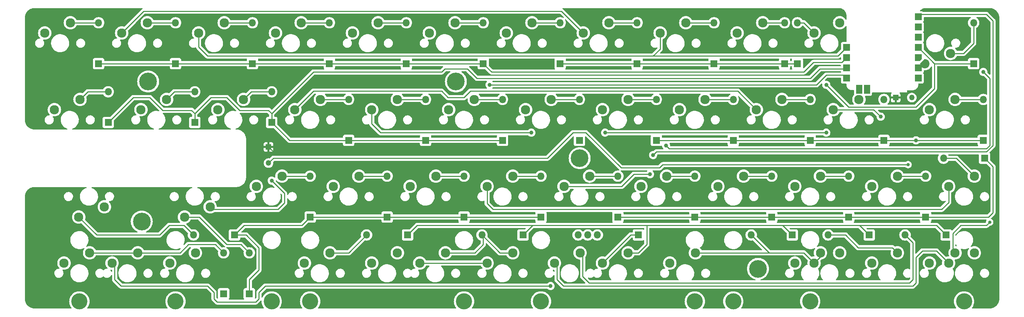
<source format=gbr>
%TF.GenerationSoftware,KiCad,Pcbnew,7.0.2*%
%TF.CreationDate,2023-05-23T19:20:25-05:00*%
%TF.ProjectId,Asymptote_PCB,4173796d-7074-46f7-9465-5f5043422e6b,rev?*%
%TF.SameCoordinates,Original*%
%TF.FileFunction,Copper,L2,Bot*%
%TF.FilePolarity,Positive*%
%FSLAX46Y46*%
G04 Gerber Fmt 4.6, Leading zero omitted, Abs format (unit mm)*
G04 Created by KiCad (PCBNEW 7.0.2) date 2023-05-23 19:20:25*
%MOMM*%
%LPD*%
G01*
G04 APERTURE LIST*
G04 Aperture macros list*
%AMOutline5P*
0 Free polygon, 5 corners , with rotation*
0 The origin of the aperture is its center*
0 number of corners: always 5*
0 $1 to $10 corner X, Y*
0 $11 Rotation angle, in degrees counterclockwise*
0 create outline with 5 corners*
4,1,5,$1,$2,$3,$4,$5,$6,$7,$8,$9,$10,$1,$2,$11*%
%AMOutline6P*
0 Free polygon, 6 corners , with rotation*
0 The origin of the aperture is its center*
0 number of corners: always 6*
0 $1 to $12 corner X, Y*
0 $13 Rotation angle, in degrees counterclockwise*
0 create outline with 6 corners*
4,1,6,$1,$2,$3,$4,$5,$6,$7,$8,$9,$10,$11,$12,$1,$2,$13*%
%AMOutline7P*
0 Free polygon, 7 corners , with rotation*
0 The origin of the aperture is its center*
0 number of corners: always 7*
0 $1 to $14 corner X, Y*
0 $15 Rotation angle, in degrees counterclockwise*
0 create outline with 7 corners*
4,1,7,$1,$2,$3,$4,$5,$6,$7,$8,$9,$10,$11,$12,$13,$14,$1,$2,$15*%
%AMOutline8P*
0 Free polygon, 8 corners , with rotation*
0 The origin of the aperture is its center*
0 number of corners: always 8*
0 $1 to $16 corner X, Y*
0 $17 Rotation angle, in degrees counterclockwise*
0 create outline with 8 corners*
4,1,8,$1,$2,$3,$4,$5,$6,$7,$8,$9,$10,$11,$12,$13,$14,$15,$16,$1,$2,$17*%
%AMFreePoly0*
4,1,32,-1.150000,0.000000,-1.141867,0.136527,-1.095394,0.350159,-1.009331,0.551136,-0.886788,0.732194,-0.732194,0.886788,-0.551136,1.009331,-0.350159,1.095394,-0.136527,1.141867,0.000000,1.150000,0.136527,1.141867,0.350159,1.095394,0.551136,1.009331,0.732194,0.886788,0.886788,0.732194,1.009331,0.551136,1.095394,0.350159,1.141867,0.136527,1.150000,0.000000,1.150000,-0.115000,
0.115000,-1.150000,0.000000,-1.150000,-0.136527,-1.141867,-0.350159,-1.095394,-0.551136,-1.009331,-0.732194,-0.886788,-0.886788,-0.732194,-1.009331,-0.551136,-1.095394,-0.350159,-1.141867,-0.136527,-1.150000,0.000000,-1.150000,0.000000,-1.150000,0.000000,$1*%
G04 Aperture macros list end*
%TA.AperFunction,ComponentPad*%
%ADD10R,1.700000X1.700000*%
%TD*%
%TA.AperFunction,ComponentPad*%
%ADD11Outline5P,-0.850000X0.340000X-0.340000X0.850000X0.850000X0.850000X0.850000X-0.850000X-0.850000X-0.850000X180.000000*%
%TD*%
%TA.AperFunction,ComponentPad*%
%ADD12R,1.500000X2.200000*%
%TD*%
%TA.AperFunction,ComponentPad*%
%ADD13R,1.350000X1.350000*%
%TD*%
%TA.AperFunction,ComponentPad*%
%ADD14O,1.350000X1.350000*%
%TD*%
%TA.AperFunction,ComponentPad*%
%ADD15R,1.800000X1.800000*%
%TD*%
%TA.AperFunction,ComponentPad*%
%ADD16O,1.800000X1.800000*%
%TD*%
%TA.AperFunction,ComponentPad*%
%ADD17C,4.000000*%
%TD*%
%TA.AperFunction,ComponentPad*%
%ADD18C,2.300000*%
%TD*%
%TA.AperFunction,ComponentPad*%
%ADD19FreePoly0,180.000000*%
%TD*%
%TA.AperFunction,ComponentPad*%
%ADD20C,4.400000*%
%TD*%
%TA.AperFunction,ViaPad*%
%ADD21C,0.800000*%
%TD*%
%TA.AperFunction,ViaPad*%
%ADD22C,1.000000*%
%TD*%
%TA.AperFunction,Conductor*%
%ADD23C,0.250000*%
%TD*%
G04 APERTURE END LIST*
D10*
%TO.P,J1,1,Pin_1*%
%TO.N,COL0*%
X247411875Y-45827750D03*
%TO.P,J1,2,Pin_2*%
%TO.N,COL1*%
X247411875Y-48367750D03*
%TO.P,J1,3,Pin_3*%
%TO.N,COL3*%
X247411875Y-50907750D03*
%TO.P,J1,4,Pin_4*%
%TO.N,ROW1*%
X247411875Y-53447750D03*
D11*
%TO.P,J1,5,Pin_5*%
%TO.N,ROW5*%
X247411875Y-55987750D03*
D10*
%TO.P,J1,6,Pin_6*%
%TO.N,COL5*%
X247411875Y-58527750D03*
%TO.P,J1,7,Pin_7*%
%TO.N,ROW3*%
X247411875Y-61067750D03*
D12*
%TO.P,J1,8,Pin_8*%
%TO.N,ROW6*%
X234711875Y-63861750D03*
%TO.P,J1,9,Pin_9*%
%TO.N,COL4*%
X232806875Y-63861750D03*
D10*
%TO.P,J1,18,Pin_18*%
%TO.N,ROW4*%
X229631875Y-61067750D03*
%TO.P,J1,19,Pin_19*%
%TO.N,ROW2*%
X229631875Y-58527750D03*
%TO.P,J1,20,Pin_20*%
%TO.N,ROW0*%
X229631875Y-55987750D03*
%TO.P,J1,21,Pin_21*%
%TO.N,COL2*%
X229631875Y-53447750D03*
%TD*%
D13*
%TO.P,J5,1,Pin_1*%
%TO.N,-BATT*%
X241821785Y-65894964D03*
D14*
%TO.P,J5,2,Pin_2*%
%TO.N,+BATT*%
X245821785Y-65894964D03*
%TD*%
D13*
%TO.P,J4,1,Pin_1*%
%TO.N,-BATT*%
X86518750Y-78168749D03*
D14*
%TO.P,J4,2,Pin_2*%
%TO.N,+BATT*%
X86518750Y-82168749D03*
%TD*%
D15*
%TO.P,D15,1,K*%
%TO.N,ROW2*%
X87312500Y-72072500D03*
D16*
%TO.P,D15,2,A*%
%TO.N,Net-(D15-A)*%
X87312500Y-64452500D03*
%TD*%
D15*
%TO.P,D14,1,K*%
%TO.N,ROW2*%
X68262500Y-72072500D03*
D16*
%TO.P,D14,2,A*%
%TO.N,Net-(D14-A)*%
X68262500Y-64452500D03*
%TD*%
D15*
%TO.P,D13,1,K*%
%TO.N,ROW2*%
X46831250Y-72072500D03*
D16*
%TO.P,D13,2,A*%
%TO.N,Net-(D13-A)*%
X46831250Y-64452500D03*
%TD*%
D17*
%TO.P,S5,*%
%TO.N,*%
X87312500Y-116522500D03*
X201612500Y-116522500D03*
%TD*%
D18*
%TO.P,SW17,1,1*%
%TO.N,COL4*%
X112077500Y-68897500D03*
%TO.P,SW17,2,2*%
%TO.N,Net-(D17-A)*%
X118427500Y-66357500D03*
%TD*%
%TO.P,SW49,1,1*%
%TO.N,COL2*%
X112077500Y-106997500D03*
%TO.P,SW49,2,2*%
%TO.N,Net-(D39-A)*%
X118427500Y-104457500D03*
%TD*%
D17*
%TO.P,S4,*%
%TO.N,*%
X258762500Y-116522500D03*
X220662500Y-116522500D03*
%TD*%
D18*
%TO.P,SW8,1,1*%
%TO.N,COL1*%
X164465000Y-49847500D03*
%TO.P,SW8,2,2*%
%TO.N,Net-(D8-A)*%
X170815000Y-47307500D03*
%TD*%
%TO.P,SW15,1,1*%
%TO.N,COL2*%
X73977500Y-68897500D03*
%TO.P,SW15,2,2*%
%TO.N,Net-(D15-A)*%
X80327500Y-66357500D03*
%TD*%
%TO.P,SW35,1,1*%
%TO.N,COL4*%
X235902500Y-87947500D03*
%TO.P,SW35,2,2*%
%TO.N,Net-(D35-A)*%
X242252500Y-85407500D03*
%TD*%
%TO.P,SW37,1,1*%
%TO.N,COL0*%
X47783750Y-106997500D03*
%TO.P,SW37,2,2*%
%TO.N,Net-(D37-A)*%
X54133750Y-104457500D03*
%TD*%
D17*
%TO.P,S1,*%
%TO.N,*%
X63500000Y-116522500D03*
X39687500Y-116522500D03*
%TD*%
D19*
%TO.P,SW12,2,2*%
%TO.N,COL5*%
X249078750Y-57467500D03*
D18*
%TO.P,SW12,1,1*%
%TO.N,Net-(D12-A)*%
X255428750Y-54927500D03*
%TD*%
%TO.P,SW9,1,1*%
%TO.N,COL2*%
X183515000Y-49847500D03*
%TO.P,SW9,2,2*%
%TO.N,Net-(D9-A)*%
X189865000Y-47307500D03*
%TD*%
%TO.P,SW46,1,1*%
%TO.N,Net-(D40-A)*%
X250190000Y-106997500D03*
%TO.P,SW46,2,2*%
%TO.N,COL3*%
X256540000Y-104457500D03*
%TD*%
%TO.P,SW40,1,1*%
%TO.N,COL3*%
X157321250Y-106997500D03*
%TO.P,SW40,2,2*%
%TO.N,Net-(D40-A)*%
X163671250Y-104457500D03*
%TD*%
%TO.P,SW13,1,1*%
%TO.N,COL0*%
X33496250Y-68897500D03*
%TO.P,SW13,2,2*%
%TO.N,Net-(D13-A)*%
X39846250Y-66357500D03*
%TD*%
%TO.P,SW6,1,1*%
%TO.N,COL5*%
X126365000Y-49847500D03*
%TO.P,SW6,2,2*%
%TO.N,Net-(D6-A)*%
X132715000Y-47307500D03*
%TD*%
%TO.P,SW19,1,1*%
%TO.N,COL0*%
X150177500Y-68897500D03*
%TO.P,SW19,2,2*%
%TO.N,Net-(D19-A)*%
X156527500Y-66357500D03*
%TD*%
%TO.P,SW20,1,1*%
%TO.N,COL1*%
X169227500Y-68897500D03*
%TO.P,SW20,2,2*%
%TO.N,Net-(D20-A)*%
X175577500Y-66357500D03*
%TD*%
%TO.P,SW22,1,1*%
%TO.N,COL3*%
X207327500Y-68897500D03*
%TO.P,SW22,2,2*%
%TO.N,Net-(D22-A)*%
X213677500Y-66357500D03*
%TD*%
%TO.P,SW25,1,1*%
%TO.N,COL0*%
X45878750Y-93027500D03*
%TO.P,SW25,2,2*%
%TO.N,Net-(D25-A)*%
X39528750Y-95567500D03*
%TD*%
%TO.P,SW28,1,1*%
%TO.N,COL3*%
X102552500Y-87947500D03*
%TO.P,SW28,2,2*%
%TO.N,Net-(D28-A)*%
X108902500Y-85407500D03*
%TD*%
%TO.P,SW47,1,1*%
%TO.N,COL4*%
X216853105Y-106997500D03*
%TO.P,SW47,2,2*%
%TO.N,Net-(D41-A)*%
X223203105Y-104457500D03*
%TD*%
%TO.P,SW27,1,1*%
%TO.N,COL2*%
X83502500Y-87947500D03*
%TO.P,SW27,2,2*%
%TO.N,Net-(D27-A)*%
X89852500Y-85407500D03*
%TD*%
%TO.P,SW3,1,1*%
%TO.N,COL2*%
X69215000Y-49847500D03*
%TO.P,SW3,2,2*%
%TO.N,Net-(D3-A)*%
X75565000Y-47307500D03*
%TD*%
%TO.P,SW16,1,1*%
%TO.N,COL3*%
X93027500Y-68897500D03*
%TO.P,SW16,2,2*%
%TO.N,Net-(D16-A)*%
X99377500Y-66357500D03*
%TD*%
%TO.P,SW39,1,1*%
%TO.N,COL2*%
X123983750Y-106997500D03*
%TO.P,SW39,2,2*%
%TO.N,Net-(D39-A)*%
X130333750Y-104457500D03*
%TD*%
%TO.P,SW38,1,1*%
%TO.N,COL1*%
X95408750Y-106997500D03*
%TO.P,SW38,2,2*%
%TO.N,Net-(D38-A)*%
X101758750Y-104457500D03*
%TD*%
%TO.P,SW30,1,1*%
%TO.N,COL5*%
X140652500Y-87947500D03*
%TO.P,SW30,2,2*%
%TO.N,Net-(D30-A)*%
X147002500Y-85407500D03*
%TD*%
%TO.P,SW50,1,1*%
%TO.N,Net-(D43-K)*%
X169227500Y-106997500D03*
%TO.P,SW50,2,2*%
%TO.N,ROW6*%
X175577500Y-104457500D03*
%TD*%
D17*
%TO.P,S2,*%
%TO.N,*%
X134937500Y-116522500D03*
X96837500Y-116522500D03*
%TD*%
D18*
%TO.P,SW1,1,1*%
%TO.N,COL0*%
X31115000Y-49847500D03*
%TO.P,SW1,2,2*%
%TO.N,Net-(D1-A)*%
X37465000Y-47307500D03*
%TD*%
%TO.P,SW4,1,1*%
%TO.N,COL3*%
X88265000Y-49847500D03*
%TO.P,SW4,2,2*%
%TO.N,Net-(D4-A)*%
X94615000Y-47307500D03*
%TD*%
%TO.P,SW24,1,1*%
%TO.N,COL5*%
X250190000Y-68897500D03*
%TO.P,SW24,2,2*%
%TO.N,Net-(D24-A)*%
X256540000Y-66357500D03*
%TD*%
%TO.P,SW2,1,1*%
%TO.N,COL1*%
X50165000Y-49847500D03*
%TO.P,SW2,2,2*%
%TO.N,Net-(D2-A)*%
X56515000Y-47307500D03*
%TD*%
%TO.P,SW7,1,1*%
%TO.N,COL0*%
X145415000Y-49847500D03*
%TO.P,SW7,2,2*%
%TO.N,Net-(D7-A)*%
X151765000Y-47307500D03*
%TD*%
%TO.P,SW51,1,1*%
%TO.N,COL2*%
X140652500Y-106997500D03*
%TO.P,SW51,2,2*%
%TO.N,Net-(D39-A)*%
X147002500Y-104457500D03*
%TD*%
%TO.P,SW29,1,1*%
%TO.N,COL4*%
X121602500Y-87947500D03*
%TO.P,SW29,2,2*%
%TO.N,Net-(D29-A)*%
X127952500Y-85407500D03*
%TD*%
%TO.P,SW44,1,1*%
%TO.N,COL1*%
X62071250Y-106997500D03*
%TO.P,SW44,2,2*%
%TO.N,Net-(D38-A)*%
X68421250Y-104457500D03*
%TD*%
%TO.P,SW48,1,1*%
%TO.N,COL3*%
X254952500Y-106997500D03*
%TO.P,SW48,2,2*%
%TO.N,Net-(D40-A)*%
X261302500Y-104457500D03*
%TD*%
%TO.P,SW42,1,1*%
%TO.N,COL5*%
X235902500Y-106997500D03*
%TO.P,SW42,2,2*%
%TO.N,Net-(D42-A)*%
X242252500Y-104457500D03*
%TD*%
%TO.P,SW45,1,1*%
%TO.N,Net-(D41-A)*%
X221615000Y-106997500D03*
%TO.P,SW45,2,2*%
%TO.N,COL4*%
X227965000Y-104457500D03*
%TD*%
%TO.P,SW10,1,1*%
%TO.N,COL3*%
X202565000Y-49847500D03*
%TO.P,SW10,2,2*%
%TO.N,Net-(D10-A)*%
X208915000Y-47307500D03*
%TD*%
%TO.P,SW32,1,1*%
%TO.N,COL1*%
X178752500Y-87947500D03*
%TO.P,SW32,2,2*%
%TO.N,Net-(D32-A)*%
X185102500Y-85407500D03*
%TD*%
%TO.P,SW5,1,1*%
%TO.N,COL4*%
X107315000Y-49847500D03*
%TO.P,SW5,2,2*%
%TO.N,Net-(D5-A)*%
X113665000Y-47307500D03*
%TD*%
%TO.P,SW11,1,1*%
%TO.N,Net-(D11-A)*%
X221615000Y-49847500D03*
%TO.P,SW11,2,2*%
%TO.N,COL4*%
X227965000Y-47307500D03*
%TD*%
%TO.P,SW34,1,1*%
%TO.N,COL3*%
X216852500Y-87947500D03*
%TO.P,SW34,2,2*%
%TO.N,Net-(D34-A)*%
X223202500Y-85407500D03*
%TD*%
%TO.P,SW31,1,1*%
%TO.N,COL0*%
X159702500Y-87947500D03*
%TO.P,SW31,2,2*%
%TO.N,Net-(D31-A)*%
X166052500Y-85407500D03*
%TD*%
%TO.P,SW43,1,1*%
%TO.N,COL0*%
X35878105Y-106997500D03*
%TO.P,SW43,2,2*%
%TO.N,Net-(D37-A)*%
X42228105Y-104457500D03*
%TD*%
%TO.P,SW26,1,1*%
%TO.N,COL1*%
X72072500Y-93027500D03*
%TO.P,SW26,2,2*%
%TO.N,Net-(D26-A)*%
X65722500Y-95567500D03*
%TD*%
%TO.P,SW23,1,1*%
%TO.N,Net-(D23-A)*%
X226377500Y-68897500D03*
%TO.P,SW23,2,2*%
%TO.N,COL4*%
X232727500Y-66357500D03*
%TD*%
%TO.P,SW14,1,1*%
%TO.N,COL1*%
X54927500Y-68897500D03*
%TO.P,SW14,2,2*%
%TO.N,Net-(D14-A)*%
X61277500Y-66357500D03*
%TD*%
%TO.P,SW33,1,1*%
%TO.N,COL2*%
X197802500Y-87947500D03*
%TO.P,SW33,2,2*%
%TO.N,Net-(D33-A)*%
X204152500Y-85407500D03*
%TD*%
%TO.P,SW36,1,1*%
%TO.N,COL5*%
X254952500Y-87947500D03*
%TO.P,SW36,2,2*%
%TO.N,Net-(D36-A)*%
X261302500Y-85407500D03*
%TD*%
D20*
%TO.P,H1,1,1*%
%TO.N,N/C*%
X55124875Y-96686500D03*
X56724875Y-61912500D03*
X132924875Y-61912500D03*
X163574875Y-80962500D03*
X207724875Y-108421500D03*
%TD*%
D18*
%TO.P,SW21,1,1*%
%TO.N,COL2*%
X188277500Y-68897500D03*
%TO.P,SW21,2,2*%
%TO.N,Net-(D21-A)*%
X194627500Y-66357500D03*
%TD*%
%TO.P,SW18,1,1*%
%TO.N,COL5*%
X131127500Y-68897500D03*
%TO.P,SW18,2,2*%
%TO.N,Net-(D18-A)*%
X137477500Y-66357500D03*
%TD*%
D17*
%TO.P,S3,*%
%TO.N,*%
X192087500Y-116522500D03*
X153987500Y-116522500D03*
%TD*%
D18*
%TO.P,SW41,1,1*%
%TO.N,COL4*%
X185896250Y-106997500D03*
%TO.P,SW41,2,2*%
%TO.N,Net-(D41-A)*%
X192246250Y-104457500D03*
%TD*%
D15*
%TO.P,D12,1,K*%
%TO.N,ROW1*%
X261143750Y-57467499D03*
D16*
%TO.P,D12,2,A*%
%TO.N,Net-(D12-A)*%
X261143750Y-47307499D03*
%TD*%
D15*
%TO.P,D11,1,K*%
%TO.N,ROW1*%
X217500000Y-57467498D03*
D16*
%TO.P,D11,2,A*%
%TO.N,Net-(D11-A)*%
X217500000Y-47307498D03*
%TD*%
D15*
%TO.P,D34,1,K*%
%TO.N,ROW5*%
X230187500Y-95567499D03*
D16*
%TO.P,D34,2,A*%
%TO.N,Net-(D34-A)*%
X230187500Y-85407499D03*
%TD*%
D15*
%TO.P,D28,1,K*%
%TO.N,ROW4*%
X115887500Y-95567499D03*
D16*
%TO.P,D28,2,A*%
%TO.N,Net-(D28-A)*%
X115887500Y-85407499D03*
%TD*%
D15*
%TO.P,D7,1,K*%
%TO.N,ROW1*%
X158750000Y-57467499D03*
D16*
%TO.P,D7,2,A*%
%TO.N,Net-(D7-A)*%
X158750000Y-47307499D03*
%TD*%
D15*
%TO.P,D23,1,K*%
%TO.N,ROW3*%
X238918750Y-76517499D03*
D16*
%TO.P,D23,2,A*%
%TO.N,Net-(D23-A)*%
X238918750Y-66357499D03*
%TD*%
D15*
%TO.P,D33,1,K*%
%TO.N,ROW5*%
X211137500Y-95567499D03*
D16*
%TO.P,D33,2,A*%
%TO.N,Net-(D33-A)*%
X211137500Y-85407499D03*
%TD*%
D15*
%TO.P,D42,1,K*%
%TO.N,ROW6*%
X235267500Y-100012500D03*
D16*
%TO.P,D42,2,A*%
%TO.N,Net-(D42-A)*%
X225107500Y-100012500D03*
%TD*%
D15*
%TO.P,D5,1,K*%
%TO.N,ROW0*%
X120650000Y-57467499D03*
D16*
%TO.P,D5,2,A*%
%TO.N,Net-(D5-A)*%
X120650000Y-47307499D03*
%TD*%
D15*
%TO.P,D40,1,K*%
%TO.N,ROW6*%
X254317500Y-100012500D03*
D16*
%TO.P,D40,2,A*%
%TO.N,Net-(D40-A)*%
X244157500Y-100012500D03*
%TD*%
D15*
%TO.P,D36,1,K*%
%TO.N,ROW5*%
X263842499Y-80962500D03*
D16*
%TO.P,D36,2,A*%
%TO.N,Net-(D36-A)*%
X253682499Y-80962500D03*
%TD*%
D15*
%TO.P,D8,1,K*%
%TO.N,ROW1*%
X177800000Y-57467499D03*
D16*
%TO.P,D8,2,A*%
%TO.N,Net-(D8-A)*%
X177800000Y-47307499D03*
%TD*%
D15*
%TO.P,D18,1,K*%
%TO.N,ROW2*%
X144462500Y-76517500D03*
D16*
%TO.P,D18,2,A*%
%TO.N,Net-(D18-A)*%
X144462500Y-66357500D03*
%TD*%
D15*
%TO.P,D1,1,K*%
%TO.N,ROW0*%
X44450000Y-57467500D03*
D16*
%TO.P,D1,2,A*%
%TO.N,Net-(D1-A)*%
X44450000Y-47307500D03*
%TD*%
D15*
%TO.P,D6,1,K*%
%TO.N,ROW0*%
X139700000Y-57467499D03*
D16*
%TO.P,D6,2,A*%
%TO.N,Net-(D6-A)*%
X139700000Y-47307499D03*
%TD*%
D15*
%TO.P,D24,1,K*%
%TO.N,ROW3*%
X263525000Y-76517499D03*
D16*
%TO.P,D24,2,A*%
%TO.N,Net-(D24-A)*%
X263525000Y-66357499D03*
%TD*%
D15*
%TO.P,D26,1,K*%
%TO.N,ROW4*%
X81756250Y-114617499D03*
D16*
%TO.P,D26,2,A*%
%TO.N,Net-(D26-A)*%
X81756250Y-104457499D03*
%TD*%
D15*
%TO.P,D17,1,K*%
%TO.N,ROW2*%
X125412500Y-76517499D03*
D16*
%TO.P,D17,2,A*%
%TO.N,Net-(D17-A)*%
X125412500Y-66357499D03*
%TD*%
D15*
%TO.P,D4,1,K*%
%TO.N,ROW0*%
X101600000Y-57467499D03*
D16*
%TO.P,D4,2,A*%
%TO.N,Net-(D4-A)*%
X101600000Y-47307499D03*
%TD*%
D15*
%TO.P,D3,1,K*%
%TO.N,ROW0*%
X82550000Y-57467499D03*
D16*
%TO.P,D3,2,A*%
%TO.N,Net-(D3-A)*%
X82550000Y-47307499D03*
%TD*%
%TO.P,D45,2,A*%
%TO.N,COL5*%
X163195000Y-100012500D03*
%TD*%
D15*
%TO.P,D21,1,K*%
%TO.N,ROW3*%
X201612500Y-76517499D03*
D16*
%TO.P,D21,2,A*%
%TO.N,Net-(D21-A)*%
X201612500Y-66357499D03*
%TD*%
D15*
%TO.P,D9,1,K*%
%TO.N,ROW1*%
X196850000Y-57467499D03*
D16*
%TO.P,D9,2,A*%
%TO.N,Net-(D9-A)*%
X196850000Y-47307499D03*
%TD*%
D15*
%TO.P,D32,1,K*%
%TO.N,ROW5*%
X192087500Y-95567500D03*
D16*
%TO.P,D32,2,A*%
%TO.N,Net-(D32-A)*%
X192087500Y-85407500D03*
%TD*%
D15*
%TO.P,D31,1,K*%
%TO.N,ROW5*%
X173037500Y-95567499D03*
D16*
%TO.P,D31,2,A*%
%TO.N,Net-(D31-A)*%
X173037500Y-85407499D03*
%TD*%
D15*
%TO.P,D20,1,K*%
%TO.N,ROW3*%
X182562500Y-76517499D03*
D16*
%TO.P,D20,2,A*%
%TO.N,Net-(D20-A)*%
X182562500Y-66357499D03*
%TD*%
D15*
%TO.P,D19,1,K*%
%TO.N,ROW3*%
X163512500Y-76517499D03*
D16*
%TO.P,D19,2,A*%
%TO.N,Net-(D19-A)*%
X163512500Y-66357499D03*
%TD*%
D15*
%TO.P,D35,1,K*%
%TO.N,ROW5*%
X249237500Y-95567499D03*
D16*
%TO.P,D35,2,A*%
%TO.N,Net-(D35-A)*%
X249237500Y-85407499D03*
%TD*%
D15*
%TO.P,D29,1,K*%
%TO.N,ROW4*%
X134937500Y-95567499D03*
D16*
%TO.P,D29,2,A*%
%TO.N,Net-(D29-A)*%
X134937500Y-85407499D03*
%TD*%
D15*
%TO.P,D39,1,K*%
%TO.N,ROW6*%
X149542499Y-100012500D03*
D16*
%TO.P,D39,2,A*%
%TO.N,Net-(D39-A)*%
X139382499Y-100012500D03*
%TD*%
D15*
%TO.P,D25,1,K*%
%TO.N,ROW4*%
X78105000Y-100012500D03*
D16*
%TO.P,D25,2,A*%
%TO.N,Net-(D25-A)*%
X67945000Y-100012500D03*
%TD*%
D15*
%TO.P,D30,1,K*%
%TO.N,ROW4*%
X153987500Y-95567499D03*
D16*
%TO.P,D30,2,A*%
%TO.N,Net-(D30-A)*%
X153987500Y-85407499D03*
%TD*%
D15*
%TO.P,D38,1,K*%
%TO.N,ROW6*%
X120967499Y-100012500D03*
D16*
%TO.P,D38,2,A*%
%TO.N,Net-(D38-A)*%
X110807499Y-100012500D03*
%TD*%
D15*
%TO.P,D2,1,K*%
%TO.N,ROW0*%
X63500000Y-57467499D03*
D16*
%TO.P,D2,2,A*%
%TO.N,Net-(D2-A)*%
X63500000Y-47307499D03*
%TD*%
%TO.P,D44,2,A*%
%TO.N,COL3*%
X165576250Y-100012500D03*
%TD*%
D15*
%TO.P,D37,1,K*%
%TO.N,ROW6*%
X75406250Y-114617499D03*
D16*
%TO.P,D37,2,A*%
%TO.N,Net-(D37-A)*%
X75406250Y-104457499D03*
%TD*%
D15*
%TO.P,D22,1,K*%
%TO.N,ROW3*%
X220662500Y-76517499D03*
D16*
%TO.P,D22,2,A*%
%TO.N,Net-(D22-A)*%
X220662500Y-66357499D03*
%TD*%
D15*
%TO.P,D10,1,K*%
%TO.N,ROW1*%
X214312500Y-57467500D03*
D16*
%TO.P,D10,2,A*%
%TO.N,Net-(D10-A)*%
X214312500Y-47307500D03*
%TD*%
D15*
%TO.P,D27,1,K*%
%TO.N,ROW4*%
X96837500Y-95567499D03*
D16*
%TO.P,D27,2,A*%
%TO.N,Net-(D27-A)*%
X96837500Y-85407499D03*
%TD*%
D15*
%TO.P,D16,1,K*%
%TO.N,ROW2*%
X106362500Y-76517499D03*
D16*
%TO.P,D16,2,A*%
%TO.N,Net-(D16-A)*%
X106362500Y-66357499D03*
%TD*%
D15*
%TO.P,D41,1,K*%
%TO.N,ROW6*%
X216217500Y-100012500D03*
D16*
%TO.P,D41,2,A*%
%TO.N,Net-(D41-A)*%
X206057500Y-100012500D03*
%TD*%
D15*
%TO.P,D43,1,K*%
%TO.N,Net-(D43-K)*%
X178117500Y-100012500D03*
D16*
%TO.P,D43,2,A*%
%TO.N,COL1*%
X167957500Y-100012500D03*
%TD*%
D21*
%TO.N,+BATT*%
X244896585Y-82550000D03*
%TO.N,-BATT*%
X242887500Y-80962500D03*
%TO.N,COL3*%
X265112500Y-96837500D03*
D22*
%TO.N,ROW1*%
X224631250Y-62706250D03*
%TO.N,ROW3*%
X246856250Y-76502012D03*
%TO.N,ROW4*%
X141287500Y-62706250D03*
%TO.N,COL0*%
X181768750Y-80168750D03*
X156368750Y-112712500D03*
X180975000Y-84931250D03*
%TO.N,COL1*%
X263525000Y-59531250D03*
X87312500Y-86518750D03*
X184943750Y-77787500D03*
%TO.N,COL4*%
X151606250Y-74612500D03*
X224631250Y-74612500D03*
X169862500Y-74612500D03*
%TO.N,Net-(D23-A)*%
X238125000Y-70643750D03*
%TD*%
D23*
%TO.N,ROW1*%
X251431624Y-63687126D02*
X251431624Y-57467499D01*
X246856250Y-68262500D02*
X251431624Y-63687126D01*
X230187500Y-68262500D02*
X246856250Y-68262500D01*
X224631250Y-62706250D02*
X230187500Y-68262500D01*
%TO.N,+BATT*%
X161925000Y-74612500D02*
X155575000Y-80962500D01*
X173831250Y-83343750D02*
X165100000Y-74612500D01*
X155575000Y-80962500D02*
X87724999Y-80962500D01*
X183356250Y-83343750D02*
X173831250Y-83343750D01*
X184150000Y-82550000D02*
X183356250Y-83343750D01*
X165100000Y-74612500D02*
X161925000Y-74612500D01*
X87724999Y-80962500D02*
X86518750Y-82168749D01*
X184150000Y-82550000D02*
X244896585Y-82550000D01*
%TO.N,-BATT*%
X154781250Y-79375000D02*
X87725001Y-79375000D01*
X87725001Y-79375000D02*
X86518750Y-78168749D01*
X161131250Y-73025000D02*
X154781250Y-79375000D01*
X165893750Y-73025000D02*
X161131250Y-73025000D01*
X174625000Y-81756250D02*
X165893750Y-73025000D01*
X182562500Y-81756250D02*
X174625000Y-81756250D01*
X183356250Y-80962500D02*
X182562500Y-81756250D01*
X242887500Y-80962500D02*
X183356250Y-80962500D01*
%TO.N,COL3*%
X255967963Y-99632037D02*
X255967963Y-103885463D01*
X264318750Y-97631250D02*
X257968750Y-97631250D01*
X265112500Y-96837500D02*
X264318750Y-97631250D01*
X257968750Y-97631250D02*
X255967963Y-99632037D01*
%TO.N,COL1*%
X185737500Y-78581250D02*
X264318750Y-78581250D01*
X264318750Y-78581250D02*
X265112500Y-77787500D01*
X265112500Y-77787500D02*
X265112500Y-61118750D01*
X184943750Y-77787500D02*
X185737500Y-78581250D01*
X265112500Y-61118750D02*
X263525000Y-59531250D01*
%TO.N,ROW3*%
X246840763Y-76517499D02*
X246856250Y-76502012D01*
X239712500Y-76517499D02*
X246840763Y-76517499D01*
%TO.N,COL0*%
X264318750Y-45243750D02*
X247995875Y-45243750D01*
X265906250Y-46831250D02*
X264318750Y-45243750D01*
X265906250Y-77787500D02*
X265906250Y-46831250D01*
X182562500Y-79375000D02*
X264318750Y-79375000D01*
X264318750Y-79375000D02*
X265906250Y-77787500D01*
X181768750Y-80168750D02*
X182562500Y-79375000D01*
%TO.N,ROW2*%
X97631250Y-59531250D02*
X129381250Y-59531250D01*
X87312500Y-69850000D02*
X97631250Y-59531250D01*
X87312500Y-69850000D02*
X87312500Y-72072500D01*
X79375000Y-69056250D02*
X86518750Y-69056250D01*
X76200000Y-65881250D02*
X79375000Y-69056250D01*
X86518750Y-69056250D02*
X87312500Y-69850000D01*
X68262500Y-69850000D02*
X72231250Y-65881250D01*
X72231250Y-65881250D02*
X76200000Y-65881250D01*
X60325000Y-69056250D02*
X67468750Y-69056250D01*
X68262500Y-69850000D02*
X67468750Y-69056250D01*
X68262500Y-69850000D02*
X68262500Y-72072500D01*
X223043750Y-58737500D02*
X229422125Y-58737500D01*
X220662500Y-61118750D02*
X223043750Y-58737500D01*
X130175000Y-58737500D02*
X135731250Y-58737500D01*
X135731250Y-58737500D02*
X138112500Y-61118750D01*
X138112500Y-61118750D02*
X220662500Y-61118750D01*
X129381250Y-59531250D02*
X130175000Y-58737500D01*
X91757499Y-76517499D02*
X106362500Y-76517499D01*
X87312500Y-72072500D02*
X91757499Y-76517499D01*
X57150000Y-65881250D02*
X60325000Y-69056250D01*
X53022500Y-65881250D02*
X57150000Y-65881250D01*
X46831250Y-72072500D02*
X53022500Y-65881250D01*
%TO.N,Net-(D13-A)*%
X41751250Y-64452500D02*
X39846250Y-66357500D01*
X46831250Y-64452500D02*
X41751250Y-64452500D01*
%TO.N,Net-(D14-A)*%
X68262500Y-64452500D02*
X63182500Y-64452500D01*
X63182500Y-64452500D02*
X61277500Y-66357500D01*
%TO.N,Net-(D15-A)*%
X82232500Y-64452500D02*
X80327500Y-66357500D01*
X87312500Y-64452500D02*
X82232500Y-64452500D01*
%TO.N,ROW6*%
X213836250Y-97631250D02*
X211931250Y-97631250D01*
X216217500Y-100012500D02*
X213836250Y-97631250D01*
X211931250Y-97631250D02*
X230187500Y-97631250D01*
X180181250Y-97631250D02*
X211931250Y-97631250D01*
%TO.N,Net-(D41-A)*%
X219075000Y-104457500D02*
X219630625Y-105013125D01*
X218281250Y-104457500D02*
X219075000Y-104457500D01*
X219630625Y-105013125D02*
X219233750Y-104616250D01*
X221615000Y-106997500D02*
X219630625Y-105013125D01*
X210502500Y-104457500D02*
X218281250Y-104457500D01*
X206057500Y-100012500D02*
X210502500Y-104457500D01*
X192246250Y-104457500D02*
X218281250Y-104457500D01*
X219075000Y-104457500D02*
X219233750Y-104616250D01*
%TO.N,ROW4*%
X94773749Y-97631250D02*
X96837500Y-95567499D01*
X78105000Y-100012500D02*
X80486250Y-97631250D01*
X80486250Y-97631250D02*
X94773749Y-97631250D01*
X84137500Y-103187500D02*
X80962500Y-100012500D01*
X80962500Y-100012500D02*
X78105000Y-100012500D01*
X84137500Y-108743750D02*
X84137500Y-103187500D01*
X81756250Y-111125000D02*
X84137500Y-108743750D01*
X81756250Y-114617499D02*
X81756250Y-111125000D01*
%TO.N,COL0*%
X48418750Y-111125000D02*
X48418750Y-107632500D01*
X71437500Y-112712500D02*
X50006250Y-112712500D01*
X73025000Y-114300000D02*
X71437500Y-112712500D01*
X73025000Y-115887500D02*
X73025000Y-114300000D01*
X73818750Y-116681250D02*
X73025000Y-115887500D01*
X83343750Y-116681250D02*
X73818750Y-116681250D01*
X84137500Y-115887500D02*
X83343750Y-116681250D01*
X84137500Y-114300000D02*
X84137500Y-115887500D01*
X85725000Y-112712500D02*
X84137500Y-114300000D01*
X50006250Y-112712500D02*
X48418750Y-111125000D01*
X156368750Y-112712500D02*
X85725000Y-112712500D01*
%TO.N,Net-(D26-A)*%
X79692501Y-102393750D02*
X81756250Y-104457499D01*
X76200000Y-102393750D02*
X79692501Y-102393750D01*
%TO.N,Net-(D1-A)*%
X37465000Y-47307500D02*
X44450000Y-47307500D01*
%TO.N,Net-(D37-A)*%
X73342501Y-102393750D02*
X75406250Y-104457499D01*
X66675000Y-102393750D02*
X73342501Y-102393750D01*
X64611250Y-104457500D02*
X66675000Y-102393750D01*
X42228105Y-104457500D02*
X54133750Y-104457500D01*
X54133750Y-104457500D02*
X64611250Y-104457500D01*
%TO.N,Net-(D38-A)*%
X106362499Y-104457500D02*
X110807499Y-100012500D01*
X101758750Y-104457500D02*
X106362499Y-104457500D01*
%TO.N,Net-(D39-A)*%
X143827499Y-104457500D02*
X139382499Y-100012500D01*
X147002500Y-104457500D02*
X143827499Y-104457500D01*
X130333750Y-104457500D02*
X137636250Y-104457500D01*
X139700000Y-102393750D02*
X139700000Y-100330001D01*
X137636250Y-104457500D02*
X139700000Y-102393750D01*
%TO.N,Net-(D41-A)*%
X221615000Y-106997500D02*
X223203105Y-105409395D01*
%TO.N,Net-(D2-A)*%
X56515000Y-47307500D02*
X63500000Y-47307499D01*
%TO.N,Net-(D3-A)*%
X75565000Y-47307500D02*
X82550000Y-47307499D01*
%TO.N,Net-(D4-A)*%
X94615000Y-47307500D02*
X101600000Y-47307499D01*
%TO.N,Net-(D5-A)*%
X113665000Y-47307500D02*
X120650000Y-47307499D01*
%TO.N,Net-(D6-A)*%
X132715000Y-47307500D02*
X139700000Y-47307499D01*
%TO.N,Net-(D7-A)*%
X151765000Y-47307500D02*
X158750000Y-47307499D01*
%TO.N,Net-(D8-A)*%
X170815000Y-47307500D02*
X177800000Y-47307499D01*
%TO.N,Net-(D9-A)*%
X189865000Y-47307500D02*
X196850000Y-47307499D01*
%TO.N,Net-(D10-A)*%
X208915000Y-47307500D02*
X214312500Y-47307500D01*
%TO.N,Net-(D16-A)*%
X106362500Y-66357499D02*
X99377500Y-66357500D01*
%TO.N,Net-(D17-A)*%
X125412500Y-66357499D02*
X118427500Y-66357500D01*
%TO.N,Net-(D18-A)*%
X144462500Y-66357499D02*
X137477500Y-66357500D01*
%TO.N,Net-(D19-A)*%
X163512500Y-66357499D02*
X156527500Y-66357500D01*
%TO.N,Net-(D20-A)*%
X182562500Y-66357499D02*
X175577500Y-66357500D01*
%TO.N,Net-(D21-A)*%
X201612500Y-66357499D02*
X194627500Y-66357500D01*
%TO.N,Net-(D22-A)*%
X220662500Y-66357499D02*
X213677500Y-66357500D01*
%TO.N,Net-(D24-A)*%
X263525000Y-66357499D02*
X256540000Y-66357500D01*
%TO.N,Net-(D25-A)*%
X65563750Y-97631250D02*
X67945000Y-100012500D01*
X39528750Y-95567500D02*
X43973750Y-100012500D01*
X59531250Y-100012500D02*
X61912500Y-97631250D01*
X43973750Y-100012500D02*
X59531250Y-100012500D01*
X61912500Y-97631250D02*
X65563750Y-97631250D01*
%TO.N,Net-(D26-A)*%
X65722500Y-95567500D02*
X69373750Y-95567500D01*
X69373750Y-95567500D02*
X76200000Y-102393750D01*
%TO.N,Net-(D27-A)*%
X89852500Y-85407500D02*
X96837500Y-85407499D01*
%TO.N,Net-(D28-A)*%
X108902500Y-85407500D02*
X115887500Y-85407499D01*
%TO.N,Net-(D29-A)*%
X127952500Y-85407500D02*
X134937500Y-85407499D01*
%TO.N,Net-(D30-A)*%
X153987500Y-85407499D02*
X147002500Y-85407500D01*
%TO.N,Net-(D31-A)*%
X173037500Y-85407499D02*
X166052500Y-85407500D01*
%TO.N,Net-(D32-A)*%
X192087500Y-85407500D02*
X185102500Y-85407500D01*
%TO.N,Net-(D33-A)*%
X211137500Y-85407499D02*
X204152500Y-85407500D01*
%TO.N,Net-(D34-A)*%
X230187500Y-85407499D02*
X223202500Y-85407500D01*
%TO.N,Net-(D35-A)*%
X249237500Y-85407499D02*
X242252500Y-85407500D01*
%TO.N,Net-(D36-A)*%
X261302500Y-85407500D02*
X256857500Y-80962500D01*
X256857500Y-80962500D02*
X253682499Y-80962500D01*
%TO.N,Net-(D42-A)*%
X240982500Y-103187500D02*
X242252500Y-104457500D01*
X225107500Y-100012500D02*
X229393750Y-100012500D01*
X229393750Y-100012500D02*
X232568750Y-103187500D01*
X232568750Y-103187500D02*
X240982500Y-103187500D01*
%TO.N,Net-(D11-A)*%
X221615000Y-49847500D02*
X219074998Y-47307498D01*
X219074998Y-47307498D02*
X217500000Y-47307498D01*
%TO.N,Net-(D12-A)*%
X261143750Y-52387500D02*
X258603750Y-54927500D01*
X261143750Y-47307499D02*
X261143750Y-52387500D01*
X258603750Y-54927500D02*
X255428750Y-54927500D01*
%TO.N,Net-(D40-A)*%
X245268750Y-111918750D02*
X246062500Y-111125000D01*
X246062500Y-101917500D02*
X244157500Y-100012500D01*
X164306250Y-105092500D02*
X164306250Y-110331250D01*
X164306250Y-110331250D02*
X165893750Y-111918750D01*
X165893750Y-111918750D02*
X245268750Y-111918750D01*
X246062500Y-111125000D02*
X246062500Y-101917500D01*
%TO.N,ROW0*%
X221456250Y-57150000D02*
X219075000Y-59531250D01*
X141763751Y-59531250D02*
X139700000Y-57467499D01*
X221456250Y-57150000D02*
X228469625Y-57150000D01*
X219075000Y-59531250D02*
X141763751Y-59531250D01*
X44450000Y-57467500D02*
X139700000Y-57467499D01*
X228469625Y-57150000D02*
X229631875Y-55987750D01*
%TO.N,ROW1*%
X251431624Y-57467499D02*
X261143750Y-57467499D01*
X251431624Y-57467499D02*
X247411875Y-53447750D01*
X158750000Y-57467499D02*
X217500000Y-57467498D01*
%TO.N,ROW2*%
X106362500Y-76517499D02*
X144462500Y-76517499D01*
%TO.N,ROW3*%
X246856250Y-76502012D02*
X263525000Y-76517499D01*
X182562500Y-76517499D02*
X239712500Y-76517499D01*
%TO.N,ROW4*%
X224631250Y-60325000D02*
X228889125Y-60325000D01*
X141287500Y-62706250D02*
X222250000Y-62706250D01*
X228889125Y-60325000D02*
X229631875Y-61067750D01*
X96837500Y-95567499D02*
X153987500Y-95567499D01*
X222250000Y-62706250D02*
X224631250Y-60325000D01*
%TO.N,ROW5*%
X249237500Y-95567499D02*
X173037500Y-95567499D01*
X249237500Y-95567499D02*
X264795001Y-95567499D01*
X265906250Y-83026251D02*
X263842499Y-80962500D01*
X265906250Y-94456250D02*
X265906250Y-83026251D01*
X264795001Y-95567499D02*
X265906250Y-94456250D01*
%TO.N,ROW6*%
X180181250Y-102393750D02*
X180181250Y-97631250D01*
X157162500Y-97631250D02*
X180181250Y-97631250D01*
X175577500Y-104457500D02*
X178117500Y-104457500D01*
X120967499Y-100012500D02*
X123348749Y-97631250D01*
X178117500Y-104457500D02*
X180181250Y-102393750D01*
X232886250Y-97631250D02*
X230187500Y-97631250D01*
X230187500Y-97631250D02*
X251936250Y-97631250D01*
X151923749Y-97631250D02*
X157162500Y-97631250D01*
X123348749Y-97631250D02*
X157162500Y-97631250D01*
X149542499Y-100012500D02*
X151923749Y-97631250D01*
X235267500Y-100012500D02*
X232886250Y-97631250D01*
X251936250Y-97631250D02*
X254317500Y-100012500D01*
%TO.N,COL0*%
X159702500Y-87947500D02*
X173990000Y-87947500D01*
X177006250Y-84931250D02*
X180975000Y-84931250D01*
X173990000Y-87947500D02*
X177006250Y-84931250D01*
%TO.N,COL1*%
X50165000Y-49847500D02*
X55562500Y-44450000D01*
X72707500Y-93662500D02*
X88900000Y-93662500D01*
X159067500Y-44450000D02*
X164465000Y-49847500D01*
X55562500Y-44450000D02*
X159067500Y-44450000D01*
X90487500Y-89693750D02*
X87312500Y-86518750D01*
X88900000Y-93662500D02*
X90487500Y-92075000D01*
X90487500Y-92075000D02*
X90487500Y-89693750D01*
%TO.N,COL2*%
X69215000Y-53340000D02*
X71437500Y-55562500D01*
X181768750Y-55562500D02*
X183515000Y-53816250D01*
X71437500Y-55562500D02*
X180975000Y-55562500D01*
X69215000Y-49847500D02*
X69215000Y-53340000D01*
X227517125Y-55562500D02*
X180975000Y-55562500D01*
X229631875Y-53447750D02*
X227517125Y-55562500D01*
X183515000Y-53816250D02*
X183515000Y-49847500D01*
X123983750Y-106997500D02*
X140652500Y-106997500D01*
X180975000Y-55562500D02*
X181768750Y-55562500D01*
%TO.N,COL3*%
X157956250Y-107632500D02*
X157956250Y-111125000D01*
X130968750Y-65881250D02*
X129381250Y-64293750D01*
X202723750Y-64293750D02*
X136525000Y-64293750D01*
X246856250Y-105568750D02*
X248443750Y-103981250D01*
X248443750Y-103981250D02*
X251936250Y-103981250D01*
X159543750Y-112712500D02*
X246062500Y-112712500D01*
X207327500Y-68897500D02*
X202723750Y-64293750D01*
X246062500Y-112712500D02*
X246856250Y-111918750D01*
X251936250Y-103981250D02*
X254952500Y-106997500D01*
X97631250Y-64293750D02*
X93027500Y-68897500D01*
X157956250Y-111125000D02*
X159543750Y-112712500D01*
X246856250Y-111918750D02*
X246856250Y-105568750D01*
X136525000Y-64293750D02*
X134937500Y-65881250D01*
X134937500Y-65881250D02*
X130968750Y-65881250D01*
X129381250Y-64293750D02*
X97631250Y-64293750D01*
%TO.N,COL4*%
X112077500Y-72390000D02*
X114300000Y-74612500D01*
X114300000Y-74612500D02*
X151606250Y-74612500D01*
X169862500Y-74612500D02*
X224631250Y-74612500D01*
X112077500Y-68897500D02*
X112077500Y-72390000D01*
%TO.N,COL5*%
X140652500Y-92233750D02*
X142081250Y-93662500D01*
X142081250Y-93662500D02*
X253206250Y-93662500D01*
X253206250Y-93662500D02*
X254952500Y-91916250D01*
X140652500Y-87947500D02*
X140652500Y-92233750D01*
X254952500Y-91916250D02*
X254952500Y-87947500D01*
%TO.N,Net-(D43-K)*%
X178117500Y-100012500D02*
X176212500Y-100012500D01*
X176212500Y-100012500D02*
X169227500Y-106997500D01*
%TO.N,Net-(D23-A)*%
X226377500Y-68897500D02*
X236378750Y-68897500D01*
X236378750Y-68897500D02*
X238125000Y-70643750D01*
%TD*%
%TA.AperFunction,Conductor*%
%TO.N,-BATT*%
G36*
X260397817Y-45897252D02*
G01*
X260444310Y-45950908D01*
X260454414Y-46021182D01*
X260424920Y-46085762D01*
X260389666Y-46114062D01*
X260380292Y-46119135D01*
X260370734Y-46124308D01*
X260186529Y-46267681D01*
X260028434Y-46439418D01*
X259900766Y-46634829D01*
X259807000Y-46848593D01*
X259749700Y-47074868D01*
X259749699Y-47074873D01*
X259730423Y-47307499D01*
X259749699Y-47540125D01*
X259749699Y-47540128D01*
X259749700Y-47540129D01*
X259807000Y-47766404D01*
X259831207Y-47821590D01*
X259900766Y-47980168D01*
X260028436Y-48175582D01*
X260133976Y-48290228D01*
X260186532Y-48347319D01*
X260370731Y-48490689D01*
X260444218Y-48530457D01*
X260494609Y-48580469D01*
X260510250Y-48641271D01*
X260510250Y-52072904D01*
X260490248Y-52141025D01*
X260473345Y-52161999D01*
X258378250Y-54257095D01*
X258315938Y-54291120D01*
X258289155Y-54294000D01*
X257045683Y-54294000D01*
X256977562Y-54273998D01*
X256931069Y-54220342D01*
X256929274Y-54216218D01*
X256911053Y-54172230D01*
X256911053Y-54172229D01*
X256774653Y-53949644D01*
X256773303Y-53948063D01*
X256605116Y-53751140D01*
X256605114Y-53751138D01*
X256605113Y-53751137D01*
X256585997Y-53734810D01*
X256547189Y-53675362D01*
X256546681Y-53604367D01*
X256584637Y-53544368D01*
X256649005Y-53514414D01*
X256667828Y-53513000D01*
X256749367Y-53513000D01*
X256752368Y-53513000D01*
X256912721Y-53497688D01*
X257118959Y-53437131D01*
X257243661Y-53372842D01*
X257310010Y-53338638D01*
X257478964Y-53205770D01*
X257478967Y-53205768D01*
X257619726Y-53043324D01*
X257727198Y-52857177D01*
X257797500Y-52654054D01*
X257828089Y-52441297D01*
X257824385Y-52363545D01*
X257817862Y-52226595D01*
X257767188Y-52017712D01*
X257677896Y-51822190D01*
X257553214Y-51647098D01*
X257397654Y-51498774D01*
X257397653Y-51498773D01*
X257290178Y-51429703D01*
X257216826Y-51382562D01*
X257017284Y-51302678D01*
X256806222Y-51262000D01*
X256645132Y-51262000D01*
X256642154Y-51262284D01*
X256642140Y-51262285D01*
X256484781Y-51277311D01*
X256324729Y-51324306D01*
X256306005Y-51329805D01*
X256278538Y-51337870D01*
X256087489Y-51436361D01*
X255918535Y-51569229D01*
X255777773Y-51731676D01*
X255670302Y-51917822D01*
X255600000Y-52120943D01*
X255569410Y-52333707D01*
X255579637Y-52548404D01*
X255630311Y-52757287D01*
X255719603Y-52952809D01*
X255815446Y-53087402D01*
X255838666Y-53154494D01*
X255821928Y-53223489D01*
X255770545Y-53272482D01*
X255700831Y-53285918D01*
X255693650Y-53284720D01*
X255428750Y-53263872D01*
X255168500Y-53284354D01*
X254914659Y-53345296D01*
X254673480Y-53445196D01*
X254450889Y-53581600D01*
X254252386Y-53751136D01*
X254082850Y-53949639D01*
X253946446Y-54172230D01*
X253846546Y-54413409D01*
X253785604Y-54667250D01*
X253765122Y-54927500D01*
X253785604Y-55187749D01*
X253846546Y-55441590D01*
X253896033Y-55561062D01*
X253946447Y-55682771D01*
X254082847Y-55905356D01*
X254082848Y-55905358D01*
X254082850Y-55905360D01*
X254252386Y-56103863D01*
X254446509Y-56269658D01*
X254450894Y-56273403D01*
X254673479Y-56409803D01*
X254914661Y-56509704D01*
X255168501Y-56570646D01*
X255317685Y-56582387D01*
X255384026Y-56607672D01*
X255426166Y-56664810D01*
X255427444Y-56684677D01*
X255454477Y-56625487D01*
X255514203Y-56587103D01*
X255539815Y-56582387D01*
X255688999Y-56570646D01*
X255942839Y-56509704D01*
X256184021Y-56409803D01*
X256406606Y-56273403D01*
X256605113Y-56103863D01*
X256774653Y-55905356D01*
X256911053Y-55682771D01*
X256929273Y-55638782D01*
X256973823Y-55583501D01*
X257041186Y-55561080D01*
X257045683Y-55561000D01*
X258519897Y-55561000D01*
X258540685Y-55563295D01*
X258543657Y-55563201D01*
X258543659Y-55563202D01*
X258611735Y-55561062D01*
X258615695Y-55561000D01*
X258639644Y-55561000D01*
X258643606Y-55561000D01*
X258647606Y-55560494D01*
X258659449Y-55559561D01*
X258703639Y-55558173D01*
X258723088Y-55552521D01*
X258742448Y-55548512D01*
X258762547Y-55545974D01*
X258803665Y-55529693D01*
X258814867Y-55525857D01*
X258857343Y-55513518D01*
X258874789Y-55503199D01*
X258892530Y-55494509D01*
X258911367Y-55487052D01*
X258947142Y-55461058D01*
X258957053Y-55454548D01*
X258995112Y-55432042D01*
X259009441Y-55417712D01*
X259024469Y-55404877D01*
X259040857Y-55392972D01*
X259069053Y-55358886D01*
X259077022Y-55350130D01*
X261532408Y-52894744D01*
X261548729Y-52881670D01*
X261550764Y-52879502D01*
X261550768Y-52879500D01*
X261597426Y-52829812D01*
X261600118Y-52827034D01*
X261619884Y-52807270D01*
X261622351Y-52804088D01*
X261630058Y-52795062D01*
X261660336Y-52762821D01*
X261670093Y-52745070D01*
X261680949Y-52728543D01*
X261693363Y-52712541D01*
X261710922Y-52671961D01*
X261716142Y-52661309D01*
X261737444Y-52622561D01*
X261737445Y-52622560D01*
X261742482Y-52602939D01*
X261748888Y-52584230D01*
X261756931Y-52565645D01*
X261763846Y-52521976D01*
X261766246Y-52510381D01*
X261777250Y-52467530D01*
X261777250Y-52447269D01*
X261778801Y-52427558D01*
X261781969Y-52407555D01*
X261777809Y-52363545D01*
X261777250Y-52351688D01*
X261777250Y-50530838D01*
X261777250Y-48641267D01*
X261797251Y-48573150D01*
X261843277Y-48530458D01*
X261916767Y-48490689D01*
X262100970Y-48347317D01*
X262259064Y-48175582D01*
X262386734Y-47980168D01*
X262480499Y-47766406D01*
X262537801Y-47540125D01*
X262557077Y-47307499D01*
X262537801Y-47074873D01*
X262480499Y-46848592D01*
X262386734Y-46634830D01*
X262259064Y-46439416D01*
X262100970Y-46267681D01*
X261916767Y-46124309D01*
X261897834Y-46114063D01*
X261847444Y-46064051D01*
X261832092Y-45994734D01*
X261856653Y-45928121D01*
X261913328Y-45885361D01*
X261957804Y-45877250D01*
X264004156Y-45877250D01*
X264072277Y-45897252D01*
X264093251Y-45914155D01*
X265235845Y-47056749D01*
X265269871Y-47119061D01*
X265272750Y-47145844D01*
X265272750Y-60078905D01*
X265252748Y-60147026D01*
X265199092Y-60193519D01*
X265128818Y-60203623D01*
X265064238Y-60174129D01*
X265057655Y-60168000D01*
X264569986Y-59680331D01*
X264535960Y-59618019D01*
X264533688Y-59578884D01*
X264538380Y-59531248D01*
X264518908Y-59333548D01*
X264461241Y-59143447D01*
X264461241Y-59143446D01*
X264367595Y-58968246D01*
X264367593Y-58968242D01*
X264241568Y-58814681D01*
X264088007Y-58688656D01*
X263912802Y-58595008D01*
X263722701Y-58537341D01*
X263524999Y-58517869D01*
X263327298Y-58537341D01*
X263137197Y-58595008D01*
X262961992Y-58688656D01*
X262808431Y-58814681D01*
X262682406Y-58968242D01*
X262588758Y-59143447D01*
X262531091Y-59333548D01*
X262511619Y-59531250D01*
X262531091Y-59728951D01*
X262588758Y-59919052D01*
X262682406Y-60094257D01*
X262808431Y-60247818D01*
X262961992Y-60373843D01*
X262997951Y-60393063D01*
X263137196Y-60467491D01*
X263186246Y-60482370D01*
X263327298Y-60525158D01*
X263524999Y-60544630D01*
X263524999Y-60544629D01*
X263525000Y-60544630D01*
X263544478Y-60542711D01*
X263572635Y-60539938D01*
X263642388Y-60553166D01*
X263674082Y-60576236D01*
X264442094Y-61344248D01*
X264476120Y-61406560D01*
X264478999Y-61433343D01*
X264479000Y-65060796D01*
X264458998Y-65128917D01*
X264405342Y-65175410D01*
X264335068Y-65185514D01*
X264293031Y-65171610D01*
X264092726Y-65063211D01*
X263929043Y-65007019D01*
X263871951Y-64987419D01*
X263641712Y-64948999D01*
X263408288Y-64948999D01*
X263178049Y-64987419D01*
X263178046Y-64987419D01*
X263178046Y-64987420D01*
X262957273Y-65063211D01*
X262751984Y-65174308D01*
X262567779Y-65317681D01*
X262409684Y-65489418D01*
X262293721Y-65666914D01*
X262239717Y-65713003D01*
X262188238Y-65723999D01*
X258156933Y-65723999D01*
X258088812Y-65703997D01*
X258042319Y-65650341D01*
X258040525Y-65646218D01*
X258022305Y-65602233D01*
X258004930Y-65573879D01*
X257885903Y-65379644D01*
X257885899Y-65379639D01*
X257716363Y-65181136D01*
X257517860Y-65011600D01*
X257517858Y-65011598D01*
X257517856Y-65011597D01*
X257295271Y-64875197D01*
X257295269Y-64875196D01*
X257054090Y-64775296D01*
X256800249Y-64714354D01*
X256540000Y-64693872D01*
X256279750Y-64714354D01*
X256025909Y-64775296D01*
X255784730Y-64875196D01*
X255562139Y-65011600D01*
X255363636Y-65181136D01*
X255194100Y-65379639D01*
X255057696Y-65602230D01*
X254957796Y-65843409D01*
X254896854Y-66097250D01*
X254883266Y-66269909D01*
X254876372Y-66357500D01*
X254890322Y-66534752D01*
X254896854Y-66617749D01*
X254957796Y-66871590D01*
X255057696Y-67112768D01*
X255057697Y-67112771D01*
X255194097Y-67335356D01*
X255194098Y-67335358D01*
X255194100Y-67335360D01*
X255363636Y-67533863D01*
X255501709Y-67651787D01*
X255562144Y-67703403D01*
X255784729Y-67839803D01*
X256025911Y-67939704D01*
X256279751Y-68000646D01*
X256540000Y-68021128D01*
X256800249Y-68000646D01*
X257054089Y-67939704D01*
X257295271Y-67839803D01*
X257517856Y-67703403D01*
X257716363Y-67533863D01*
X257885903Y-67335356D01*
X258022303Y-67112771D01*
X258040524Y-67068780D01*
X258085073Y-67013500D01*
X258152436Y-66991079D01*
X258156933Y-66990999D01*
X262188238Y-66990999D01*
X262256359Y-67011001D01*
X262293721Y-67048084D01*
X262409686Y-67225582D01*
X262567780Y-67397317D01*
X262751983Y-67540689D01*
X262957273Y-67651786D01*
X263178049Y-67727579D01*
X263408288Y-67765999D01*
X263408291Y-67765999D01*
X263641709Y-67765999D01*
X263641712Y-67765999D01*
X263871951Y-67727579D01*
X264092727Y-67651786D01*
X264293035Y-67543384D01*
X264362461Y-67528556D01*
X264428887Y-67553616D01*
X264471220Y-67610611D01*
X264479000Y-67654200D01*
X264479000Y-74982999D01*
X264458998Y-75051120D01*
X264405342Y-75097613D01*
X264353000Y-75108999D01*
X262576362Y-75108999D01*
X262573013Y-75109358D01*
X262573013Y-75109359D01*
X262515799Y-75115510D01*
X262378794Y-75166610D01*
X262261738Y-75254237D01*
X262174111Y-75371293D01*
X262123011Y-75508298D01*
X262117659Y-75558085D01*
X262116500Y-75568861D01*
X262116500Y-75572229D01*
X262116500Y-75756572D01*
X262096498Y-75824693D01*
X262042842Y-75871186D01*
X261990383Y-75882572D01*
X247701110Y-75869296D01*
X247633008Y-75849231D01*
X247603828Y-75823229D01*
X247572820Y-75785446D01*
X247419254Y-75659416D01*
X247244052Y-75565770D01*
X247053951Y-75508103D01*
X246856250Y-75488631D01*
X246658548Y-75508103D01*
X246468447Y-75565770D01*
X246293245Y-75659416D01*
X246139681Y-75785444D01*
X246096605Y-75837933D01*
X246037928Y-75877902D01*
X245999206Y-75883999D01*
X240453250Y-75883999D01*
X240385129Y-75863997D01*
X240338636Y-75810341D01*
X240327250Y-75757999D01*
X240327250Y-75572229D01*
X240327250Y-75572228D01*
X240327250Y-75568861D01*
X240320739Y-75508298D01*
X240269639Y-75371295D01*
X240269638Y-75371293D01*
X240182011Y-75254237D01*
X240064955Y-75166610D01*
X239964349Y-75129086D01*
X239927951Y-75115510D01*
X239867388Y-75108999D01*
X237970112Y-75108999D01*
X237966763Y-75109358D01*
X237966763Y-75109359D01*
X237909549Y-75115510D01*
X237772544Y-75166610D01*
X237655488Y-75254237D01*
X237567861Y-75371293D01*
X237516761Y-75508298D01*
X237511409Y-75558085D01*
X237510250Y-75568861D01*
X237510250Y-75572228D01*
X237510250Y-75572229D01*
X237510250Y-75757999D01*
X237490248Y-75826120D01*
X237436592Y-75872613D01*
X237384250Y-75883999D01*
X222197000Y-75883999D01*
X222128879Y-75863997D01*
X222082386Y-75810341D01*
X222071000Y-75757999D01*
X222071000Y-75572229D01*
X222071000Y-75568861D01*
X222064489Y-75508298D01*
X222030074Y-75416031D01*
X222025010Y-75345217D01*
X222059036Y-75282905D01*
X222121348Y-75248879D01*
X222148131Y-75246000D01*
X223786917Y-75246000D01*
X223855038Y-75266002D01*
X223884313Y-75292064D01*
X223914682Y-75329068D01*
X224068245Y-75455095D01*
X224133803Y-75490136D01*
X224243446Y-75548741D01*
X224301166Y-75566250D01*
X224433548Y-75606408D01*
X224631250Y-75625880D01*
X224828951Y-75606408D01*
X225019054Y-75548741D01*
X225194254Y-75455095D01*
X225194255Y-75455093D01*
X225194257Y-75455093D01*
X225347818Y-75329068D01*
X225473843Y-75175507D01*
X225473845Y-75175504D01*
X225567491Y-75000304D01*
X225625158Y-74810201D01*
X225644630Y-74612500D01*
X225625158Y-74414799D01*
X225567491Y-74224696D01*
X225490887Y-74081379D01*
X225473843Y-74049492D01*
X225347818Y-73895931D01*
X225194257Y-73769906D01*
X225019052Y-73676258D01*
X224828951Y-73618591D01*
X224631249Y-73599119D01*
X224433548Y-73618591D01*
X224243447Y-73676258D01*
X224068245Y-73769904D01*
X223914682Y-73895931D01*
X223907711Y-73904426D01*
X223884315Y-73932934D01*
X223825640Y-73972902D01*
X223786917Y-73979000D01*
X170706833Y-73979000D01*
X170638712Y-73958998D01*
X170609436Y-73932935D01*
X170579068Y-73895932D01*
X170527856Y-73853903D01*
X170425504Y-73769904D01*
X170250302Y-73676258D01*
X170060201Y-73618591D01*
X169862499Y-73599119D01*
X169664798Y-73618591D01*
X169474697Y-73676258D01*
X169299492Y-73769906D01*
X169145931Y-73895931D01*
X169019906Y-74049492D01*
X168926258Y-74224697D01*
X168868591Y-74414798D01*
X168849119Y-74612499D01*
X168868591Y-74810201D01*
X168926258Y-75000302D01*
X169019906Y-75175507D01*
X169145931Y-75329068D01*
X169299492Y-75455093D01*
X169299496Y-75455095D01*
X169474696Y-75548741D01*
X169532416Y-75566250D01*
X169664798Y-75606408D01*
X169862499Y-75625880D01*
X169862499Y-75625879D01*
X169862500Y-75625880D01*
X170060201Y-75606408D01*
X170250304Y-75548741D01*
X170425504Y-75455095D01*
X170579068Y-75329068D01*
X170609434Y-75292065D01*
X170668110Y-75252098D01*
X170706833Y-75246000D01*
X181076869Y-75246000D01*
X181144990Y-75266002D01*
X181191483Y-75319658D01*
X181201587Y-75389932D01*
X181194925Y-75416030D01*
X181161977Y-75504368D01*
X181160511Y-75508298D01*
X181155159Y-75558085D01*
X181154000Y-75568861D01*
X181154000Y-77466137D01*
X181160511Y-77526700D01*
X181184046Y-77589798D01*
X181211611Y-77663704D01*
X181299238Y-77780760D01*
X181416294Y-77868387D01*
X181416295Y-77868387D01*
X181416296Y-77868388D01*
X181553299Y-77919488D01*
X181613862Y-77925999D01*
X181617231Y-77925999D01*
X183507769Y-77925999D01*
X183511138Y-77925999D01*
X183571701Y-77919488D01*
X183708704Y-77868388D01*
X183736908Y-77847275D01*
X183743581Y-77842280D01*
X183810101Y-77817469D01*
X183879475Y-77832560D01*
X183929677Y-77882762D01*
X183944483Y-77930797D01*
X183949841Y-77985201D01*
X184007508Y-78175302D01*
X184101156Y-78350507D01*
X184227179Y-78504066D01*
X184244280Y-78518101D01*
X184284249Y-78576779D01*
X184286149Y-78647750D01*
X184249378Y-78708482D01*
X184185609Y-78739693D01*
X184164346Y-78741500D01*
X182646353Y-78741500D01*
X182625564Y-78739204D01*
X182554514Y-78741438D01*
X182550555Y-78741500D01*
X182522644Y-78741500D01*
X182518718Y-78741995D01*
X182518700Y-78741997D01*
X182518608Y-78742009D01*
X182506803Y-78742937D01*
X182462611Y-78744326D01*
X182443158Y-78749978D01*
X182423804Y-78753986D01*
X182403705Y-78756525D01*
X182389590Y-78762113D01*
X182362591Y-78772802D01*
X182351374Y-78776643D01*
X182308907Y-78788982D01*
X182291464Y-78799297D01*
X182273717Y-78807990D01*
X182254884Y-78815446D01*
X182219111Y-78841437D01*
X182209193Y-78847951D01*
X182171139Y-78870457D01*
X182156812Y-78884783D01*
X182141783Y-78897618D01*
X182125394Y-78909525D01*
X182097201Y-78943604D01*
X182089213Y-78952381D01*
X181917831Y-79123763D01*
X181855519Y-79157789D01*
X181816386Y-79160061D01*
X181768750Y-79155369D01*
X181571048Y-79174841D01*
X181380947Y-79232508D01*
X181205742Y-79326156D01*
X181052181Y-79452181D01*
X180926156Y-79605742D01*
X180832508Y-79780947D01*
X180774841Y-79971048D01*
X180755369Y-80168750D01*
X180774841Y-80366451D01*
X180832508Y-80556552D01*
X180832509Y-80556554D01*
X180841748Y-80573839D01*
X180926156Y-80731757D01*
X181052181Y-80885318D01*
X181205742Y-81011343D01*
X181241701Y-81030563D01*
X181380946Y-81104991D01*
X181475997Y-81133824D01*
X181571048Y-81162658D01*
X181768750Y-81182130D01*
X181966451Y-81162658D01*
X182156554Y-81104991D01*
X182331754Y-81011345D01*
X182331755Y-81011343D01*
X182331757Y-81011343D01*
X182485318Y-80885318D01*
X182611343Y-80731757D01*
X182611345Y-80731754D01*
X182704991Y-80556554D01*
X182762658Y-80366451D01*
X182768317Y-80308998D01*
X182782130Y-80168752D01*
X182779973Y-80146853D01*
X182793200Y-80077099D01*
X182842040Y-80025570D01*
X182905366Y-80008500D01*
X252390490Y-80008500D01*
X252458611Y-80028502D01*
X252505104Y-80082158D01*
X252515208Y-80152432D01*
X252495973Y-80203415D01*
X252439515Y-80289830D01*
X252345749Y-80503594D01*
X252288449Y-80729869D01*
X252288448Y-80729874D01*
X252269172Y-80962500D01*
X252288448Y-81195126D01*
X252288448Y-81195129D01*
X252288449Y-81195130D01*
X252345749Y-81421405D01*
X252439515Y-81635169D01*
X252520340Y-81758882D01*
X252567185Y-81830583D01*
X252725279Y-82002318D01*
X252909482Y-82145690D01*
X253114772Y-82256787D01*
X253335548Y-82332580D01*
X253565787Y-82371000D01*
X253565790Y-82371000D01*
X253799208Y-82371000D01*
X253799211Y-82371000D01*
X254029450Y-82332580D01*
X254250226Y-82256787D01*
X254455516Y-82145690D01*
X254639719Y-82002318D01*
X254797813Y-81830583D01*
X254913778Y-81653084D01*
X254967783Y-81606996D01*
X255019262Y-81596000D01*
X256542906Y-81596000D01*
X256611027Y-81616002D01*
X256632001Y-81632905D01*
X259711203Y-84712107D01*
X259745229Y-84774419D01*
X259740164Y-84845234D01*
X259738517Y-84849419D01*
X259720297Y-84893407D01*
X259720297Y-84893409D01*
X259720296Y-84893411D01*
X259659354Y-85147251D01*
X259638872Y-85407500D01*
X259652822Y-85584752D01*
X259659354Y-85667749D01*
X259720296Y-85921590D01*
X259817024Y-86155110D01*
X259820197Y-86162771D01*
X259956597Y-86385356D01*
X259956598Y-86385358D01*
X259956600Y-86385360D01*
X260126136Y-86583863D01*
X260324639Y-86753399D01*
X260324644Y-86753403D01*
X260547229Y-86889803D01*
X260788411Y-86989704D01*
X261042251Y-87050646D01*
X261302500Y-87071128D01*
X261562749Y-87050646D01*
X261816589Y-86989704D01*
X262057771Y-86889803D01*
X262280356Y-86753403D01*
X262478863Y-86583863D01*
X262648403Y-86385356D01*
X262784803Y-86162771D01*
X262884704Y-85921589D01*
X262945646Y-85667749D01*
X262966128Y-85407500D01*
X262945646Y-85147251D01*
X262884704Y-84893411D01*
X262784803Y-84652229D01*
X262648403Y-84429644D01*
X262648399Y-84429639D01*
X262478863Y-84231136D01*
X262280360Y-84061600D01*
X262280358Y-84061598D01*
X262280356Y-84061597D01*
X262057771Y-83925197D01*
X262031727Y-83914409D01*
X261816590Y-83825296D01*
X261562749Y-83764354D01*
X261302500Y-83743872D01*
X261042250Y-83764354D01*
X260788409Y-83825296D01*
X260744418Y-83843517D01*
X260673828Y-83851105D01*
X260610341Y-83819324D01*
X260607107Y-83816202D01*
X257364744Y-80573839D01*
X257351671Y-80557521D01*
X257299848Y-80508856D01*
X257297006Y-80506101D01*
X257280074Y-80489169D01*
X257277270Y-80486365D01*
X257274075Y-80483886D01*
X257265054Y-80476182D01*
X257232820Y-80445913D01*
X257215067Y-80436153D01*
X257198541Y-80425297D01*
X257182541Y-80412886D01*
X257141966Y-80395328D01*
X257131304Y-80390104D01*
X257092563Y-80368805D01*
X257074414Y-80364146D01*
X257072937Y-80363766D01*
X257054231Y-80357362D01*
X257035645Y-80349319D01*
X256991975Y-80342402D01*
X256980353Y-80339995D01*
X256970550Y-80337478D01*
X256937530Y-80329000D01*
X256937529Y-80329000D01*
X256917276Y-80329000D01*
X256897566Y-80327449D01*
X256877557Y-80324279D01*
X256833539Y-80328441D01*
X256821681Y-80329000D01*
X255019262Y-80329000D01*
X254951141Y-80308998D01*
X254913780Y-80271916D01*
X254869026Y-80203416D01*
X254848512Y-80135448D01*
X254868001Y-80067179D01*
X254921305Y-80020283D01*
X254974508Y-80008500D01*
X262307999Y-80008500D01*
X262376120Y-80028502D01*
X262422613Y-80082158D01*
X262433999Y-80134500D01*
X262433999Y-81911138D01*
X262440510Y-81971701D01*
X262466060Y-82040202D01*
X262491610Y-82108705D01*
X262579237Y-82225761D01*
X262696293Y-82313388D01*
X262696294Y-82313388D01*
X262696295Y-82313389D01*
X262833298Y-82364489D01*
X262893861Y-82371000D01*
X264302904Y-82371000D01*
X264371025Y-82391002D01*
X264391999Y-82407904D01*
X265235845Y-83251749D01*
X265269870Y-83314062D01*
X265272750Y-83340845D01*
X265272750Y-94141653D01*
X265252748Y-94209774D01*
X265235846Y-94230748D01*
X264569501Y-94897094D01*
X264507188Y-94931119D01*
X264480405Y-94933999D01*
X250772000Y-94933999D01*
X250703879Y-94913997D01*
X250657386Y-94860341D01*
X250646000Y-94807999D01*
X250646000Y-94622229D01*
X250646000Y-94618861D01*
X250639489Y-94558298D01*
X250605074Y-94466031D01*
X250600010Y-94395217D01*
X250634036Y-94332905D01*
X250696348Y-94298879D01*
X250723131Y-94296000D01*
X253122397Y-94296000D01*
X253143185Y-94298295D01*
X253146157Y-94298201D01*
X253146159Y-94298202D01*
X253214235Y-94296062D01*
X253218195Y-94296000D01*
X253242144Y-94296000D01*
X253246106Y-94296000D01*
X253250106Y-94295494D01*
X253261949Y-94294561D01*
X253306139Y-94293173D01*
X253325588Y-94287521D01*
X253344948Y-94283512D01*
X253365047Y-94280974D01*
X253406165Y-94264693D01*
X253417367Y-94260857D01*
X253459843Y-94248518D01*
X253477289Y-94238199D01*
X253495030Y-94229509D01*
X253513867Y-94222052D01*
X253549642Y-94196058D01*
X253559553Y-94189548D01*
X253597612Y-94167042D01*
X253611941Y-94152712D01*
X253626969Y-94139877D01*
X253643357Y-94127972D01*
X253671553Y-94093886D01*
X253679522Y-94085130D01*
X255341158Y-92423494D01*
X255357479Y-92410420D01*
X255359514Y-92408252D01*
X255359518Y-92408250D01*
X255406176Y-92358562D01*
X255408868Y-92355784D01*
X255428634Y-92336020D01*
X255431101Y-92332838D01*
X255438808Y-92323812D01*
X255469086Y-92291571D01*
X255478843Y-92273820D01*
X255489699Y-92257293D01*
X255502113Y-92241291D01*
X255519672Y-92200711D01*
X255524892Y-92190059D01*
X255542297Y-92158400D01*
X255546195Y-92151310D01*
X255551232Y-92131689D01*
X255557638Y-92112980D01*
X255565681Y-92094395D01*
X255572596Y-92050726D01*
X255574996Y-92039131D01*
X255586000Y-91996280D01*
X255586000Y-91976019D01*
X255587551Y-91956308D01*
X255590719Y-91936307D01*
X255586559Y-91892295D01*
X255586000Y-91880438D01*
X255586000Y-90562664D01*
X256514333Y-90562664D01*
X256514753Y-90566848D01*
X256514754Y-90566849D01*
X256543988Y-90857446D01*
X256543989Y-90857454D01*
X256544411Y-90861645D01*
X256545387Y-90865743D01*
X256545388Y-90865745D01*
X256548128Y-90877243D01*
X256614070Y-91153949D01*
X256722069Y-91434360D01*
X256724089Y-91438046D01*
X256835174Y-91640752D01*
X256866479Y-91697875D01*
X256868972Y-91701259D01*
X256868973Y-91701260D01*
X257042156Y-91936307D01*
X257044723Y-91939790D01*
X257253621Y-92155789D01*
X257489446Y-92342018D01*
X257747987Y-92495152D01*
X258024633Y-92612460D01*
X258314446Y-92691848D01*
X258612255Y-92731900D01*
X258616471Y-92731900D01*
X258835425Y-92731900D01*
X258837533Y-92731900D01*
X259062319Y-92716852D01*
X259356787Y-92656999D01*
X259640651Y-92558431D01*
X259908843Y-92422907D01*
X260156580Y-92252846D01*
X260379439Y-92051282D01*
X260573443Y-91821812D01*
X260735131Y-91568532D01*
X260861618Y-91295960D01*
X260950646Y-91008962D01*
X261000626Y-90712658D01*
X261009952Y-90433707D01*
X262713160Y-90433707D01*
X262723387Y-90648404D01*
X262774061Y-90857287D01*
X262863353Y-91052809D01*
X262988035Y-91227901D01*
X263130639Y-91363872D01*
X263143597Y-91376227D01*
X263307869Y-91481798D01*
X263324423Y-91492437D01*
X263523965Y-91572321D01*
X263523968Y-91572322D01*
X263735028Y-91613000D01*
X263893117Y-91613000D01*
X263896118Y-91613000D01*
X264056471Y-91597688D01*
X264262709Y-91537131D01*
X264387411Y-91472842D01*
X264453760Y-91438638D01*
X264622714Y-91305770D01*
X264622717Y-91305768D01*
X264763476Y-91143324D01*
X264870948Y-90957177D01*
X264941250Y-90754054D01*
X264971839Y-90541297D01*
X264969276Y-90487499D01*
X264961612Y-90326595D01*
X264910938Y-90117712D01*
X264821646Y-89922190D01*
X264696964Y-89747098D01*
X264541404Y-89598774D01*
X264541403Y-89598773D01*
X264400489Y-89508213D01*
X264360576Y-89482562D01*
X264161034Y-89402678D01*
X263949972Y-89362000D01*
X263788882Y-89362000D01*
X263785904Y-89362284D01*
X263785890Y-89362285D01*
X263628531Y-89377311D01*
X263502948Y-89414186D01*
X263449755Y-89429805D01*
X263422288Y-89437870D01*
X263231239Y-89536361D01*
X263062285Y-89669229D01*
X262921523Y-89831676D01*
X262814052Y-90017822D01*
X262743750Y-90220943D01*
X262713160Y-90433707D01*
X261009952Y-90433707D01*
X261010667Y-90412336D01*
X260980589Y-90113355D01*
X260910930Y-89821051D01*
X260802931Y-89540640D01*
X260658521Y-89277125D01*
X260480277Y-89035210D01*
X260271379Y-88819211D01*
X260035554Y-88632982D01*
X260031939Y-88630841D01*
X260031935Y-88630838D01*
X259780638Y-88481995D01*
X259780636Y-88481994D01*
X259777013Y-88479848D01*
X259500367Y-88362540D01*
X259496314Y-88361429D01*
X259496309Y-88361428D01*
X259214618Y-88284265D01*
X259214614Y-88284264D01*
X259210554Y-88283152D01*
X259206383Y-88282591D01*
X259206378Y-88282590D01*
X258916921Y-88243661D01*
X258916911Y-88243660D01*
X258912745Y-88243100D01*
X258687467Y-88243100D01*
X258685383Y-88243239D01*
X258685368Y-88243240D01*
X258466879Y-88257866D01*
X258466864Y-88257867D01*
X258462681Y-88258148D01*
X258458553Y-88258986D01*
X258458553Y-88258987D01*
X258172345Y-88317161D01*
X258172343Y-88317161D01*
X258168213Y-88318001D01*
X258164234Y-88319382D01*
X258164229Y-88319384D01*
X257888340Y-88415183D01*
X257888337Y-88415183D01*
X257884349Y-88416569D01*
X257880590Y-88418468D01*
X257880577Y-88418474D01*
X257619923Y-88550189D01*
X257619912Y-88550195D01*
X257616157Y-88552093D01*
X257612692Y-88554470D01*
X257612681Y-88554478D01*
X257371889Y-88719772D01*
X257371882Y-88719777D01*
X257368420Y-88722154D01*
X257365303Y-88724972D01*
X257365298Y-88724977D01*
X257148686Y-88920891D01*
X257148681Y-88920895D01*
X257145561Y-88923718D01*
X257142849Y-88926924D01*
X257142839Y-88926936D01*
X256954273Y-89149974D01*
X256954264Y-89149985D01*
X256951557Y-89153188D01*
X256949298Y-89156725D01*
X256949291Y-89156736D01*
X256792141Y-89402908D01*
X256792137Y-89402914D01*
X256789869Y-89406468D01*
X256788092Y-89410295D01*
X256788092Y-89410297D01*
X256665154Y-89675220D01*
X256665150Y-89675228D01*
X256663382Y-89679040D01*
X256662138Y-89683050D01*
X256662135Y-89683058D01*
X256575601Y-89962015D01*
X256575597Y-89962028D01*
X256574354Y-89966038D01*
X256573654Y-89970187D01*
X256573653Y-89970192D01*
X256531357Y-90220946D01*
X256524374Y-90262342D01*
X256524233Y-90266542D01*
X256524233Y-90266548D01*
X256515048Y-90541292D01*
X256514333Y-90562664D01*
X255586000Y-90562664D01*
X255586000Y-89564432D01*
X255606002Y-89496311D01*
X255659658Y-89449818D01*
X255663784Y-89448023D01*
X255707766Y-89429805D01*
X255707765Y-89429805D01*
X255707771Y-89429803D01*
X255930356Y-89293403D01*
X256128863Y-89123863D01*
X256298403Y-88925356D01*
X256434803Y-88702771D01*
X256534704Y-88461589D01*
X256595646Y-88207749D01*
X256616128Y-87947500D01*
X256595646Y-87687251D01*
X256534704Y-87433411D01*
X256434803Y-87192229D01*
X256298403Y-86969644D01*
X256289681Y-86959432D01*
X256128863Y-86771136D01*
X255930360Y-86601600D01*
X255930358Y-86601598D01*
X255930356Y-86601597D01*
X255707771Y-86465197D01*
X255707769Y-86465196D01*
X255466590Y-86365296D01*
X255212749Y-86304354D01*
X254952500Y-86283872D01*
X254692250Y-86304354D01*
X254438409Y-86365296D01*
X254197230Y-86465196D01*
X253974639Y-86601600D01*
X253776136Y-86771136D01*
X253606600Y-86969639D01*
X253470196Y-87192230D01*
X253370296Y-87433409D01*
X253309354Y-87687250D01*
X253288872Y-87947500D01*
X253309354Y-88207749D01*
X253370296Y-88461590D01*
X253440401Y-88630838D01*
X253470197Y-88702771D01*
X253606597Y-88925356D01*
X253606598Y-88925358D01*
X253606600Y-88925360D01*
X253776133Y-89123859D01*
X253776135Y-89123860D01*
X253776137Y-89123863D01*
X253795252Y-89140189D01*
X253834061Y-89199638D01*
X253834569Y-89270633D01*
X253796613Y-89330632D01*
X253732245Y-89360586D01*
X253713422Y-89362000D01*
X253628882Y-89362000D01*
X253625904Y-89362284D01*
X253625890Y-89362285D01*
X253468531Y-89377311D01*
X253342948Y-89414186D01*
X253289755Y-89429805D01*
X253262288Y-89437870D01*
X253071239Y-89536361D01*
X252902285Y-89669229D01*
X252761523Y-89831676D01*
X252654052Y-90017822D01*
X252583750Y-90220943D01*
X252553160Y-90433707D01*
X252563387Y-90648404D01*
X252614061Y-90857287D01*
X252703353Y-91052809D01*
X252828035Y-91227901D01*
X252970639Y-91363872D01*
X252983597Y-91376227D01*
X253147869Y-91481798D01*
X253164423Y-91492437D01*
X253363965Y-91572321D01*
X253363968Y-91572322D01*
X253575028Y-91613000D01*
X253733117Y-91613000D01*
X253736118Y-91613000D01*
X253896471Y-91597688D01*
X254100471Y-91537788D01*
X254171466Y-91537788D01*
X254231192Y-91576171D01*
X254260685Y-91640752D01*
X254250582Y-91711026D01*
X254225064Y-91747779D01*
X252980750Y-92992095D01*
X252918437Y-93026120D01*
X252891654Y-93029000D01*
X142395844Y-93029000D01*
X142327723Y-93008998D01*
X142306749Y-92992095D01*
X141322905Y-92008250D01*
X141288879Y-91945938D01*
X141286000Y-91919155D01*
X141286000Y-90562664D01*
X142214333Y-90562664D01*
X142214753Y-90566848D01*
X142214754Y-90566849D01*
X142243988Y-90857446D01*
X142243989Y-90857454D01*
X142244411Y-90861645D01*
X142245387Y-90865743D01*
X142245388Y-90865745D01*
X142248128Y-90877243D01*
X142314070Y-91153949D01*
X142422069Y-91434360D01*
X142424089Y-91438046D01*
X142535174Y-91640752D01*
X142566479Y-91697875D01*
X142568972Y-91701259D01*
X142568973Y-91701260D01*
X142742156Y-91936307D01*
X142744723Y-91939790D01*
X142953621Y-92155789D01*
X143189446Y-92342018D01*
X143447987Y-92495152D01*
X143724633Y-92612460D01*
X144014446Y-92691848D01*
X144312255Y-92731900D01*
X144316471Y-92731900D01*
X144535425Y-92731900D01*
X144537533Y-92731900D01*
X144762319Y-92716852D01*
X145056787Y-92656999D01*
X145340651Y-92558431D01*
X145608843Y-92422907D01*
X145856580Y-92252846D01*
X146079439Y-92051282D01*
X146273443Y-91821812D01*
X146435131Y-91568532D01*
X146561618Y-91295960D01*
X146650646Y-91008962D01*
X146700626Y-90712658D01*
X146709952Y-90433707D01*
X148413160Y-90433707D01*
X148423387Y-90648404D01*
X148474061Y-90857287D01*
X148563353Y-91052809D01*
X148688035Y-91227901D01*
X148830639Y-91363872D01*
X148843597Y-91376227D01*
X149007869Y-91481798D01*
X149024423Y-91492437D01*
X149223965Y-91572321D01*
X149223968Y-91572322D01*
X149435028Y-91613000D01*
X149593117Y-91613000D01*
X149596118Y-91613000D01*
X149756471Y-91597688D01*
X149962709Y-91537131D01*
X150087411Y-91472842D01*
X150153760Y-91438638D01*
X150322714Y-91305770D01*
X150322717Y-91305768D01*
X150463476Y-91143324D01*
X150570948Y-90957177D01*
X150641250Y-90754054D01*
X150671839Y-90541297D01*
X150669276Y-90487499D01*
X150661612Y-90326595D01*
X150610938Y-90117712D01*
X150521646Y-89922190D01*
X150396964Y-89747098D01*
X150241404Y-89598774D01*
X150241403Y-89598773D01*
X150100489Y-89508213D01*
X150060576Y-89482562D01*
X149861034Y-89402678D01*
X149649972Y-89362000D01*
X149488882Y-89362000D01*
X149485904Y-89362284D01*
X149485890Y-89362285D01*
X149328531Y-89377311D01*
X149202948Y-89414186D01*
X149149755Y-89429805D01*
X149122288Y-89437870D01*
X148931239Y-89536361D01*
X148762285Y-89669229D01*
X148621523Y-89831676D01*
X148514052Y-90017822D01*
X148443750Y-90220943D01*
X148413160Y-90433707D01*
X146709952Y-90433707D01*
X146710667Y-90412336D01*
X146680589Y-90113355D01*
X146610930Y-89821051D01*
X146502931Y-89540640D01*
X146358521Y-89277125D01*
X146180277Y-89035210D01*
X145971379Y-88819211D01*
X145735554Y-88632982D01*
X145731939Y-88630841D01*
X145731935Y-88630838D01*
X145480638Y-88481995D01*
X145480636Y-88481994D01*
X145477013Y-88479848D01*
X145200367Y-88362540D01*
X145196314Y-88361429D01*
X145196309Y-88361428D01*
X144914618Y-88284265D01*
X144914614Y-88284264D01*
X144910554Y-88283152D01*
X144906383Y-88282591D01*
X144906378Y-88282590D01*
X144616921Y-88243661D01*
X144616911Y-88243660D01*
X144612745Y-88243100D01*
X144387467Y-88243100D01*
X144385383Y-88243239D01*
X144385368Y-88243240D01*
X144166879Y-88257866D01*
X144166864Y-88257867D01*
X144162681Y-88258148D01*
X144158553Y-88258986D01*
X144158553Y-88258987D01*
X143872345Y-88317161D01*
X143872343Y-88317161D01*
X143868213Y-88318001D01*
X143864234Y-88319382D01*
X143864229Y-88319384D01*
X143588340Y-88415183D01*
X143588337Y-88415183D01*
X143584349Y-88416569D01*
X143580590Y-88418468D01*
X143580577Y-88418474D01*
X143319923Y-88550189D01*
X143319912Y-88550195D01*
X143316157Y-88552093D01*
X143312692Y-88554470D01*
X143312681Y-88554478D01*
X143071889Y-88719772D01*
X143071882Y-88719777D01*
X143068420Y-88722154D01*
X143065303Y-88724972D01*
X143065298Y-88724977D01*
X142848686Y-88920891D01*
X142848681Y-88920895D01*
X142845561Y-88923718D01*
X142842849Y-88926924D01*
X142842839Y-88926936D01*
X142654273Y-89149974D01*
X142654264Y-89149985D01*
X142651557Y-89153188D01*
X142649298Y-89156725D01*
X142649291Y-89156736D01*
X142492141Y-89402908D01*
X142492137Y-89402914D01*
X142489869Y-89406468D01*
X142488092Y-89410295D01*
X142488092Y-89410297D01*
X142365154Y-89675220D01*
X142365150Y-89675228D01*
X142363382Y-89679040D01*
X142362138Y-89683050D01*
X142362135Y-89683058D01*
X142275601Y-89962015D01*
X142275597Y-89962028D01*
X142274354Y-89966038D01*
X142273654Y-89970187D01*
X142273653Y-89970192D01*
X142231357Y-90220946D01*
X142224374Y-90262342D01*
X142224233Y-90266542D01*
X142224233Y-90266548D01*
X142215048Y-90541292D01*
X142214333Y-90562664D01*
X141286000Y-90562664D01*
X141286000Y-89564432D01*
X141306002Y-89496311D01*
X141359658Y-89449818D01*
X141363784Y-89448023D01*
X141407766Y-89429805D01*
X141407765Y-89429805D01*
X141407771Y-89429803D01*
X141630356Y-89293403D01*
X141828863Y-89123863D01*
X141998403Y-88925356D01*
X142134803Y-88702771D01*
X142234704Y-88461589D01*
X142295646Y-88207749D01*
X142316128Y-87947500D01*
X142295646Y-87687251D01*
X142234704Y-87433411D01*
X142134803Y-87192229D01*
X141998403Y-86969644D01*
X141989681Y-86959432D01*
X141828863Y-86771136D01*
X141630360Y-86601600D01*
X141630358Y-86601598D01*
X141630356Y-86601597D01*
X141407771Y-86465197D01*
X141407769Y-86465196D01*
X141166590Y-86365296D01*
X140912749Y-86304354D01*
X140652500Y-86283872D01*
X140392250Y-86304354D01*
X140138409Y-86365296D01*
X139897230Y-86465196D01*
X139674639Y-86601600D01*
X139476136Y-86771136D01*
X139306600Y-86969639D01*
X139170196Y-87192230D01*
X139070296Y-87433409D01*
X139009354Y-87687250D01*
X138988872Y-87947500D01*
X139009354Y-88207749D01*
X139070296Y-88461590D01*
X139140401Y-88630838D01*
X139170197Y-88702771D01*
X139306597Y-88925356D01*
X139306598Y-88925358D01*
X139306600Y-88925360D01*
X139476133Y-89123859D01*
X139476135Y-89123860D01*
X139476137Y-89123863D01*
X139495252Y-89140189D01*
X139534061Y-89199638D01*
X139534569Y-89270633D01*
X139496613Y-89330632D01*
X139432245Y-89360586D01*
X139413422Y-89362000D01*
X139328882Y-89362000D01*
X139325904Y-89362284D01*
X139325890Y-89362285D01*
X139168531Y-89377311D01*
X139042948Y-89414186D01*
X138989755Y-89429805D01*
X138962288Y-89437870D01*
X138771239Y-89536361D01*
X138602285Y-89669229D01*
X138461523Y-89831676D01*
X138354052Y-90017822D01*
X138283750Y-90220943D01*
X138253160Y-90433707D01*
X138263387Y-90648404D01*
X138314061Y-90857287D01*
X138403353Y-91052809D01*
X138528035Y-91227901D01*
X138670639Y-91363872D01*
X138683597Y-91376227D01*
X138847869Y-91481798D01*
X138864423Y-91492437D01*
X139063965Y-91572321D01*
X139063968Y-91572322D01*
X139275028Y-91613000D01*
X139433117Y-91613000D01*
X139436118Y-91613000D01*
X139596471Y-91597688D01*
X139802709Y-91537131D01*
X139835267Y-91520345D01*
X139904976Y-91506910D01*
X139970887Y-91533296D01*
X140012070Y-91591128D01*
X140019000Y-91632340D01*
X140019000Y-92149897D01*
X140016704Y-92170685D01*
X140018938Y-92241734D01*
X140019000Y-92245693D01*
X140019000Y-92273606D01*
X140019495Y-92277524D01*
X140019497Y-92277556D01*
X140019508Y-92277638D01*
X140020437Y-92289447D01*
X140021826Y-92333642D01*
X140027477Y-92353091D01*
X140031486Y-92372446D01*
X140034025Y-92392544D01*
X140034025Y-92392546D01*
X140034026Y-92392547D01*
X140043327Y-92416040D01*
X140050301Y-92433653D01*
X140054144Y-92444880D01*
X140066480Y-92487340D01*
X140076794Y-92504780D01*
X140085487Y-92522524D01*
X140092948Y-92541367D01*
X140092949Y-92541369D01*
X140118931Y-92577130D01*
X140125448Y-92587051D01*
X140147958Y-92625113D01*
X140162278Y-92639433D01*
X140175118Y-92654466D01*
X140187026Y-92670855D01*
X140221098Y-92699042D01*
X140229878Y-92707032D01*
X141574001Y-94051155D01*
X141587085Y-94067485D01*
X141638916Y-94116157D01*
X141641759Y-94118913D01*
X141661481Y-94138635D01*
X141664609Y-94141061D01*
X141664610Y-94141062D01*
X141664664Y-94141104D01*
X141673696Y-94148817D01*
X141693105Y-94167043D01*
X141705929Y-94179086D01*
X141723682Y-94188846D01*
X141740205Y-94199700D01*
X141753193Y-94209774D01*
X141756210Y-94212114D01*
X141796789Y-94229674D01*
X141807438Y-94234891D01*
X141846185Y-94256193D01*
X141846187Y-94256193D01*
X141846190Y-94256195D01*
X141865824Y-94261236D01*
X141884509Y-94267634D01*
X141903105Y-94275681D01*
X141946780Y-94282598D01*
X141958375Y-94284998D01*
X142001220Y-94296000D01*
X142021474Y-94296000D01*
X142041184Y-94297551D01*
X142061192Y-94300720D01*
X142061192Y-94300719D01*
X142061193Y-94300720D01*
X142105211Y-94296558D01*
X142117069Y-94296000D01*
X152501869Y-94296000D01*
X152569990Y-94316002D01*
X152616483Y-94369658D01*
X152626587Y-94439932D01*
X152619925Y-94466030D01*
X152585511Y-94558298D01*
X152579000Y-94618861D01*
X152579000Y-94622228D01*
X152579000Y-94622229D01*
X152579000Y-94807999D01*
X152558998Y-94876120D01*
X152505342Y-94922613D01*
X152453000Y-94933999D01*
X136472000Y-94933999D01*
X136403879Y-94913997D01*
X136357386Y-94860341D01*
X136346000Y-94807999D01*
X136346000Y-94622229D01*
X136346000Y-94622228D01*
X136346000Y-94618861D01*
X136339489Y-94558298D01*
X136288389Y-94421295D01*
X136288388Y-94421293D01*
X136200761Y-94304237D01*
X136083705Y-94216610D01*
X135983099Y-94179086D01*
X135946701Y-94165510D01*
X135886138Y-94158999D01*
X133988862Y-94158999D01*
X133985513Y-94159358D01*
X133985513Y-94159359D01*
X133928299Y-94165510D01*
X133791294Y-94216610D01*
X133674238Y-94304237D01*
X133586611Y-94421293D01*
X133566092Y-94476307D01*
X133535511Y-94558298D01*
X133529000Y-94618861D01*
X133529000Y-94622228D01*
X133529000Y-94622229D01*
X133529000Y-94807999D01*
X133508998Y-94876120D01*
X133455342Y-94922613D01*
X133403000Y-94933999D01*
X117422000Y-94933999D01*
X117353879Y-94913997D01*
X117307386Y-94860341D01*
X117296000Y-94807999D01*
X117296000Y-94622229D01*
X117296000Y-94618861D01*
X117289489Y-94558298D01*
X117238389Y-94421295D01*
X117238388Y-94421293D01*
X117150761Y-94304237D01*
X117033705Y-94216610D01*
X116933099Y-94179086D01*
X116896701Y-94165510D01*
X116836138Y-94158999D01*
X114938862Y-94158999D01*
X114935513Y-94159358D01*
X114935513Y-94159359D01*
X114878299Y-94165510D01*
X114741294Y-94216610D01*
X114624238Y-94304237D01*
X114536611Y-94421293D01*
X114516092Y-94476307D01*
X114485511Y-94558298D01*
X114479000Y-94618861D01*
X114479000Y-94622228D01*
X114479000Y-94622229D01*
X114479000Y-94807999D01*
X114458998Y-94876120D01*
X114405342Y-94922613D01*
X114353000Y-94933999D01*
X98372000Y-94933999D01*
X98303879Y-94913997D01*
X98257386Y-94860341D01*
X98246000Y-94807999D01*
X98246000Y-94622229D01*
X98246000Y-94618861D01*
X98239489Y-94558298D01*
X98188389Y-94421295D01*
X98188388Y-94421293D01*
X98100761Y-94304237D01*
X97983705Y-94216610D01*
X97883099Y-94179086D01*
X97846701Y-94165510D01*
X97786138Y-94158999D01*
X95888862Y-94158999D01*
X95885513Y-94159358D01*
X95885513Y-94159359D01*
X95828299Y-94165510D01*
X95691294Y-94216610D01*
X95574238Y-94304237D01*
X95486611Y-94421293D01*
X95466092Y-94476307D01*
X95435511Y-94558298D01*
X95429000Y-94618861D01*
X95429000Y-94622228D01*
X95429000Y-94622229D01*
X95429000Y-96027904D01*
X95408998Y-96096025D01*
X95392095Y-96116999D01*
X94548249Y-96960845D01*
X94485937Y-96994871D01*
X94459154Y-96997750D01*
X80570103Y-96997750D01*
X80549314Y-96995454D01*
X80478264Y-96997688D01*
X80474305Y-96997750D01*
X80446394Y-96997750D01*
X80442468Y-96998245D01*
X80442450Y-96998247D01*
X80442358Y-96998259D01*
X80430553Y-96999187D01*
X80386361Y-97000576D01*
X80366908Y-97006228D01*
X80347554Y-97010236D01*
X80327455Y-97012775D01*
X80315996Y-97017312D01*
X80286341Y-97029052D01*
X80275124Y-97032893D01*
X80232657Y-97045232D01*
X80215214Y-97055547D01*
X80197467Y-97064240D01*
X80178634Y-97071696D01*
X80142861Y-97097687D01*
X80132943Y-97104201D01*
X80094889Y-97126707D01*
X80080562Y-97141033D01*
X80065533Y-97153868D01*
X80049144Y-97165775D01*
X80020951Y-97199854D01*
X80012963Y-97208631D01*
X78654500Y-98567095D01*
X78592188Y-98601120D01*
X78565405Y-98604000D01*
X77156362Y-98604000D01*
X77153013Y-98604359D01*
X77153013Y-98604360D01*
X77095799Y-98610511D01*
X76958794Y-98661611D01*
X76841738Y-98749238D01*
X76754111Y-98866294D01*
X76733486Y-98921592D01*
X76703011Y-99003299D01*
X76696500Y-99063862D01*
X76696500Y-100961138D01*
X76703011Y-101021701D01*
X76714431Y-101052318D01*
X76754111Y-101158705D01*
X76841738Y-101275761D01*
X76958794Y-101363388D01*
X76958795Y-101363388D01*
X76958796Y-101363389D01*
X77095799Y-101414489D01*
X77156362Y-101421000D01*
X77159731Y-101421000D01*
X79050269Y-101421000D01*
X79053638Y-101421000D01*
X79114201Y-101414489D01*
X79251204Y-101363389D01*
X79368261Y-101275761D01*
X79455889Y-101158704D01*
X79506989Y-101021701D01*
X79513500Y-100961138D01*
X79513500Y-100771999D01*
X79533502Y-100703879D01*
X79587158Y-100657386D01*
X79639500Y-100646000D01*
X80647906Y-100646000D01*
X80716027Y-100666002D01*
X80737001Y-100682905D01*
X83467095Y-103412999D01*
X83501121Y-103475311D01*
X83504000Y-103502094D01*
X83504000Y-108429154D01*
X83483998Y-108497275D01*
X83467095Y-108518249D01*
X81367586Y-110617757D01*
X81351266Y-110630833D01*
X81302620Y-110682635D01*
X81299871Y-110685472D01*
X81282917Y-110702427D01*
X81282910Y-110702434D01*
X81280115Y-110705230D01*
X81277692Y-110708352D01*
X81277676Y-110708371D01*
X81277615Y-110708451D01*
X81269939Y-110717436D01*
X81239664Y-110749677D01*
X81229902Y-110767434D01*
X81219051Y-110783952D01*
X81206635Y-110799959D01*
X81189074Y-110840539D01*
X81183854Y-110851195D01*
X81162554Y-110889940D01*
X81157517Y-110909559D01*
X81151114Y-110928261D01*
X81143068Y-110946855D01*
X81136151Y-110990524D01*
X81133745Y-111002144D01*
X81122750Y-111044969D01*
X81122750Y-111065223D01*
X81121199Y-111084933D01*
X81118029Y-111104942D01*
X81122191Y-111148961D01*
X81122750Y-111160819D01*
X81122750Y-113082999D01*
X81102748Y-113151120D01*
X81049092Y-113197613D01*
X80996750Y-113208999D01*
X80807612Y-113208999D01*
X80804263Y-113209358D01*
X80804263Y-113209359D01*
X80747049Y-113215510D01*
X80610044Y-113266610D01*
X80492988Y-113354237D01*
X80405361Y-113471293D01*
X80374105Y-113555095D01*
X80354261Y-113608298D01*
X80347750Y-113668861D01*
X80347750Y-115566137D01*
X80354088Y-115625095D01*
X80354261Y-115626699D01*
X80405361Y-115763704D01*
X80467147Y-115846241D01*
X80491958Y-115912761D01*
X80476866Y-115982136D01*
X80426664Y-116032338D01*
X80366279Y-116047750D01*
X76796221Y-116047750D01*
X76728100Y-116027748D01*
X76681607Y-115974092D01*
X76671503Y-115903818D01*
X76695353Y-115846241D01*
X76757138Y-115763704D01*
X76757137Y-115763704D01*
X76757139Y-115763703D01*
X76808239Y-115626700D01*
X76814750Y-115566137D01*
X76814750Y-113668861D01*
X76808239Y-113608298D01*
X76757139Y-113471295D01*
X76757138Y-113471293D01*
X76669511Y-113354237D01*
X76552455Y-113266610D01*
X76451849Y-113229086D01*
X76415451Y-113215510D01*
X76354888Y-113208999D01*
X74457612Y-113208999D01*
X74454263Y-113209358D01*
X74454263Y-113209359D01*
X74397049Y-113215510D01*
X74260044Y-113266610D01*
X74142988Y-113354237D01*
X74055361Y-113471293D01*
X74024105Y-113555095D01*
X74004261Y-113608298D01*
X73997750Y-113668861D01*
X73997750Y-115566137D01*
X74004088Y-115625095D01*
X74004261Y-115626699D01*
X74006568Y-115632884D01*
X74011632Y-115703700D01*
X73977607Y-115766012D01*
X73915295Y-115800037D01*
X73844479Y-115794972D01*
X73799417Y-115766011D01*
X73695405Y-115661999D01*
X73661379Y-115599687D01*
X73658500Y-115572904D01*
X73658500Y-114383853D01*
X73660795Y-114363063D01*
X73658562Y-114292014D01*
X73658500Y-114288055D01*
X73658500Y-114264107D01*
X73658500Y-114260144D01*
X73657994Y-114256147D01*
X73657061Y-114244297D01*
X73656933Y-114240223D01*
X73655673Y-114200111D01*
X73650021Y-114180659D01*
X73646012Y-114161299D01*
X73643474Y-114141203D01*
X73627196Y-114100090D01*
X73623350Y-114088856D01*
X73611018Y-114046407D01*
X73600706Y-114028970D01*
X73592008Y-114011215D01*
X73584552Y-113992383D01*
X73558565Y-113956616D01*
X73552047Y-113946693D01*
X73539027Y-113924677D01*
X73529542Y-113908638D01*
X73515212Y-113894308D01*
X73502378Y-113879281D01*
X73490472Y-113862893D01*
X73485862Y-113859079D01*
X73456394Y-113834700D01*
X73447616Y-113826712D01*
X71944744Y-112323839D01*
X71931671Y-112307521D01*
X71912886Y-112289881D01*
X71879847Y-112258855D01*
X71877005Y-112256100D01*
X71860074Y-112239169D01*
X71857270Y-112236365D01*
X71854075Y-112233886D01*
X71845054Y-112226182D01*
X71812820Y-112195913D01*
X71795067Y-112186153D01*
X71778541Y-112175297D01*
X71762541Y-112162886D01*
X71721966Y-112145328D01*
X71711304Y-112140104D01*
X71672563Y-112118805D01*
X71658813Y-112115275D01*
X71652937Y-112113766D01*
X71634231Y-112107362D01*
X71615645Y-112099319D01*
X71571975Y-112092402D01*
X71560353Y-112089995D01*
X71550550Y-112087478D01*
X71517530Y-112079000D01*
X71517529Y-112079000D01*
X71497276Y-112079000D01*
X71477566Y-112077449D01*
X71457557Y-112074279D01*
X71413539Y-112078441D01*
X71401681Y-112079000D01*
X50320844Y-112079000D01*
X50252723Y-112058998D01*
X50231749Y-112042095D01*
X49089155Y-110899500D01*
X49055129Y-110837188D01*
X49052250Y-110810405D01*
X49052250Y-109612664D01*
X49345583Y-109612664D01*
X49346003Y-109616848D01*
X49346004Y-109616849D01*
X49375238Y-109907446D01*
X49375239Y-109907454D01*
X49375661Y-109911645D01*
X49445320Y-110203949D01*
X49553319Y-110484360D01*
X49555339Y-110488046D01*
X49691732Y-110736933D01*
X49697729Y-110747875D01*
X49700222Y-110751259D01*
X49700223Y-110751260D01*
X49853007Y-110958621D01*
X49875973Y-110989790D01*
X50084871Y-111205789D01*
X50320696Y-111392018D01*
X50579237Y-111545152D01*
X50855883Y-111662460D01*
X51145696Y-111741848D01*
X51443505Y-111781900D01*
X51447721Y-111781900D01*
X51666675Y-111781900D01*
X51668783Y-111781900D01*
X51893569Y-111766852D01*
X52188037Y-111706999D01*
X52471901Y-111608431D01*
X52740093Y-111472907D01*
X52987830Y-111302846D01*
X53210689Y-111101282D01*
X53404693Y-110871812D01*
X53566381Y-110618532D01*
X53692868Y-110345960D01*
X53781896Y-110058962D01*
X53831876Y-109762658D01*
X53841202Y-109483707D01*
X55544410Y-109483707D01*
X55554637Y-109698404D01*
X55605311Y-109907287D01*
X55694603Y-110102809D01*
X55819285Y-110277901D01*
X55900950Y-110355767D01*
X55974847Y-110426227D01*
X56074153Y-110490047D01*
X56155673Y-110542437D01*
X56355215Y-110622321D01*
X56355218Y-110622322D01*
X56566278Y-110663000D01*
X56724367Y-110663000D01*
X56727368Y-110663000D01*
X56887721Y-110647688D01*
X57093959Y-110587131D01*
X57218661Y-110522842D01*
X57285010Y-110488638D01*
X57453964Y-110355770D01*
X57453967Y-110355768D01*
X57594726Y-110193324D01*
X57702198Y-110007177D01*
X57772500Y-109804054D01*
X57803089Y-109591297D01*
X57797964Y-109483707D01*
X59671910Y-109483707D01*
X59682137Y-109698404D01*
X59732811Y-109907287D01*
X59822103Y-110102809D01*
X59946785Y-110277901D01*
X60028450Y-110355767D01*
X60102347Y-110426227D01*
X60201653Y-110490047D01*
X60283173Y-110542437D01*
X60482715Y-110622321D01*
X60482718Y-110622322D01*
X60693778Y-110663000D01*
X60851867Y-110663000D01*
X60854868Y-110663000D01*
X61015221Y-110647688D01*
X61221459Y-110587131D01*
X61346161Y-110522842D01*
X61412510Y-110488638D01*
X61581464Y-110355770D01*
X61581467Y-110355768D01*
X61722226Y-110193324D01*
X61829698Y-110007177D01*
X61900000Y-109804054D01*
X61927517Y-109612664D01*
X63633083Y-109612664D01*
X63633503Y-109616848D01*
X63633504Y-109616849D01*
X63662738Y-109907446D01*
X63662739Y-109907454D01*
X63663161Y-109911645D01*
X63732820Y-110203949D01*
X63840819Y-110484360D01*
X63842839Y-110488046D01*
X63979232Y-110736933D01*
X63985229Y-110747875D01*
X63987722Y-110751259D01*
X63987723Y-110751260D01*
X64140507Y-110958621D01*
X64163473Y-110989790D01*
X64372371Y-111205789D01*
X64608196Y-111392018D01*
X64866737Y-111545152D01*
X65143383Y-111662460D01*
X65433196Y-111741848D01*
X65731005Y-111781900D01*
X65735221Y-111781900D01*
X65954175Y-111781900D01*
X65956283Y-111781900D01*
X66181069Y-111766852D01*
X66475537Y-111706999D01*
X66759401Y-111608431D01*
X67027593Y-111472907D01*
X67275330Y-111302846D01*
X67498189Y-111101282D01*
X67692193Y-110871812D01*
X67853881Y-110618532D01*
X67980368Y-110345960D01*
X68069396Y-110058962D01*
X68119376Y-109762658D01*
X68128702Y-109483707D01*
X69831910Y-109483707D01*
X69842137Y-109698404D01*
X69892811Y-109907287D01*
X69982103Y-110102809D01*
X70106785Y-110277901D01*
X70188450Y-110355767D01*
X70262347Y-110426227D01*
X70361653Y-110490047D01*
X70443173Y-110542437D01*
X70642715Y-110622321D01*
X70642718Y-110622322D01*
X70853778Y-110663000D01*
X71011867Y-110663000D01*
X71014868Y-110663000D01*
X71175221Y-110647688D01*
X71381459Y-110587131D01*
X71506161Y-110522842D01*
X71572510Y-110488638D01*
X71741464Y-110355770D01*
X71741467Y-110355768D01*
X71882226Y-110193324D01*
X71989698Y-110007177D01*
X72060000Y-109804054D01*
X72090589Y-109591297D01*
X72080362Y-109376596D01*
X72065795Y-109316548D01*
X72029688Y-109167712D01*
X71940396Y-108972190D01*
X71815714Y-108797098D01*
X71660154Y-108648774D01*
X71660153Y-108648773D01*
X71552678Y-108579703D01*
X71479326Y-108532562D01*
X71279784Y-108452678D01*
X71068722Y-108412000D01*
X70907632Y-108412000D01*
X70904654Y-108412284D01*
X70904640Y-108412285D01*
X70747281Y-108427311D01*
X70541038Y-108487870D01*
X70349989Y-108586361D01*
X70181035Y-108719229D01*
X70040273Y-108881676D01*
X69932802Y-109067822D01*
X69862500Y-109270943D01*
X69831910Y-109483707D01*
X68128702Y-109483707D01*
X68129417Y-109462336D01*
X68099339Y-109163355D01*
X68029680Y-108871051D01*
X67921681Y-108590640D01*
X67777271Y-108327125D01*
X67605820Y-108094430D01*
X67601519Y-108088592D01*
X67601518Y-108088590D01*
X67599027Y-108085210D01*
X67390129Y-107869211D01*
X67154304Y-107682982D01*
X67150689Y-107680841D01*
X67150685Y-107680838D01*
X66899388Y-107531995D01*
X66899386Y-107531994D01*
X66895763Y-107529848D01*
X66619117Y-107412540D01*
X66615064Y-107411429D01*
X66615059Y-107411428D01*
X66333368Y-107334265D01*
X66333364Y-107334264D01*
X66329304Y-107333152D01*
X66325133Y-107332591D01*
X66325128Y-107332590D01*
X66035671Y-107293661D01*
X66035661Y-107293660D01*
X66031495Y-107293100D01*
X65806217Y-107293100D01*
X65804133Y-107293239D01*
X65804118Y-107293240D01*
X65585629Y-107307866D01*
X65585614Y-107307867D01*
X65581431Y-107308148D01*
X65577303Y-107308986D01*
X65577303Y-107308987D01*
X65291095Y-107367161D01*
X65291093Y-107367161D01*
X65286963Y-107368001D01*
X65282984Y-107369382D01*
X65282979Y-107369384D01*
X65007090Y-107465183D01*
X65007087Y-107465183D01*
X65003099Y-107466569D01*
X64999340Y-107468468D01*
X64999327Y-107468474D01*
X64738673Y-107600189D01*
X64738662Y-107600195D01*
X64734907Y-107602093D01*
X64731442Y-107604470D01*
X64731431Y-107604478D01*
X64490639Y-107769772D01*
X64490632Y-107769777D01*
X64487170Y-107772154D01*
X64484053Y-107774972D01*
X64484048Y-107774977D01*
X64267436Y-107970891D01*
X64267431Y-107970895D01*
X64264311Y-107973718D01*
X64261599Y-107976924D01*
X64261589Y-107976936D01*
X64073023Y-108199974D01*
X64073014Y-108199985D01*
X64070307Y-108203188D01*
X64068048Y-108206725D01*
X64068041Y-108206736D01*
X63910891Y-108452908D01*
X63910887Y-108452914D01*
X63908619Y-108456468D01*
X63906842Y-108460295D01*
X63906842Y-108460297D01*
X63783904Y-108725220D01*
X63783900Y-108725228D01*
X63782132Y-108729040D01*
X63780888Y-108733050D01*
X63780885Y-108733058D01*
X63694351Y-109012015D01*
X63694347Y-109012028D01*
X63693104Y-109016038D01*
X63692404Y-109020187D01*
X63692403Y-109020192D01*
X63650107Y-109270946D01*
X63643124Y-109312342D01*
X63642983Y-109316542D01*
X63642983Y-109316548D01*
X63633798Y-109591292D01*
X63633083Y-109612664D01*
X61927517Y-109612664D01*
X61930589Y-109591297D01*
X61920362Y-109376596D01*
X61905795Y-109316548D01*
X61869688Y-109167712D01*
X61780396Y-108972190D01*
X61684553Y-108837597D01*
X61661333Y-108770505D01*
X61678071Y-108701510D01*
X61729454Y-108652517D01*
X61799167Y-108639081D01*
X61806345Y-108640279D01*
X61810997Y-108640645D01*
X61811001Y-108640646D01*
X62071250Y-108661128D01*
X62331499Y-108640646D01*
X62585339Y-108579704D01*
X62826521Y-108479803D01*
X63049106Y-108343403D01*
X63247613Y-108173863D01*
X63417153Y-107975356D01*
X63553553Y-107752771D01*
X63653454Y-107511589D01*
X63714396Y-107257749D01*
X63734878Y-106997500D01*
X63714396Y-106737251D01*
X63653454Y-106483411D01*
X63553553Y-106242229D01*
X63417153Y-106019644D01*
X63348963Y-105939803D01*
X63247613Y-105821136D01*
X63049110Y-105651600D01*
X63049108Y-105651598D01*
X63049106Y-105651597D01*
X62826521Y-105515197D01*
X62826519Y-105515196D01*
X62585340Y-105415296D01*
X62331499Y-105354354D01*
X62182302Y-105342612D01*
X62115961Y-105317327D01*
X62073821Y-105260189D01*
X62072545Y-105240371D01*
X62045536Y-105299512D01*
X61985810Y-105337896D01*
X61960198Y-105342612D01*
X61811000Y-105354354D01*
X61557159Y-105415296D01*
X61315980Y-105515196D01*
X61093389Y-105651600D01*
X60894886Y-105821136D01*
X60725350Y-106019639D01*
X60588946Y-106242230D01*
X60489046Y-106483409D01*
X60428104Y-106737250D01*
X60407622Y-106997500D01*
X60428104Y-107257749D01*
X60489046Y-107511590D01*
X60559151Y-107680838D01*
X60588947Y-107752771D01*
X60725347Y-107975356D01*
X60725348Y-107975358D01*
X60725350Y-107975360D01*
X60894883Y-108173859D01*
X60894885Y-108173860D01*
X60894887Y-108173863D01*
X60914002Y-108190189D01*
X60952811Y-108249638D01*
X60953319Y-108320633D01*
X60915363Y-108380632D01*
X60850995Y-108410586D01*
X60832172Y-108412000D01*
X60747632Y-108412000D01*
X60744654Y-108412284D01*
X60744640Y-108412285D01*
X60587281Y-108427311D01*
X60381038Y-108487870D01*
X60189989Y-108586361D01*
X60021035Y-108719229D01*
X59880273Y-108881676D01*
X59772802Y-109067822D01*
X59702500Y-109270943D01*
X59671910Y-109483707D01*
X57797964Y-109483707D01*
X57792862Y-109376596D01*
X57778295Y-109316548D01*
X57742188Y-109167712D01*
X57652896Y-108972190D01*
X57528214Y-108797098D01*
X57372654Y-108648774D01*
X57372653Y-108648773D01*
X57265178Y-108579703D01*
X57191826Y-108532562D01*
X56992284Y-108452678D01*
X56781222Y-108412000D01*
X56620132Y-108412000D01*
X56617154Y-108412284D01*
X56617140Y-108412285D01*
X56459781Y-108427311D01*
X56253538Y-108487870D01*
X56062489Y-108586361D01*
X55893535Y-108719229D01*
X55752773Y-108881676D01*
X55645302Y-109067822D01*
X55575000Y-109270943D01*
X55544410Y-109483707D01*
X53841202Y-109483707D01*
X53841917Y-109462336D01*
X53811839Y-109163355D01*
X53742180Y-108871051D01*
X53634181Y-108590640D01*
X53489771Y-108327125D01*
X53318320Y-108094430D01*
X53314019Y-108088592D01*
X53314018Y-108088590D01*
X53311527Y-108085210D01*
X53102629Y-107869211D01*
X52866804Y-107682982D01*
X52863189Y-107680841D01*
X52863185Y-107680838D01*
X52611888Y-107531995D01*
X52611886Y-107531994D01*
X52608263Y-107529848D01*
X52331617Y-107412540D01*
X52327564Y-107411429D01*
X52327559Y-107411428D01*
X52045868Y-107334265D01*
X52045864Y-107334264D01*
X52041804Y-107333152D01*
X52037633Y-107332591D01*
X52037628Y-107332590D01*
X51748171Y-107293661D01*
X51748161Y-107293660D01*
X51743995Y-107293100D01*
X51518717Y-107293100D01*
X51516633Y-107293239D01*
X51516618Y-107293240D01*
X51298129Y-107307866D01*
X51298114Y-107307867D01*
X51293931Y-107308148D01*
X51289803Y-107308986D01*
X51289803Y-107308987D01*
X51003595Y-107367161D01*
X51003593Y-107367161D01*
X50999463Y-107368001D01*
X50995484Y-107369382D01*
X50995479Y-107369384D01*
X50719590Y-107465183D01*
X50719587Y-107465183D01*
X50715599Y-107466569D01*
X50711840Y-107468468D01*
X50711827Y-107468474D01*
X50451173Y-107600189D01*
X50451162Y-107600195D01*
X50447407Y-107602093D01*
X50443942Y-107604470D01*
X50443931Y-107604478D01*
X50203139Y-107769772D01*
X50203132Y-107769777D01*
X50199670Y-107772154D01*
X50196553Y-107774972D01*
X50196548Y-107774977D01*
X49979936Y-107970891D01*
X49979931Y-107970895D01*
X49976811Y-107973718D01*
X49974099Y-107976924D01*
X49974089Y-107976936D01*
X49785523Y-108199974D01*
X49785514Y-108199985D01*
X49782807Y-108203188D01*
X49780548Y-108206725D01*
X49780541Y-108206736D01*
X49623391Y-108452908D01*
X49623387Y-108452914D01*
X49621119Y-108456468D01*
X49619342Y-108460295D01*
X49619342Y-108460297D01*
X49496404Y-108725220D01*
X49496400Y-108725228D01*
X49494632Y-108729040D01*
X49493388Y-108733050D01*
X49493385Y-108733058D01*
X49406851Y-109012015D01*
X49406847Y-109012028D01*
X49405604Y-109016038D01*
X49404904Y-109020187D01*
X49404903Y-109020192D01*
X49362607Y-109270946D01*
X49355624Y-109312342D01*
X49355483Y-109316542D01*
X49355483Y-109316548D01*
X49346298Y-109591292D01*
X49345583Y-109612664D01*
X49052250Y-109612664D01*
X49052250Y-108112467D01*
X49072252Y-108044346D01*
X49082439Y-108030637D01*
X49105857Y-108003217D01*
X49129653Y-107975356D01*
X49266053Y-107752771D01*
X49365954Y-107511589D01*
X49426896Y-107257749D01*
X49447378Y-106997500D01*
X49426896Y-106737251D01*
X49365954Y-106483411D01*
X49266053Y-106242229D01*
X49129653Y-106019644D01*
X49061463Y-105939803D01*
X48960113Y-105821136D01*
X48761610Y-105651600D01*
X48761608Y-105651598D01*
X48761606Y-105651597D01*
X48539021Y-105515197D01*
X48539019Y-105515196D01*
X48297840Y-105415296D01*
X48043999Y-105354354D01*
X47894802Y-105342612D01*
X47828461Y-105317327D01*
X47786321Y-105260189D01*
X47785045Y-105240371D01*
X47758036Y-105299512D01*
X47698310Y-105337896D01*
X47672698Y-105342612D01*
X47523500Y-105354354D01*
X47269659Y-105415296D01*
X47028480Y-105515196D01*
X46805889Y-105651600D01*
X46607386Y-105821136D01*
X46437850Y-106019639D01*
X46301446Y-106242230D01*
X46201546Y-106483409D01*
X46140604Y-106737250D01*
X46120122Y-106997500D01*
X46140604Y-107257749D01*
X46201546Y-107511590D01*
X46271651Y-107680838D01*
X46301447Y-107752771D01*
X46437847Y-107975356D01*
X46437848Y-107975358D01*
X46437850Y-107975360D01*
X46607383Y-108173859D01*
X46607385Y-108173860D01*
X46607387Y-108173863D01*
X46626502Y-108190189D01*
X46665311Y-108249638D01*
X46665819Y-108320633D01*
X46627863Y-108380632D01*
X46563495Y-108410586D01*
X46544672Y-108412000D01*
X46460132Y-108412000D01*
X46457154Y-108412284D01*
X46457140Y-108412285D01*
X46299781Y-108427311D01*
X46093538Y-108487870D01*
X45902489Y-108586361D01*
X45733532Y-108719231D01*
X45732915Y-108719945D01*
X45731336Y-108720959D01*
X45724076Y-108726669D01*
X45723530Y-108725975D01*
X45673186Y-108758324D01*
X45602190Y-108758320D01*
X45550747Y-108728617D01*
X45467009Y-108648774D01*
X45467008Y-108648773D01*
X45359533Y-108579703D01*
X45286181Y-108532562D01*
X45086639Y-108452678D01*
X44875577Y-108412000D01*
X44714487Y-108412000D01*
X44711509Y-108412284D01*
X44711495Y-108412285D01*
X44554136Y-108427311D01*
X44347893Y-108487870D01*
X44156844Y-108586361D01*
X43987890Y-108719229D01*
X43847128Y-108881676D01*
X43739657Y-109067822D01*
X43669355Y-109270943D01*
X43638765Y-109483707D01*
X43648992Y-109698404D01*
X43699666Y-109907287D01*
X43788958Y-110102809D01*
X43913640Y-110277901D01*
X43995305Y-110355767D01*
X44069202Y-110426227D01*
X44168508Y-110490047D01*
X44250028Y-110542437D01*
X44449570Y-110622321D01*
X44449573Y-110622322D01*
X44660633Y-110663000D01*
X44818722Y-110663000D01*
X44821723Y-110663000D01*
X44982076Y-110647688D01*
X45188314Y-110587131D01*
X45379364Y-110488638D01*
X45548322Y-110355768D01*
X45548931Y-110355064D01*
X45550489Y-110354063D01*
X45557780Y-110348330D01*
X45558327Y-110349025D01*
X45608655Y-110316678D01*
X45679652Y-110316675D01*
X45731104Y-110346379D01*
X45814847Y-110426227D01*
X45911962Y-110488639D01*
X45995673Y-110542437D01*
X46195215Y-110622321D01*
X46195218Y-110622322D01*
X46406278Y-110663000D01*
X46564367Y-110663000D01*
X46567368Y-110663000D01*
X46727721Y-110647688D01*
X46933959Y-110587131D01*
X47058661Y-110522842D01*
X47125010Y-110488638D01*
X47293964Y-110355770D01*
X47293967Y-110355768D01*
X47434726Y-110193324D01*
X47542198Y-110007177D01*
X47542198Y-110007176D01*
X47548214Y-109996757D01*
X47550721Y-109998204D01*
X47581361Y-109955176D01*
X47647272Y-109928789D01*
X47716985Y-109942224D01*
X47768369Y-109991217D01*
X47785250Y-110054218D01*
X47785250Y-111041148D01*
X47782954Y-111061936D01*
X47785188Y-111132978D01*
X47785250Y-111136937D01*
X47785250Y-111164856D01*
X47785745Y-111168774D01*
X47785747Y-111168806D01*
X47785758Y-111168888D01*
X47786687Y-111180697D01*
X47788076Y-111224892D01*
X47793727Y-111244341D01*
X47797736Y-111263696D01*
X47800275Y-111283794D01*
X47816551Y-111324903D01*
X47820394Y-111336130D01*
X47832730Y-111378590D01*
X47843044Y-111396030D01*
X47851737Y-111413774D01*
X47859198Y-111432617D01*
X47859199Y-111432619D01*
X47885181Y-111468380D01*
X47891698Y-111478301D01*
X47914208Y-111516363D01*
X47928528Y-111530683D01*
X47941368Y-111545716D01*
X47953276Y-111562105D01*
X47987348Y-111590292D01*
X47996128Y-111598282D01*
X49499004Y-113101159D01*
X49512083Y-113117483D01*
X49514249Y-113119517D01*
X49514250Y-113119518D01*
X49547903Y-113151120D01*
X49563901Y-113166143D01*
X49566743Y-113168898D01*
X49586480Y-113188635D01*
X49589610Y-113191063D01*
X49589682Y-113191119D01*
X49598692Y-113198814D01*
X49630929Y-113229086D01*
X49648676Y-113238842D01*
X49665200Y-113249696D01*
X49681209Y-113262114D01*
X49721792Y-113279675D01*
X49732443Y-113284893D01*
X49771190Y-113306195D01*
X49790810Y-113311232D01*
X49809517Y-113317637D01*
X49816130Y-113320498D01*
X49828104Y-113325681D01*
X49838755Y-113327367D01*
X49871780Y-113332598D01*
X49883375Y-113334998D01*
X49926220Y-113346000D01*
X49946474Y-113346000D01*
X49966184Y-113347551D01*
X49986192Y-113350720D01*
X49986192Y-113350719D01*
X49986193Y-113350720D01*
X50030211Y-113346558D01*
X50042069Y-113346000D01*
X71122906Y-113346000D01*
X71191027Y-113366002D01*
X71212001Y-113382905D01*
X72354595Y-114525499D01*
X72388621Y-114587811D01*
X72391500Y-114614594D01*
X72391500Y-115803647D01*
X72389204Y-115824435D01*
X72391438Y-115895484D01*
X72391500Y-115899443D01*
X72391500Y-115927356D01*
X72391995Y-115931274D01*
X72391997Y-115931306D01*
X72392008Y-115931388D01*
X72392937Y-115943197D01*
X72394326Y-115987392D01*
X72399977Y-116006841D01*
X72403986Y-116026196D01*
X72406525Y-116046294D01*
X72406525Y-116046296D01*
X72406526Y-116046297D01*
X72414186Y-116065645D01*
X72422801Y-116087403D01*
X72426644Y-116098630D01*
X72438980Y-116141090D01*
X72449294Y-116158530D01*
X72457987Y-116176274D01*
X72465448Y-116195117D01*
X72465449Y-116195119D01*
X72491431Y-116230880D01*
X72497948Y-116240801D01*
X72520458Y-116278863D01*
X72534778Y-116293183D01*
X72547618Y-116308216D01*
X72559526Y-116324605D01*
X72559527Y-116324606D01*
X72559528Y-116324607D01*
X72570705Y-116333853D01*
X72593598Y-116352792D01*
X72602378Y-116360782D01*
X73311502Y-117069906D01*
X73324581Y-117086231D01*
X73326749Y-117088267D01*
X73326750Y-117088268D01*
X73362587Y-117121921D01*
X73376401Y-117134893D01*
X73379243Y-117137648D01*
X73398980Y-117157385D01*
X73402110Y-117159813D01*
X73402182Y-117159869D01*
X73411192Y-117167564D01*
X73443429Y-117197836D01*
X73461176Y-117207592D01*
X73477700Y-117218446D01*
X73493709Y-117230864D01*
X73534292Y-117248425D01*
X73544943Y-117253643D01*
X73583690Y-117274945D01*
X73603310Y-117279982D01*
X73622017Y-117286387D01*
X73627609Y-117288807D01*
X73640604Y-117294431D01*
X73651255Y-117296117D01*
X73684280Y-117301348D01*
X73695875Y-117303748D01*
X73738720Y-117314750D01*
X73758974Y-117314750D01*
X73778684Y-117316301D01*
X73798692Y-117319470D01*
X73798692Y-117319469D01*
X73798693Y-117319470D01*
X73842711Y-117315308D01*
X73854569Y-117314750D01*
X83259897Y-117314750D01*
X83280685Y-117317045D01*
X83283657Y-117316951D01*
X83283659Y-117316952D01*
X83351735Y-117314812D01*
X83355695Y-117314750D01*
X83379644Y-117314750D01*
X83383606Y-117314750D01*
X83387606Y-117314244D01*
X83399449Y-117313311D01*
X83443639Y-117311923D01*
X83463088Y-117306271D01*
X83482448Y-117302262D01*
X83502547Y-117299724D01*
X83543665Y-117283443D01*
X83554867Y-117279607D01*
X83597343Y-117267268D01*
X83614789Y-117256949D01*
X83632530Y-117248259D01*
X83651367Y-117240802D01*
X83687142Y-117214808D01*
X83697053Y-117208298D01*
X83735112Y-117185792D01*
X83749441Y-117171462D01*
X83764469Y-117158627D01*
X83780857Y-117146722D01*
X83809053Y-117112636D01*
X83817022Y-117103880D01*
X84526157Y-116394745D01*
X84542478Y-116381671D01*
X84544514Y-116379502D01*
X84544518Y-116379500D01*
X84587383Y-116333851D01*
X84648592Y-116297886D01*
X84719532Y-116300722D01*
X84777678Y-116341461D01*
X84804567Y-116407169D01*
X84804984Y-116428015D01*
X84801518Y-116483109D01*
X84799040Y-116522500D01*
X84799289Y-116526457D01*
X84818609Y-116833557D01*
X84818610Y-116833567D01*
X84818859Y-116837520D01*
X84819600Y-116841408D01*
X84819602Y-116841418D01*
X84877260Y-117143671D01*
X84877263Y-117143683D01*
X84878005Y-117147572D01*
X84879227Y-117151334D01*
X84879231Y-117151348D01*
X84933070Y-117317045D01*
X84975544Y-117447766D01*
X84977231Y-117451351D01*
X84977233Y-117451356D01*
X85108250Y-117729782D01*
X85109938Y-117733369D01*
X85112061Y-117736715D01*
X85112062Y-117736716D01*
X85276322Y-117995549D01*
X85279068Y-117999875D01*
X85281589Y-118002923D01*
X85281599Y-118002936D01*
X85330407Y-118061934D01*
X85358418Y-118127172D01*
X85346711Y-118197197D01*
X85299005Y-118249776D01*
X85233323Y-118268250D01*
X65579177Y-118268250D01*
X65511056Y-118248248D01*
X65464563Y-118194592D01*
X65454459Y-118124318D01*
X65482093Y-118061934D01*
X65530900Y-118002936D01*
X65530902Y-118002933D01*
X65533432Y-117999875D01*
X65702562Y-117733369D01*
X65836956Y-117447766D01*
X65934495Y-117147572D01*
X65993641Y-116837520D01*
X66013460Y-116522500D01*
X65993641Y-116207480D01*
X65934495Y-115897428D01*
X65836956Y-115597234D01*
X65702562Y-115311631D01*
X65533432Y-115045125D01*
X65332233Y-114801918D01*
X65102140Y-114585846D01*
X65047948Y-114546473D01*
X64849981Y-114402642D01*
X64849976Y-114402639D01*
X64846779Y-114400316D01*
X64843307Y-114398407D01*
X64573647Y-114250159D01*
X64573639Y-114250155D01*
X64570179Y-114248253D01*
X64549898Y-114240223D01*
X64280371Y-114133509D01*
X64280361Y-114133505D01*
X64276702Y-114132057D01*
X64236968Y-114121855D01*
X63974810Y-114054544D01*
X63974800Y-114054542D01*
X63970975Y-114053560D01*
X63967051Y-114053064D01*
X63967039Y-114053062D01*
X63661752Y-114014496D01*
X63661742Y-114014495D01*
X63657821Y-114014000D01*
X63342179Y-114014000D01*
X63338258Y-114014495D01*
X63338247Y-114014496D01*
X63032960Y-114053062D01*
X63032946Y-114053064D01*
X63029025Y-114053560D01*
X63025202Y-114054541D01*
X63025189Y-114054544D01*
X62727118Y-114131076D01*
X62727115Y-114131076D01*
X62723298Y-114132057D01*
X62719642Y-114133504D01*
X62719628Y-114133509D01*
X62433495Y-114246798D01*
X62433490Y-114246800D01*
X62429821Y-114248253D01*
X62426366Y-114250152D01*
X62426352Y-114250159D01*
X62156692Y-114398407D01*
X62156682Y-114398412D01*
X62153221Y-114400316D01*
X62150030Y-114402634D01*
X62150018Y-114402642D01*
X61901063Y-114583518D01*
X61901054Y-114583525D01*
X61897860Y-114585846D01*
X61894982Y-114588548D01*
X61894973Y-114588556D01*
X61670658Y-114799203D01*
X61667767Y-114801918D01*
X61665243Y-114804968D01*
X61665242Y-114804970D01*
X61469092Y-115042073D01*
X61469085Y-115042081D01*
X61466568Y-115045125D01*
X61464449Y-115048463D01*
X61464441Y-115048475D01*
X61299562Y-115308283D01*
X61299557Y-115308291D01*
X61297438Y-115311631D01*
X61295753Y-115315209D01*
X61295750Y-115315217D01*
X61164733Y-115593643D01*
X61164728Y-115593653D01*
X61163044Y-115597234D01*
X61161820Y-115601000D01*
X61161818Y-115601006D01*
X61066731Y-115893651D01*
X61066726Y-115893668D01*
X61065505Y-115897428D01*
X61064764Y-115901312D01*
X61064760Y-115901328D01*
X61007102Y-116203581D01*
X61007100Y-116203593D01*
X61006359Y-116207480D01*
X61006110Y-116211430D01*
X61006109Y-116211442D01*
X60986788Y-116518542D01*
X60986788Y-116518558D01*
X60986540Y-116522500D01*
X60986788Y-116526441D01*
X60986788Y-116526457D01*
X61006109Y-116833557D01*
X61006110Y-116833567D01*
X61006359Y-116837520D01*
X61007100Y-116841408D01*
X61007102Y-116841418D01*
X61064760Y-117143671D01*
X61064763Y-117143683D01*
X61065505Y-117147572D01*
X61066727Y-117151334D01*
X61066731Y-117151348D01*
X61120570Y-117317045D01*
X61163044Y-117447766D01*
X61164731Y-117451351D01*
X61164733Y-117451356D01*
X61295750Y-117729782D01*
X61297438Y-117733369D01*
X61299561Y-117736715D01*
X61299562Y-117736716D01*
X61463822Y-117995549D01*
X61466568Y-117999875D01*
X61469089Y-118002923D01*
X61469099Y-118002936D01*
X61517907Y-118061934D01*
X61545918Y-118127172D01*
X61534211Y-118197197D01*
X61486505Y-118249776D01*
X61420823Y-118268250D01*
X41766677Y-118268250D01*
X41698556Y-118248248D01*
X41652063Y-118194592D01*
X41641959Y-118124318D01*
X41669593Y-118061934D01*
X41718400Y-118002936D01*
X41718402Y-118002933D01*
X41720932Y-117999875D01*
X41890062Y-117733369D01*
X42024456Y-117447766D01*
X42121995Y-117147572D01*
X42181141Y-116837520D01*
X42200960Y-116522500D01*
X42181141Y-116207480D01*
X42121995Y-115897428D01*
X42024456Y-115597234D01*
X41890062Y-115311631D01*
X41720932Y-115045125D01*
X41519733Y-114801918D01*
X41289640Y-114585846D01*
X41235448Y-114546473D01*
X41037481Y-114402642D01*
X41037476Y-114402639D01*
X41034279Y-114400316D01*
X41030807Y-114398407D01*
X40761147Y-114250159D01*
X40761139Y-114250155D01*
X40757679Y-114248253D01*
X40737398Y-114240223D01*
X40467871Y-114133509D01*
X40467861Y-114133505D01*
X40464202Y-114132057D01*
X40424468Y-114121855D01*
X40162310Y-114054544D01*
X40162300Y-114054542D01*
X40158475Y-114053560D01*
X40154551Y-114053064D01*
X40154539Y-114053062D01*
X39849252Y-114014496D01*
X39849242Y-114014495D01*
X39845321Y-114014000D01*
X39529679Y-114014000D01*
X39525758Y-114014495D01*
X39525747Y-114014496D01*
X39220460Y-114053062D01*
X39220446Y-114053064D01*
X39216525Y-114053560D01*
X39212702Y-114054541D01*
X39212689Y-114054544D01*
X38914618Y-114131076D01*
X38914615Y-114131076D01*
X38910798Y-114132057D01*
X38907142Y-114133504D01*
X38907128Y-114133509D01*
X38620995Y-114246798D01*
X38620990Y-114246800D01*
X38617321Y-114248253D01*
X38613866Y-114250152D01*
X38613852Y-114250159D01*
X38344192Y-114398407D01*
X38344182Y-114398412D01*
X38340721Y-114400316D01*
X38337530Y-114402634D01*
X38337518Y-114402642D01*
X38088563Y-114583518D01*
X38088554Y-114583525D01*
X38085360Y-114585846D01*
X38082482Y-114588548D01*
X38082473Y-114588556D01*
X37858158Y-114799203D01*
X37855267Y-114801918D01*
X37852743Y-114804968D01*
X37852742Y-114804970D01*
X37656592Y-115042073D01*
X37656585Y-115042081D01*
X37654068Y-115045125D01*
X37651949Y-115048463D01*
X37651941Y-115048475D01*
X37487062Y-115308283D01*
X37487057Y-115308291D01*
X37484938Y-115311631D01*
X37483253Y-115315209D01*
X37483250Y-115315217D01*
X37352233Y-115593643D01*
X37352228Y-115593653D01*
X37350544Y-115597234D01*
X37349320Y-115601000D01*
X37349318Y-115601006D01*
X37254231Y-115893651D01*
X37254226Y-115893668D01*
X37253005Y-115897428D01*
X37252264Y-115901312D01*
X37252260Y-115901328D01*
X37194602Y-116203581D01*
X37194600Y-116203593D01*
X37193859Y-116207480D01*
X37193610Y-116211430D01*
X37193609Y-116211442D01*
X37182077Y-116394750D01*
X37174040Y-116522500D01*
X37174289Y-116526457D01*
X37193609Y-116833557D01*
X37193610Y-116833567D01*
X37193859Y-116837520D01*
X37194600Y-116841408D01*
X37194602Y-116841418D01*
X37252260Y-117143671D01*
X37252263Y-117143683D01*
X37253005Y-117147572D01*
X37254227Y-117151334D01*
X37254231Y-117151348D01*
X37308070Y-117317045D01*
X37350544Y-117447766D01*
X37352231Y-117451351D01*
X37352233Y-117451356D01*
X37483250Y-117729782D01*
X37484938Y-117733369D01*
X37487061Y-117736715D01*
X37487062Y-117736716D01*
X37651322Y-117995549D01*
X37654068Y-117999875D01*
X37656589Y-118002923D01*
X37656599Y-118002936D01*
X37705407Y-118061934D01*
X37733418Y-118127172D01*
X37721711Y-118197197D01*
X37674005Y-118249776D01*
X37608323Y-118268250D01*
X28578806Y-118268250D01*
X28571198Y-118268020D01*
X28476112Y-118262268D01*
X28287240Y-118249888D01*
X28272770Y-118248094D01*
X28145613Y-118224792D01*
X28006879Y-118197197D01*
X27992285Y-118194294D01*
X27979395Y-118191013D01*
X27850618Y-118150884D01*
X27847603Y-118149902D01*
X27706692Y-118102069D01*
X27695481Y-118097655D01*
X27570139Y-118041243D01*
X27566123Y-118039350D01*
X27434965Y-117974670D01*
X27425509Y-117969493D01*
X27306765Y-117897710D01*
X27301948Y-117894646D01*
X27181397Y-117814097D01*
X27173691Y-117808517D01*
X27063984Y-117722566D01*
X27058614Y-117718113D01*
X26949971Y-117622836D01*
X26943953Y-117617199D01*
X26845299Y-117518545D01*
X26839662Y-117512527D01*
X26744385Y-117403884D01*
X26739932Y-117398514D01*
X26705377Y-117354409D01*
X26653974Y-117288797D01*
X26648401Y-117281101D01*
X26567852Y-117160550D01*
X26564788Y-117155733D01*
X26557496Y-117143671D01*
X26493003Y-117036985D01*
X26487828Y-117027533D01*
X26423148Y-116896375D01*
X26421255Y-116892359D01*
X26398328Y-116841418D01*
X26364841Y-116767012D01*
X26360429Y-116755806D01*
X26312596Y-116614895D01*
X26311614Y-116611880D01*
X26271483Y-116483096D01*
X26268206Y-116470218D01*
X26237707Y-116316886D01*
X26214398Y-116189696D01*
X26212612Y-116175281D01*
X26200231Y-115986387D01*
X26194480Y-115891301D01*
X26194250Y-115883696D01*
X26194250Y-109483707D01*
X33478765Y-109483707D01*
X33488992Y-109698404D01*
X33539666Y-109907287D01*
X33628958Y-110102809D01*
X33753640Y-110277901D01*
X33835305Y-110355767D01*
X33909202Y-110426227D01*
X34008508Y-110490047D01*
X34090028Y-110542437D01*
X34289570Y-110622321D01*
X34289573Y-110622322D01*
X34500633Y-110663000D01*
X34658722Y-110663000D01*
X34661723Y-110663000D01*
X34822076Y-110647688D01*
X35028314Y-110587131D01*
X35153016Y-110522842D01*
X35219365Y-110488638D01*
X35388319Y-110355770D01*
X35388322Y-110355768D01*
X35529081Y-110193324D01*
X35636553Y-110007177D01*
X35706855Y-109804054D01*
X35734372Y-109612664D01*
X37439938Y-109612664D01*
X37440358Y-109616848D01*
X37440359Y-109616849D01*
X37469593Y-109907446D01*
X37469594Y-109907454D01*
X37470016Y-109911645D01*
X37539675Y-110203949D01*
X37647674Y-110484360D01*
X37649694Y-110488046D01*
X37786087Y-110736933D01*
X37792084Y-110747875D01*
X37794577Y-110751259D01*
X37794578Y-110751260D01*
X37947362Y-110958621D01*
X37970328Y-110989790D01*
X38179226Y-111205789D01*
X38415051Y-111392018D01*
X38673592Y-111545152D01*
X38950238Y-111662460D01*
X39240051Y-111741848D01*
X39537860Y-111781900D01*
X39542076Y-111781900D01*
X39761030Y-111781900D01*
X39763138Y-111781900D01*
X39987924Y-111766852D01*
X40282392Y-111706999D01*
X40566256Y-111608431D01*
X40834448Y-111472907D01*
X41082185Y-111302846D01*
X41305044Y-111101282D01*
X41499048Y-110871812D01*
X41660736Y-110618532D01*
X41787223Y-110345960D01*
X41876251Y-110058962D01*
X41926231Y-109762658D01*
X41936272Y-109462336D01*
X41906194Y-109163355D01*
X41836535Y-108871051D01*
X41728536Y-108590640D01*
X41584126Y-108327125D01*
X41412675Y-108094430D01*
X41408374Y-108088592D01*
X41408373Y-108088590D01*
X41405882Y-108085210D01*
X41196984Y-107869211D01*
X40961159Y-107682982D01*
X40957544Y-107680841D01*
X40957540Y-107680838D01*
X40706243Y-107531995D01*
X40706241Y-107531994D01*
X40702618Y-107529848D01*
X40425972Y-107412540D01*
X40421919Y-107411429D01*
X40421914Y-107411428D01*
X40140223Y-107334265D01*
X40140219Y-107334264D01*
X40136159Y-107333152D01*
X40131988Y-107332591D01*
X40131983Y-107332590D01*
X39842526Y-107293661D01*
X39842516Y-107293660D01*
X39838350Y-107293100D01*
X39613072Y-107293100D01*
X39610988Y-107293239D01*
X39610973Y-107293240D01*
X39392484Y-107307866D01*
X39392469Y-107307867D01*
X39388286Y-107308148D01*
X39384158Y-107308986D01*
X39384158Y-107308987D01*
X39097950Y-107367161D01*
X39097948Y-107367161D01*
X39093818Y-107368001D01*
X39089839Y-107369382D01*
X39089834Y-107369384D01*
X38813945Y-107465183D01*
X38813942Y-107465183D01*
X38809954Y-107466569D01*
X38806195Y-107468468D01*
X38806182Y-107468474D01*
X38545528Y-107600189D01*
X38545517Y-107600195D01*
X38541762Y-107602093D01*
X38538297Y-107604470D01*
X38538286Y-107604478D01*
X38297494Y-107769772D01*
X38297487Y-107769777D01*
X38294025Y-107772154D01*
X38290908Y-107774972D01*
X38290903Y-107774977D01*
X38074291Y-107970891D01*
X38074286Y-107970895D01*
X38071166Y-107973718D01*
X38068454Y-107976924D01*
X38068444Y-107976936D01*
X37879878Y-108199974D01*
X37879869Y-108199985D01*
X37877162Y-108203188D01*
X37874903Y-108206725D01*
X37874896Y-108206736D01*
X37717746Y-108452908D01*
X37717742Y-108452914D01*
X37715474Y-108456468D01*
X37713697Y-108460295D01*
X37713697Y-108460297D01*
X37590759Y-108725220D01*
X37590755Y-108725228D01*
X37588987Y-108729040D01*
X37587743Y-108733050D01*
X37587740Y-108733058D01*
X37501206Y-109012015D01*
X37501202Y-109012028D01*
X37499959Y-109016038D01*
X37499259Y-109020187D01*
X37499258Y-109020192D01*
X37456962Y-109270946D01*
X37449979Y-109312342D01*
X37449838Y-109316542D01*
X37449838Y-109316548D01*
X37440653Y-109591292D01*
X37439938Y-109612664D01*
X35734372Y-109612664D01*
X35737444Y-109591297D01*
X35727217Y-109376596D01*
X35712650Y-109316548D01*
X35676543Y-109167712D01*
X35587251Y-108972190D01*
X35491408Y-108837597D01*
X35468188Y-108770505D01*
X35484926Y-108701510D01*
X35536309Y-108652517D01*
X35606022Y-108639081D01*
X35613200Y-108640279D01*
X35617852Y-108640645D01*
X35617856Y-108640646D01*
X35878105Y-108661128D01*
X36138354Y-108640646D01*
X36392194Y-108579704D01*
X36633376Y-108479803D01*
X36855961Y-108343403D01*
X37054468Y-108173863D01*
X37224008Y-107975356D01*
X37360408Y-107752771D01*
X37460309Y-107511589D01*
X37521251Y-107257749D01*
X37541733Y-106997500D01*
X37521251Y-106737251D01*
X37460309Y-106483411D01*
X37360408Y-106242229D01*
X37224008Y-106019644D01*
X37155818Y-105939803D01*
X37054468Y-105821136D01*
X36855965Y-105651600D01*
X36855963Y-105651598D01*
X36855961Y-105651597D01*
X36633376Y-105515197D01*
X36633374Y-105515196D01*
X36392195Y-105415296D01*
X36138354Y-105354354D01*
X35989157Y-105342612D01*
X35878105Y-105333872D01*
X35878104Y-105333872D01*
X35617855Y-105354354D01*
X35364014Y-105415296D01*
X35122835Y-105515196D01*
X34900244Y-105651600D01*
X34701741Y-105821136D01*
X34532205Y-106019639D01*
X34395801Y-106242230D01*
X34295901Y-106483409D01*
X34234959Y-106737250D01*
X34214477Y-106997500D01*
X34234959Y-107257749D01*
X34295901Y-107511590D01*
X34366006Y-107680838D01*
X34395802Y-107752771D01*
X34532202Y-107975356D01*
X34532203Y-107975358D01*
X34532205Y-107975360D01*
X34701738Y-108173859D01*
X34701740Y-108173860D01*
X34701742Y-108173863D01*
X34720857Y-108190189D01*
X34759666Y-108249638D01*
X34760174Y-108320633D01*
X34722218Y-108380632D01*
X34657850Y-108410586D01*
X34639027Y-108412000D01*
X34554487Y-108412000D01*
X34551509Y-108412284D01*
X34551495Y-108412285D01*
X34394136Y-108427311D01*
X34187893Y-108487870D01*
X33996844Y-108586361D01*
X33827890Y-108719229D01*
X33687128Y-108881676D01*
X33579657Y-109067822D01*
X33509355Y-109270943D01*
X33478765Y-109483707D01*
X26194250Y-109483707D01*
X26194250Y-101357664D01*
X37439333Y-101357664D01*
X37439753Y-101361848D01*
X37439754Y-101361849D01*
X37468988Y-101652446D01*
X37468989Y-101652454D01*
X37469411Y-101656645D01*
X37539070Y-101948949D01*
X37647069Y-102229360D01*
X37649089Y-102233046D01*
X37782003Y-102475585D01*
X37791479Y-102492875D01*
X37793972Y-102496259D01*
X37793973Y-102496260D01*
X37960446Y-102722200D01*
X37969723Y-102734790D01*
X38178621Y-102950789D01*
X38414446Y-103137018D01*
X38672987Y-103290152D01*
X38949633Y-103407460D01*
X39239446Y-103486848D01*
X39537255Y-103526900D01*
X39541471Y-103526900D01*
X39760425Y-103526900D01*
X39762533Y-103526900D01*
X39987319Y-103511852D01*
X40281787Y-103451999D01*
X40565651Y-103353431D01*
X40751736Y-103259397D01*
X40821553Y-103246527D01*
X40887248Y-103273446D01*
X40927961Y-103331610D01*
X40930765Y-103402551D01*
X40904373Y-103453684D01*
X40882205Y-103479639D01*
X40745801Y-103702230D01*
X40645901Y-103943409D01*
X40584959Y-104197250D01*
X40564477Y-104457499D01*
X40584959Y-104717749D01*
X40645901Y-104971590D01*
X40724673Y-105161761D01*
X40745802Y-105212771D01*
X40882202Y-105435356D01*
X40882203Y-105435358D01*
X40882205Y-105435360D01*
X41051741Y-105633863D01*
X41232248Y-105788029D01*
X41250249Y-105803403D01*
X41472834Y-105939803D01*
X41714016Y-106039704D01*
X41967856Y-106100646D01*
X42228105Y-106121128D01*
X42488354Y-106100646D01*
X42742194Y-106039704D01*
X42983376Y-105939803D01*
X43205961Y-105803403D01*
X43404468Y-105633863D01*
X43574008Y-105435356D01*
X43710408Y-105212771D01*
X43728628Y-105168782D01*
X43773178Y-105113501D01*
X43840541Y-105091080D01*
X43845038Y-105091000D01*
X47662812Y-105091000D01*
X47730933Y-105111002D01*
X47777426Y-105164658D01*
X47782399Y-105199252D01*
X47781762Y-105189338D01*
X47816231Y-105127271D01*
X47878784Y-105093691D01*
X47904688Y-105091000D01*
X52516817Y-105091000D01*
X52584938Y-105111002D01*
X52631431Y-105164658D01*
X52633226Y-105168782D01*
X52651447Y-105212771D01*
X52787847Y-105435356D01*
X52787848Y-105435358D01*
X52787850Y-105435360D01*
X52957386Y-105633863D01*
X53137893Y-105788029D01*
X53155894Y-105803403D01*
X53378479Y-105939803D01*
X53619661Y-106039704D01*
X53873501Y-106100646D01*
X54133750Y-106121128D01*
X54393999Y-106100646D01*
X54647839Y-106039704D01*
X54889021Y-105939803D01*
X55111606Y-105803403D01*
X55310113Y-105633863D01*
X55479653Y-105435356D01*
X55616053Y-105212771D01*
X55634273Y-105168782D01*
X55678823Y-105113501D01*
X55746186Y-105091080D01*
X55750683Y-105091000D01*
X61950312Y-105091000D01*
X62018433Y-105111002D01*
X62064926Y-105164658D01*
X62069899Y-105199252D01*
X62069262Y-105189338D01*
X62103731Y-105127271D01*
X62166284Y-105093691D01*
X62192188Y-105091000D01*
X64527397Y-105091000D01*
X64548185Y-105093295D01*
X64551157Y-105093201D01*
X64551159Y-105093202D01*
X64619235Y-105091062D01*
X64623195Y-105091000D01*
X64647144Y-105091000D01*
X64651106Y-105091000D01*
X64655106Y-105090494D01*
X64666949Y-105089561D01*
X64711139Y-105088173D01*
X64730588Y-105082521D01*
X64749948Y-105078512D01*
X64770047Y-105075974D01*
X64811165Y-105059693D01*
X64822367Y-105055857D01*
X64864843Y-105043518D01*
X64882289Y-105033199D01*
X64900030Y-105024509D01*
X64918867Y-105017052D01*
X64954642Y-104991058D01*
X64964553Y-104984548D01*
X65002612Y-104962042D01*
X65016941Y-104947712D01*
X65031969Y-104934877D01*
X65048357Y-104922972D01*
X65076553Y-104888886D01*
X65084512Y-104880140D01*
X66900501Y-103064152D01*
X66962811Y-103030129D01*
X66989594Y-103027250D01*
X67200613Y-103027250D01*
X67268734Y-103047252D01*
X67315227Y-103100908D01*
X67325331Y-103171182D01*
X67295837Y-103235762D01*
X67282447Y-103249057D01*
X67267890Y-103261491D01*
X67244883Y-103281140D01*
X67075350Y-103479639D01*
X66938946Y-103702230D01*
X66839046Y-103943409D01*
X66778104Y-104197250D01*
X66757622Y-104457499D01*
X66778104Y-104717749D01*
X66839046Y-104971590D01*
X66917818Y-105161761D01*
X66938947Y-105212771D01*
X67075347Y-105435356D01*
X67075348Y-105435358D01*
X67075350Y-105435360D01*
X67244886Y-105633863D01*
X67425393Y-105788029D01*
X67443394Y-105803403D01*
X67665979Y-105939803D01*
X67907161Y-106039704D01*
X68161001Y-106100646D01*
X68421250Y-106121128D01*
X68681499Y-106100646D01*
X68935339Y-106039704D01*
X69176521Y-105939803D01*
X69399106Y-105803403D01*
X69597613Y-105633863D01*
X69767153Y-105435356D01*
X69903553Y-105212771D01*
X70003454Y-104971589D01*
X70064396Y-104717749D01*
X70084878Y-104457500D01*
X70064396Y-104197251D01*
X70003454Y-103943411D01*
X69903553Y-103702229D01*
X69767153Y-103479644D01*
X69767149Y-103479639D01*
X69597616Y-103281140D01*
X69597614Y-103281138D01*
X69597613Y-103281137D01*
X69560056Y-103249060D01*
X69521248Y-103189611D01*
X69520740Y-103118617D01*
X69558696Y-103058618D01*
X69623065Y-103028664D01*
X69641887Y-103027250D01*
X73027907Y-103027250D01*
X73096028Y-103047252D01*
X73117002Y-103064155D01*
X74015226Y-103962379D01*
X74049252Y-104024691D01*
X74048276Y-104082404D01*
X74012199Y-104224871D01*
X74012198Y-104224873D01*
X74012199Y-104224873D01*
X73992923Y-104457499D01*
X74012199Y-104690125D01*
X74012199Y-104690128D01*
X74012200Y-104690129D01*
X74069500Y-104916404D01*
X74140614Y-105078526D01*
X74163266Y-105130168D01*
X74290936Y-105325582D01*
X74396476Y-105440228D01*
X74447447Y-105495598D01*
X74449030Y-105497317D01*
X74633233Y-105640689D01*
X74838523Y-105751786D01*
X75059299Y-105827579D01*
X75289538Y-105865999D01*
X75289541Y-105865999D01*
X75522959Y-105865999D01*
X75522962Y-105865999D01*
X75753201Y-105827579D01*
X75973977Y-105751786D01*
X76179267Y-105640689D01*
X76363470Y-105497317D01*
X76521564Y-105325582D01*
X76649234Y-105130168D01*
X76742999Y-104916406D01*
X76800301Y-104690125D01*
X76819577Y-104457499D01*
X76800301Y-104224873D01*
X76742999Y-103998592D01*
X76649234Y-103784830D01*
X76521564Y-103589416D01*
X76363470Y-103417681D01*
X76179267Y-103274309D01*
X76179266Y-103274308D01*
X76179263Y-103274306D01*
X76162639Y-103265310D01*
X76112249Y-103215296D01*
X76096897Y-103145979D01*
X76121458Y-103079367D01*
X76178134Y-103036607D01*
X76210751Y-103029056D01*
X76223967Y-103027807D01*
X76235811Y-103027250D01*
X79377907Y-103027250D01*
X79446028Y-103047252D01*
X79467002Y-103064155D01*
X80365226Y-103962379D01*
X80399252Y-104024691D01*
X80398276Y-104082404D01*
X80362199Y-104224871D01*
X80362198Y-104224873D01*
X80362199Y-104224873D01*
X80342923Y-104457499D01*
X80362199Y-104690125D01*
X80362199Y-104690128D01*
X80362200Y-104690129D01*
X80419500Y-104916404D01*
X80490614Y-105078526D01*
X80513266Y-105130168D01*
X80640936Y-105325582D01*
X80746476Y-105440228D01*
X80797447Y-105495598D01*
X80799030Y-105497317D01*
X80983233Y-105640689D01*
X81188523Y-105751786D01*
X81409299Y-105827579D01*
X81639538Y-105865999D01*
X81639541Y-105865999D01*
X81872959Y-105865999D01*
X81872962Y-105865999D01*
X82103201Y-105827579D01*
X82323977Y-105751786D01*
X82529267Y-105640689D01*
X82713470Y-105497317D01*
X82871564Y-105325582D01*
X82999234Y-105130168D01*
X83092999Y-104916406D01*
X83150301Y-104690125D01*
X83169577Y-104457499D01*
X83150301Y-104224873D01*
X83092999Y-103998592D01*
X82999234Y-103784830D01*
X82871564Y-103589416D01*
X82713470Y-103417681D01*
X82529267Y-103274309D01*
X82483307Y-103249437D01*
X82323976Y-103163211D01*
X82173629Y-103111597D01*
X82103201Y-103087419D01*
X81872962Y-103048999D01*
X81639538Y-103048999D01*
X81503696Y-103071667D01*
X81409297Y-103087419D01*
X81388974Y-103094396D01*
X81318049Y-103097593D01*
X81258971Y-103064316D01*
X80748655Y-102554000D01*
X80199745Y-102005089D01*
X80186672Y-101988771D01*
X80177929Y-101980561D01*
X80134848Y-101940105D01*
X80132006Y-101937350D01*
X80115075Y-101920419D01*
X80112271Y-101917615D01*
X80109076Y-101915136D01*
X80100055Y-101907432D01*
X80098042Y-101905542D01*
X80067822Y-101877164D01*
X80067821Y-101877163D01*
X80050068Y-101867403D01*
X80033542Y-101856547D01*
X80017542Y-101844136D01*
X79976967Y-101826578D01*
X79966305Y-101821354D01*
X79927564Y-101800055D01*
X79913814Y-101796525D01*
X79907938Y-101795016D01*
X79889232Y-101788612D01*
X79870646Y-101780569D01*
X79826976Y-101773652D01*
X79815354Y-101771245D01*
X79805551Y-101768728D01*
X79772531Y-101760250D01*
X79772530Y-101760250D01*
X79752277Y-101760250D01*
X79732567Y-101758699D01*
X79712558Y-101755529D01*
X79668540Y-101759691D01*
X79656682Y-101760250D01*
X76514595Y-101760250D01*
X76446474Y-101740248D01*
X76425500Y-101723345D01*
X69880994Y-95178839D01*
X69867921Y-95162521D01*
X69849352Y-95145084D01*
X69816098Y-95113856D01*
X69813256Y-95111101D01*
X69796324Y-95094169D01*
X69793520Y-95091365D01*
X69790325Y-95088886D01*
X69781304Y-95081182D01*
X69749070Y-95050913D01*
X69731317Y-95041153D01*
X69714791Y-95030297D01*
X69698791Y-95017886D01*
X69658216Y-95000328D01*
X69647554Y-94995104D01*
X69608813Y-94973805D01*
X69595063Y-94970275D01*
X69589187Y-94968766D01*
X69570481Y-94962362D01*
X69551895Y-94954319D01*
X69508225Y-94947402D01*
X69496603Y-94944995D01*
X69453780Y-94934000D01*
X69453779Y-94934000D01*
X69433526Y-94934000D01*
X69413816Y-94932449D01*
X69393807Y-94929279D01*
X69349789Y-94933441D01*
X69337931Y-94934000D01*
X67339433Y-94934000D01*
X67271312Y-94913998D01*
X67224819Y-94860342D01*
X67223024Y-94856218D01*
X67204803Y-94812230D01*
X67204803Y-94812229D01*
X67068403Y-94589644D01*
X67041632Y-94558299D01*
X66898863Y-94391136D01*
X66700360Y-94221600D01*
X66700358Y-94221598D01*
X66700356Y-94221597D01*
X66477771Y-94085197D01*
X66435011Y-94067485D01*
X66236590Y-93985296D01*
X65982749Y-93924354D01*
X65982749Y-93924353D01*
X65722500Y-93903872D01*
X65722499Y-93903872D01*
X65462250Y-93924354D01*
X65208409Y-93985296D01*
X64967230Y-94085196D01*
X64744639Y-94221600D01*
X64546136Y-94391136D01*
X64376600Y-94589639D01*
X64240196Y-94812230D01*
X64140296Y-95053409D01*
X64079354Y-95307250D01*
X64058872Y-95567500D01*
X64079354Y-95827749D01*
X64140296Y-96081590D01*
X64240196Y-96322769D01*
X64240197Y-96322771D01*
X64376597Y-96545356D01*
X64376598Y-96545358D01*
X64376600Y-96545360D01*
X64546133Y-96743859D01*
X64546135Y-96743860D01*
X64546137Y-96743863D01*
X64583693Y-96775939D01*
X64622502Y-96835389D01*
X64623010Y-96906383D01*
X64585054Y-96966382D01*
X64520685Y-96996336D01*
X64501863Y-96997750D01*
X61996353Y-96997750D01*
X61975564Y-96995454D01*
X61904514Y-96997688D01*
X61900555Y-96997750D01*
X61872644Y-96997750D01*
X61868718Y-96998245D01*
X61868700Y-96998247D01*
X61868608Y-96998259D01*
X61856803Y-96999187D01*
X61812611Y-97000576D01*
X61793158Y-97006228D01*
X61773804Y-97010236D01*
X61753705Y-97012775D01*
X61742246Y-97017312D01*
X61712591Y-97029052D01*
X61701374Y-97032893D01*
X61658907Y-97045232D01*
X61641464Y-97055547D01*
X61623717Y-97064240D01*
X61604884Y-97071696D01*
X61569111Y-97097687D01*
X61559193Y-97104201D01*
X61521139Y-97126707D01*
X61506812Y-97141033D01*
X61491783Y-97153868D01*
X61475394Y-97165775D01*
X61447201Y-97199854D01*
X61439213Y-97208631D01*
X59305750Y-99342095D01*
X59243438Y-99376120D01*
X59216655Y-99379000D01*
X56328808Y-99379000D01*
X56260687Y-99358998D01*
X56214194Y-99305342D01*
X56204090Y-99235068D01*
X56233584Y-99170488D01*
X56277096Y-99138101D01*
X56385879Y-99089142D01*
X56666291Y-98919626D01*
X56924226Y-98717547D01*
X57155922Y-98485851D01*
X57358001Y-98227916D01*
X57527517Y-97947504D01*
X57661996Y-97648703D01*
X57759478Y-97335871D01*
X57818542Y-97013570D01*
X57838326Y-96686500D01*
X57818542Y-96359430D01*
X57759478Y-96037129D01*
X57661996Y-95724297D01*
X57527517Y-95425496D01*
X57358001Y-95145084D01*
X57355657Y-95142092D01*
X57158274Y-94890151D01*
X57158273Y-94890150D01*
X57155922Y-94887149D01*
X56924226Y-94655453D01*
X56921069Y-94652980D01*
X56669282Y-94455717D01*
X56669278Y-94455714D01*
X56666291Y-94453374D01*
X56385879Y-94283858D01*
X56382410Y-94282297D01*
X56382403Y-94282293D01*
X56090554Y-94150943D01*
X56090548Y-94150940D01*
X56087078Y-94149379D01*
X56083450Y-94148248D01*
X56083441Y-94148245D01*
X55777879Y-94053029D01*
X55777877Y-94053028D01*
X55774246Y-94051897D01*
X55770512Y-94051212D01*
X55770501Y-94051210D01*
X55455687Y-93993518D01*
X55455674Y-93993516D01*
X55451945Y-93992833D01*
X55448151Y-93992603D01*
X55448147Y-93992603D01*
X55128677Y-93973279D01*
X55124875Y-93973049D01*
X55121073Y-93973279D01*
X54801602Y-93992603D01*
X54801596Y-93992603D01*
X54797805Y-93992833D01*
X54794077Y-93993516D01*
X54794062Y-93993518D01*
X54479248Y-94051210D01*
X54479234Y-94051213D01*
X54475504Y-94051897D01*
X54471876Y-94053027D01*
X54471870Y-94053029D01*
X54166308Y-94148245D01*
X54166293Y-94148250D01*
X54162672Y-94149379D01*
X54159207Y-94150938D01*
X54159195Y-94150943D01*
X53867346Y-94282293D01*
X53867332Y-94282300D01*
X53863871Y-94283858D01*
X53860614Y-94285826D01*
X53860610Y-94285829D01*
X53586712Y-94451407D01*
X53586706Y-94451410D01*
X53583459Y-94453374D01*
X53580478Y-94455709D01*
X53580467Y-94455717D01*
X53328526Y-94653100D01*
X53328515Y-94653109D01*
X53325524Y-94655453D01*
X53322829Y-94658147D01*
X53322821Y-94658155D01*
X53096530Y-94884446D01*
X53096522Y-94884454D01*
X53093828Y-94887149D01*
X53091484Y-94890140D01*
X53091475Y-94890151D01*
X52894092Y-95142092D01*
X52894084Y-95142103D01*
X52891749Y-95145084D01*
X52889785Y-95148331D01*
X52889782Y-95148337D01*
X52793715Y-95307251D01*
X52722233Y-95425496D01*
X52720675Y-95428957D01*
X52720668Y-95428971D01*
X52589318Y-95720820D01*
X52589313Y-95720832D01*
X52587754Y-95724297D01*
X52586625Y-95727918D01*
X52586620Y-95727933D01*
X52491404Y-96033495D01*
X52490272Y-96037129D01*
X52489588Y-96040859D01*
X52489585Y-96040873D01*
X52431893Y-96355687D01*
X52431891Y-96355702D01*
X52431208Y-96359430D01*
X52430978Y-96363221D01*
X52430978Y-96363227D01*
X52413779Y-96647570D01*
X52411424Y-96686500D01*
X52411654Y-96690302D01*
X52430326Y-96999001D01*
X52431208Y-97013570D01*
X52431891Y-97017299D01*
X52431893Y-97017312D01*
X52489585Y-97332126D01*
X52489587Y-97332137D01*
X52490272Y-97335871D01*
X52491403Y-97339502D01*
X52491404Y-97339504D01*
X52586620Y-97645066D01*
X52586623Y-97645075D01*
X52587754Y-97648703D01*
X52589315Y-97652173D01*
X52589318Y-97652179D01*
X52720668Y-97944028D01*
X52720672Y-97944035D01*
X52722233Y-97947504D01*
X52891749Y-98227916D01*
X52894089Y-98230903D01*
X52894092Y-98230907D01*
X53089122Y-98479845D01*
X53093828Y-98485851D01*
X53325524Y-98717547D01*
X53328525Y-98719898D01*
X53328526Y-98719899D01*
X53365976Y-98749239D01*
X53583459Y-98919626D01*
X53863871Y-99089142D01*
X53944715Y-99125527D01*
X53972654Y-99138101D01*
X54026564Y-99184298D01*
X54046940Y-99252308D01*
X54027313Y-99320537D01*
X53973913Y-99367324D01*
X53920942Y-99379000D01*
X44288345Y-99379000D01*
X44220224Y-99358998D01*
X44199250Y-99342095D01*
X41120046Y-96262891D01*
X41086020Y-96200579D01*
X41091085Y-96129764D01*
X41092714Y-96125621D01*
X41110954Y-96081589D01*
X41171896Y-95827749D01*
X41192378Y-95567500D01*
X41171896Y-95307251D01*
X41110954Y-95053411D01*
X41011053Y-94812229D01*
X40874653Y-94589644D01*
X40847882Y-94558299D01*
X40705113Y-94391136D01*
X40506610Y-94221600D01*
X40506608Y-94221598D01*
X40506606Y-94221597D01*
X40284021Y-94085197D01*
X40241261Y-94067485D01*
X40042840Y-93985296D01*
X39788999Y-93924354D01*
X39528750Y-93903872D01*
X39268500Y-93924354D01*
X39014659Y-93985296D01*
X38773480Y-94085196D01*
X38550889Y-94221600D01*
X38352386Y-94391136D01*
X38182850Y-94589639D01*
X38046446Y-94812230D01*
X37946546Y-95053409D01*
X37885604Y-95307250D01*
X37865122Y-95567500D01*
X37885604Y-95827749D01*
X37946546Y-96081590D01*
X38046446Y-96322769D01*
X38046447Y-96322771D01*
X38182847Y-96545356D01*
X38182848Y-96545358D01*
X38182850Y-96545360D01*
X38352386Y-96743863D01*
X38550889Y-96913399D01*
X38550894Y-96913403D01*
X38773479Y-97049803D01*
X39014661Y-97149704D01*
X39268501Y-97210646D01*
X39528750Y-97231128D01*
X39788999Y-97210646D01*
X40042839Y-97149704D01*
X40086827Y-97131482D01*
X40157416Y-97123893D01*
X40220904Y-97155671D01*
X40224142Y-97158796D01*
X43466501Y-100401155D01*
X43479585Y-100417485D01*
X43531416Y-100466157D01*
X43534259Y-100468913D01*
X43553980Y-100488634D01*
X43557101Y-100491055D01*
X43557109Y-100491062D01*
X43557175Y-100491113D01*
X43566195Y-100498817D01*
X43598429Y-100529086D01*
X43616185Y-100538847D01*
X43632701Y-100549696D01*
X43648709Y-100562113D01*
X43688903Y-100579506D01*
X43689275Y-100579667D01*
X43699938Y-100584891D01*
X43738685Y-100606193D01*
X43738687Y-100606193D01*
X43738690Y-100606195D01*
X43758324Y-100611236D01*
X43777009Y-100617634D01*
X43795605Y-100625681D01*
X43839280Y-100632598D01*
X43850875Y-100634998D01*
X43893720Y-100646000D01*
X43913974Y-100646000D01*
X43933684Y-100647551D01*
X43953692Y-100650720D01*
X43953692Y-100650719D01*
X43953693Y-100650720D01*
X43997711Y-100646558D01*
X44009569Y-100646000D01*
X59447397Y-100646000D01*
X59468185Y-100648295D01*
X59471157Y-100648201D01*
X59471159Y-100648202D01*
X59539235Y-100646062D01*
X59543195Y-100646000D01*
X59567144Y-100646000D01*
X59571106Y-100646000D01*
X59575106Y-100645494D01*
X59586949Y-100644561D01*
X59631139Y-100643173D01*
X59650588Y-100637521D01*
X59669948Y-100633512D01*
X59690047Y-100630974D01*
X59731165Y-100614693D01*
X59742367Y-100610857D01*
X59784843Y-100598518D01*
X59802289Y-100588199D01*
X59820030Y-100579509D01*
X59838867Y-100572052D01*
X59874642Y-100546058D01*
X59884553Y-100539548D01*
X59922612Y-100517042D01*
X59936941Y-100502712D01*
X59951969Y-100489877D01*
X59968357Y-100477972D01*
X59996553Y-100443886D01*
X60004512Y-100435140D01*
X62138002Y-98301652D01*
X62200312Y-98267629D01*
X62227095Y-98264750D01*
X65249156Y-98264750D01*
X65317277Y-98284752D01*
X65338251Y-98301655D01*
X66553976Y-99517380D01*
X66588002Y-99579692D01*
X66587026Y-99637405D01*
X66550949Y-99779872D01*
X66536708Y-99951736D01*
X66531673Y-100012500D01*
X66550949Y-100245126D01*
X66550950Y-100245128D01*
X66550950Y-100245130D01*
X66608250Y-100471405D01*
X66686098Y-100648879D01*
X66702016Y-100685169D01*
X66829686Y-100880583D01*
X66987780Y-101052318D01*
X67171983Y-101195690D01*
X67377273Y-101306787D01*
X67598049Y-101382580D01*
X67828288Y-101421000D01*
X67828291Y-101421000D01*
X68061709Y-101421000D01*
X68061712Y-101421000D01*
X68291951Y-101382580D01*
X68512727Y-101306787D01*
X68718017Y-101195690D01*
X68902220Y-101052318D01*
X69060314Y-100880583D01*
X69187984Y-100685169D01*
X69281749Y-100471407D01*
X69339051Y-100245126D01*
X69358327Y-100012500D01*
X69339051Y-99779874D01*
X69281749Y-99553593D01*
X69187984Y-99339831D01*
X69060314Y-99144417D01*
X68902220Y-98972682D01*
X68718017Y-98829310D01*
X68686779Y-98812404D01*
X68512726Y-98718212D01*
X68347852Y-98661611D01*
X68291951Y-98642420D01*
X68061712Y-98604000D01*
X67828288Y-98604000D01*
X67717256Y-98622528D01*
X67598047Y-98642420D01*
X67577724Y-98649397D01*
X67506799Y-98652594D01*
X67447721Y-98619317D01*
X66187156Y-97358751D01*
X66153130Y-97296439D01*
X66158195Y-97225623D01*
X66200742Y-97168788D01*
X66228033Y-97153247D01*
X66236583Y-97149705D01*
X66236589Y-97149704D01*
X66477771Y-97049803D01*
X66700356Y-96913403D01*
X66898863Y-96743863D01*
X67068403Y-96545356D01*
X67204803Y-96322771D01*
X67223023Y-96278782D01*
X67267573Y-96223501D01*
X67334936Y-96201080D01*
X67339433Y-96201000D01*
X69059156Y-96201000D01*
X69127277Y-96221002D01*
X69148251Y-96237905D01*
X75692751Y-102782405D01*
X75705835Y-102798735D01*
X75757666Y-102847407D01*
X75760509Y-102850163D01*
X75768636Y-102858290D01*
X75802662Y-102920602D01*
X75797597Y-102991417D01*
X75755050Y-103048253D01*
X75688530Y-103073064D01*
X75658805Y-103071667D01*
X75522962Y-103048999D01*
X75289538Y-103048999D01*
X75153696Y-103071667D01*
X75059297Y-103087419D01*
X75038974Y-103094396D01*
X74968049Y-103097593D01*
X74908971Y-103064316D01*
X74398655Y-102554000D01*
X73849745Y-102005089D01*
X73836672Y-101988771D01*
X73827929Y-101980561D01*
X73784848Y-101940105D01*
X73782006Y-101937350D01*
X73765075Y-101920419D01*
X73762271Y-101917615D01*
X73759076Y-101915136D01*
X73750055Y-101907432D01*
X73748042Y-101905542D01*
X73717822Y-101877164D01*
X73717821Y-101877163D01*
X73700068Y-101867403D01*
X73683542Y-101856547D01*
X73667542Y-101844136D01*
X73626967Y-101826578D01*
X73616305Y-101821354D01*
X73577564Y-101800055D01*
X73563814Y-101796525D01*
X73557938Y-101795016D01*
X73539232Y-101788612D01*
X73520646Y-101780569D01*
X73476976Y-101773652D01*
X73465354Y-101771245D01*
X73455551Y-101768728D01*
X73422531Y-101760250D01*
X73422530Y-101760250D01*
X73402277Y-101760250D01*
X73382567Y-101758699D01*
X73362558Y-101755529D01*
X73318540Y-101759691D01*
X73306682Y-101760250D01*
X66758853Y-101760250D01*
X66738064Y-101757954D01*
X66667014Y-101760188D01*
X66663055Y-101760250D01*
X66635144Y-101760250D01*
X66631218Y-101760745D01*
X66631200Y-101760747D01*
X66631108Y-101760759D01*
X66619303Y-101761687D01*
X66575110Y-101763076D01*
X66555657Y-101768728D01*
X66536303Y-101772736D01*
X66516204Y-101775275D01*
X66475096Y-101791551D01*
X66463870Y-101795394D01*
X66421408Y-101807731D01*
X66403964Y-101818047D01*
X66386215Y-101826741D01*
X66367384Y-101834196D01*
X66331625Y-101860177D01*
X66321706Y-101866693D01*
X66283636Y-101889207D01*
X66269309Y-101903535D01*
X66254279Y-101916372D01*
X66237894Y-101928276D01*
X66209711Y-101962343D01*
X66201723Y-101971120D01*
X65683672Y-102489171D01*
X65621360Y-102523197D01*
X65550545Y-102518132D01*
X65493709Y-102475585D01*
X65468898Y-102409065D01*
X65480283Y-102347041D01*
X65599118Y-102090960D01*
X65688146Y-101803962D01*
X65738126Y-101507658D01*
X65748167Y-101207336D01*
X65718089Y-100908355D01*
X65648430Y-100616051D01*
X65540431Y-100335640D01*
X65396021Y-100072125D01*
X65217777Y-99830210D01*
X65008879Y-99614211D01*
X64773054Y-99427982D01*
X64769439Y-99425841D01*
X64769435Y-99425838D01*
X64518138Y-99276995D01*
X64518136Y-99276994D01*
X64514513Y-99274848D01*
X64237867Y-99157540D01*
X64233814Y-99156429D01*
X64233809Y-99156428D01*
X63952118Y-99079265D01*
X63952114Y-99079264D01*
X63948054Y-99078152D01*
X63943883Y-99077591D01*
X63943878Y-99077590D01*
X63654421Y-99038661D01*
X63654411Y-99038660D01*
X63650245Y-99038100D01*
X63424967Y-99038100D01*
X63422883Y-99038239D01*
X63422868Y-99038240D01*
X63204379Y-99052866D01*
X63204364Y-99052867D01*
X63200181Y-99053148D01*
X63196053Y-99053986D01*
X63196053Y-99053987D01*
X62909845Y-99112161D01*
X62909843Y-99112161D01*
X62905713Y-99113001D01*
X62901734Y-99114382D01*
X62901729Y-99114384D01*
X62625840Y-99210183D01*
X62625837Y-99210183D01*
X62621849Y-99211569D01*
X62618090Y-99213468D01*
X62618077Y-99213474D01*
X62357423Y-99345189D01*
X62357412Y-99345195D01*
X62353657Y-99347093D01*
X62350192Y-99349470D01*
X62350181Y-99349478D01*
X62109389Y-99514772D01*
X62109382Y-99514777D01*
X62105920Y-99517154D01*
X62102803Y-99519972D01*
X62102798Y-99519977D01*
X61886186Y-99715891D01*
X61886181Y-99715895D01*
X61883061Y-99718718D01*
X61880349Y-99721924D01*
X61880339Y-99721936D01*
X61691773Y-99944974D01*
X61691764Y-99944985D01*
X61689057Y-99948188D01*
X61686798Y-99951725D01*
X61686791Y-99951736D01*
X61529641Y-100197908D01*
X61529637Y-100197914D01*
X61527369Y-100201468D01*
X61525592Y-100205295D01*
X61525592Y-100205297D01*
X61402654Y-100470220D01*
X61402650Y-100470228D01*
X61400882Y-100474040D01*
X61399638Y-100478050D01*
X61399635Y-100478058D01*
X61313101Y-100757015D01*
X61313097Y-100757028D01*
X61311854Y-100761038D01*
X61311154Y-100765187D01*
X61311153Y-100765192D01*
X61262722Y-101052317D01*
X61261874Y-101057342D01*
X61261733Y-101061542D01*
X61261733Y-101061548D01*
X61252354Y-101342085D01*
X61251833Y-101357664D01*
X61252253Y-101361848D01*
X61252254Y-101361849D01*
X61281488Y-101652446D01*
X61281489Y-101652454D01*
X61281911Y-101656645D01*
X61351570Y-101948949D01*
X61459569Y-102229360D01*
X61461589Y-102233046D01*
X61594503Y-102475585D01*
X61603979Y-102492875D01*
X61606472Y-102496259D01*
X61606473Y-102496260D01*
X61772946Y-102722200D01*
X61782223Y-102734790D01*
X61991121Y-102950789D01*
X62226946Y-103137018D01*
X62485487Y-103290152D01*
X62762133Y-103407460D01*
X63051946Y-103486848D01*
X63349755Y-103526900D01*
X63353971Y-103526900D01*
X63572925Y-103526900D01*
X63575033Y-103526900D01*
X63799819Y-103511852D01*
X64094287Y-103451999D01*
X64378151Y-103353431D01*
X64567749Y-103257622D01*
X64637566Y-103244752D01*
X64703262Y-103271671D01*
X64743974Y-103329835D01*
X64746778Y-103400776D01*
X64713670Y-103459174D01*
X64385748Y-103787096D01*
X64323438Y-103821120D01*
X64296655Y-103824000D01*
X55750683Y-103824000D01*
X55682562Y-103803998D01*
X55636069Y-103750342D01*
X55634274Y-103746218D01*
X55616822Y-103704086D01*
X55616053Y-103702229D01*
X55479653Y-103479644D01*
X55479649Y-103479639D01*
X55310113Y-103281136D01*
X55111610Y-103111600D01*
X55111608Y-103111598D01*
X55111606Y-103111597D01*
X54889021Y-102975197D01*
X54866429Y-102965839D01*
X54647840Y-102875296D01*
X54393999Y-102814354D01*
X54343136Y-102810351D01*
X54133750Y-102793872D01*
X54133749Y-102793872D01*
X53873500Y-102814354D01*
X53619659Y-102875296D01*
X53378480Y-102975196D01*
X53155889Y-103111600D01*
X52957386Y-103281136D01*
X52787850Y-103479639D01*
X52651446Y-103702230D01*
X52633226Y-103746218D01*
X52588677Y-103801499D01*
X52521314Y-103823920D01*
X52516817Y-103824000D01*
X43845038Y-103824000D01*
X43776917Y-103803998D01*
X43730424Y-103750342D01*
X43728629Y-103746218D01*
X43711177Y-103704086D01*
X43710408Y-103702229D01*
X43574008Y-103479644D01*
X43574004Y-103479639D01*
X43404468Y-103281136D01*
X43205965Y-103111600D01*
X43205963Y-103111598D01*
X43205961Y-103111597D01*
X42983376Y-102975197D01*
X42960784Y-102965839D01*
X42742195Y-102875296D01*
X42488354Y-102814354D01*
X42228105Y-102793872D01*
X41967855Y-102814354D01*
X41714014Y-102875296D01*
X41525535Y-102953366D01*
X41454945Y-102960955D01*
X41391458Y-102929175D01*
X41355231Y-102868117D01*
X41357765Y-102797166D01*
X41381091Y-102755616D01*
X41498443Y-102616812D01*
X41660131Y-102363532D01*
X41786618Y-102090960D01*
X41875646Y-101803962D01*
X41925626Y-101507658D01*
X41935667Y-101207336D01*
X41905589Y-100908355D01*
X41835930Y-100616051D01*
X41727931Y-100335640D01*
X41583521Y-100072125D01*
X41405277Y-99830210D01*
X41196379Y-99614211D01*
X40960554Y-99427982D01*
X40956939Y-99425841D01*
X40956935Y-99425838D01*
X40705638Y-99276995D01*
X40705636Y-99276994D01*
X40702013Y-99274848D01*
X40425367Y-99157540D01*
X40421314Y-99156429D01*
X40421309Y-99156428D01*
X40139618Y-99079265D01*
X40139614Y-99079264D01*
X40135554Y-99078152D01*
X40131383Y-99077591D01*
X40131378Y-99077590D01*
X39841921Y-99038661D01*
X39841911Y-99038660D01*
X39837745Y-99038100D01*
X39612467Y-99038100D01*
X39610383Y-99038239D01*
X39610368Y-99038240D01*
X39391879Y-99052866D01*
X39391864Y-99052867D01*
X39387681Y-99053148D01*
X39383553Y-99053986D01*
X39383553Y-99053987D01*
X39097345Y-99112161D01*
X39097343Y-99112161D01*
X39093213Y-99113001D01*
X39089234Y-99114382D01*
X39089229Y-99114384D01*
X38813340Y-99210183D01*
X38813337Y-99210183D01*
X38809349Y-99211569D01*
X38805590Y-99213468D01*
X38805577Y-99213474D01*
X38544923Y-99345189D01*
X38544912Y-99345195D01*
X38541157Y-99347093D01*
X38537692Y-99349470D01*
X38537681Y-99349478D01*
X38296889Y-99514772D01*
X38296882Y-99514777D01*
X38293420Y-99517154D01*
X38290303Y-99519972D01*
X38290298Y-99519977D01*
X38073686Y-99715891D01*
X38073681Y-99715895D01*
X38070561Y-99718718D01*
X38067849Y-99721924D01*
X38067839Y-99721936D01*
X37879273Y-99944974D01*
X37879264Y-99944985D01*
X37876557Y-99948188D01*
X37874298Y-99951725D01*
X37874291Y-99951736D01*
X37717141Y-100197908D01*
X37717137Y-100197914D01*
X37714869Y-100201468D01*
X37713092Y-100205295D01*
X37713092Y-100205297D01*
X37590154Y-100470220D01*
X37590150Y-100470228D01*
X37588382Y-100474040D01*
X37587138Y-100478050D01*
X37587135Y-100478058D01*
X37500601Y-100757015D01*
X37500597Y-100757028D01*
X37499354Y-100761038D01*
X37498654Y-100765187D01*
X37498653Y-100765192D01*
X37450222Y-101052317D01*
X37449374Y-101057342D01*
X37449233Y-101061542D01*
X37449233Y-101061548D01*
X37439854Y-101342085D01*
X37439333Y-101357664D01*
X26194250Y-101357664D01*
X26194250Y-93027500D01*
X44215122Y-93027500D01*
X44235604Y-93287749D01*
X44296546Y-93541589D01*
X44396447Y-93782771D01*
X44532847Y-94005356D01*
X44532848Y-94005358D01*
X44532850Y-94005360D01*
X44702386Y-94203863D01*
X44896509Y-94369658D01*
X44900894Y-94373403D01*
X45123479Y-94509803D01*
X45364661Y-94609704D01*
X45618501Y-94670646D01*
X45878750Y-94691128D01*
X46138999Y-94670646D01*
X46392839Y-94609704D01*
X46634021Y-94509803D01*
X46856606Y-94373403D01*
X47055113Y-94203863D01*
X47224653Y-94005356D01*
X47361053Y-93782771D01*
X47460954Y-93541589D01*
X47521896Y-93287749D01*
X47542378Y-93027500D01*
X70408872Y-93027500D01*
X70429354Y-93287749D01*
X70490296Y-93541589D01*
X70590197Y-93782771D01*
X70726597Y-94005356D01*
X70726598Y-94005358D01*
X70726600Y-94005360D01*
X70896136Y-94203863D01*
X71090259Y-94369658D01*
X71094644Y-94373403D01*
X71317229Y-94509803D01*
X71558411Y-94609704D01*
X71812251Y-94670646D01*
X72072500Y-94691128D01*
X72332749Y-94670646D01*
X72586589Y-94609704D01*
X72827771Y-94509803D01*
X73050356Y-94373403D01*
X73105637Y-94326188D01*
X73170425Y-94297158D01*
X73187467Y-94296000D01*
X88816147Y-94296000D01*
X88836935Y-94298295D01*
X88839907Y-94298201D01*
X88839909Y-94298202D01*
X88907985Y-94296062D01*
X88911945Y-94296000D01*
X88935894Y-94296000D01*
X88939856Y-94296000D01*
X88943856Y-94295494D01*
X88955699Y-94294561D01*
X88999889Y-94293173D01*
X89019338Y-94287521D01*
X89038698Y-94283512D01*
X89058797Y-94280974D01*
X89099915Y-94264693D01*
X89111117Y-94260857D01*
X89153593Y-94248518D01*
X89171039Y-94238199D01*
X89188780Y-94229509D01*
X89207617Y-94222052D01*
X89243392Y-94196058D01*
X89253303Y-94189548D01*
X89291362Y-94167042D01*
X89305691Y-94152712D01*
X89320719Y-94139877D01*
X89337107Y-94127972D01*
X89365303Y-94093886D01*
X89373272Y-94085130D01*
X90876158Y-92582244D01*
X90892480Y-92569169D01*
X90894514Y-92567001D01*
X90894518Y-92567000D01*
X90941161Y-92517328D01*
X90943853Y-92514550D01*
X90963635Y-92494770D01*
X90966113Y-92491574D01*
X90973808Y-92482563D01*
X91004086Y-92450321D01*
X91013842Y-92432571D01*
X91024695Y-92416050D01*
X91037114Y-92400041D01*
X91054675Y-92359454D01*
X91059888Y-92348813D01*
X91081195Y-92310060D01*
X91086233Y-92290434D01*
X91092637Y-92271732D01*
X91100681Y-92253144D01*
X91101176Y-92250022D01*
X91107596Y-92209481D01*
X91110004Y-92197853D01*
X91121000Y-92155030D01*
X91121000Y-92134775D01*
X91122551Y-92115063D01*
X91122881Y-92112980D01*
X91125720Y-92095057D01*
X91121556Y-92051016D01*
X91121000Y-92039200D01*
X91121000Y-90991857D01*
X91141002Y-90923736D01*
X91194658Y-90877243D01*
X91264932Y-90867140D01*
X91329513Y-90896633D01*
X91361614Y-90939515D01*
X91413353Y-91052809D01*
X91538035Y-91227901D01*
X91680639Y-91363872D01*
X91693597Y-91376227D01*
X91857869Y-91481798D01*
X91874423Y-91492437D01*
X92073965Y-91572321D01*
X92073968Y-91572322D01*
X92285028Y-91613000D01*
X92443117Y-91613000D01*
X92446118Y-91613000D01*
X92606471Y-91597688D01*
X92812709Y-91537131D01*
X92937411Y-91472842D01*
X93003760Y-91438638D01*
X93172714Y-91305770D01*
X93172717Y-91305768D01*
X93313476Y-91143324D01*
X93420948Y-90957177D01*
X93491250Y-90754054D01*
X93521839Y-90541297D01*
X93519276Y-90487499D01*
X93516714Y-90433707D01*
X100153160Y-90433707D01*
X100163387Y-90648404D01*
X100214061Y-90857287D01*
X100303353Y-91052809D01*
X100428035Y-91227901D01*
X100570639Y-91363872D01*
X100583597Y-91376227D01*
X100747869Y-91481798D01*
X100764423Y-91492437D01*
X100963965Y-91572321D01*
X100963968Y-91572322D01*
X101175028Y-91613000D01*
X101333117Y-91613000D01*
X101336118Y-91613000D01*
X101496471Y-91597688D01*
X101702709Y-91537131D01*
X101827411Y-91472842D01*
X101893760Y-91438638D01*
X102062714Y-91305770D01*
X102062717Y-91305768D01*
X102203476Y-91143324D01*
X102310948Y-90957177D01*
X102381250Y-90754054D01*
X102408767Y-90562664D01*
X104114333Y-90562664D01*
X104114753Y-90566848D01*
X104114754Y-90566849D01*
X104143988Y-90857446D01*
X104143989Y-90857454D01*
X104144411Y-90861645D01*
X104145387Y-90865743D01*
X104145388Y-90865745D01*
X104148128Y-90877243D01*
X104214070Y-91153949D01*
X104322069Y-91434360D01*
X104324089Y-91438046D01*
X104435174Y-91640752D01*
X104466479Y-91697875D01*
X104468972Y-91701259D01*
X104468973Y-91701260D01*
X104642156Y-91936307D01*
X104644723Y-91939790D01*
X104853621Y-92155789D01*
X105089446Y-92342018D01*
X105347987Y-92495152D01*
X105624633Y-92612460D01*
X105914446Y-92691848D01*
X106212255Y-92731900D01*
X106216471Y-92731900D01*
X106435425Y-92731900D01*
X106437533Y-92731900D01*
X106662319Y-92716852D01*
X106956787Y-92656999D01*
X107240651Y-92558431D01*
X107508843Y-92422907D01*
X107756580Y-92252846D01*
X107979439Y-92051282D01*
X108173443Y-91821812D01*
X108335131Y-91568532D01*
X108461618Y-91295960D01*
X108550646Y-91008962D01*
X108600626Y-90712658D01*
X108609952Y-90433707D01*
X110313160Y-90433707D01*
X110323387Y-90648404D01*
X110374061Y-90857287D01*
X110463353Y-91052809D01*
X110588035Y-91227901D01*
X110730639Y-91363872D01*
X110743597Y-91376227D01*
X110907869Y-91481798D01*
X110924423Y-91492437D01*
X111123965Y-91572321D01*
X111123968Y-91572322D01*
X111335028Y-91613000D01*
X111493117Y-91613000D01*
X111496118Y-91613000D01*
X111656471Y-91597688D01*
X111862709Y-91537131D01*
X111987411Y-91472842D01*
X112053760Y-91438638D01*
X112222714Y-91305770D01*
X112222717Y-91305768D01*
X112363476Y-91143324D01*
X112470948Y-90957177D01*
X112541250Y-90754054D01*
X112571839Y-90541297D01*
X112569276Y-90487499D01*
X112566714Y-90433707D01*
X119203160Y-90433707D01*
X119213387Y-90648404D01*
X119264061Y-90857287D01*
X119353353Y-91052809D01*
X119478035Y-91227901D01*
X119620639Y-91363872D01*
X119633597Y-91376227D01*
X119797869Y-91481798D01*
X119814423Y-91492437D01*
X120013965Y-91572321D01*
X120013968Y-91572322D01*
X120225028Y-91613000D01*
X120383117Y-91613000D01*
X120386118Y-91613000D01*
X120546471Y-91597688D01*
X120752709Y-91537131D01*
X120877411Y-91472842D01*
X120943760Y-91438638D01*
X121112714Y-91305770D01*
X121112717Y-91305768D01*
X121253476Y-91143324D01*
X121360948Y-90957177D01*
X121431250Y-90754054D01*
X121458767Y-90562664D01*
X123164333Y-90562664D01*
X123164753Y-90566848D01*
X123164754Y-90566849D01*
X123193988Y-90857446D01*
X123193989Y-90857454D01*
X123194411Y-90861645D01*
X123195387Y-90865743D01*
X123195388Y-90865745D01*
X123198128Y-90877243D01*
X123264070Y-91153949D01*
X123372069Y-91434360D01*
X123374089Y-91438046D01*
X123485174Y-91640752D01*
X123516479Y-91697875D01*
X123518972Y-91701259D01*
X123518973Y-91701260D01*
X123692156Y-91936307D01*
X123694723Y-91939790D01*
X123903621Y-92155789D01*
X124139446Y-92342018D01*
X124397987Y-92495152D01*
X124674633Y-92612460D01*
X124964446Y-92691848D01*
X125262255Y-92731900D01*
X125266471Y-92731900D01*
X125485425Y-92731900D01*
X125487533Y-92731900D01*
X125712319Y-92716852D01*
X126006787Y-92656999D01*
X126290651Y-92558431D01*
X126558843Y-92422907D01*
X126806580Y-92252846D01*
X127029439Y-92051282D01*
X127223443Y-91821812D01*
X127385131Y-91568532D01*
X127511618Y-91295960D01*
X127600646Y-91008962D01*
X127650626Y-90712658D01*
X127659952Y-90433707D01*
X129363160Y-90433707D01*
X129373387Y-90648404D01*
X129424061Y-90857287D01*
X129513353Y-91052809D01*
X129638035Y-91227901D01*
X129780639Y-91363872D01*
X129793597Y-91376227D01*
X129957869Y-91481798D01*
X129974423Y-91492437D01*
X130173965Y-91572321D01*
X130173968Y-91572322D01*
X130385028Y-91613000D01*
X130543117Y-91613000D01*
X130546118Y-91613000D01*
X130706471Y-91597688D01*
X130912709Y-91537131D01*
X131037411Y-91472842D01*
X131103760Y-91438638D01*
X131272714Y-91305770D01*
X131272717Y-91305768D01*
X131413476Y-91143324D01*
X131520948Y-90957177D01*
X131591250Y-90754054D01*
X131621839Y-90541297D01*
X131619276Y-90487499D01*
X131611612Y-90326595D01*
X131560938Y-90117712D01*
X131471646Y-89922190D01*
X131346964Y-89747098D01*
X131191404Y-89598774D01*
X131191403Y-89598773D01*
X131050489Y-89508213D01*
X131010576Y-89482562D01*
X130811034Y-89402678D01*
X130599972Y-89362000D01*
X130438882Y-89362000D01*
X130435904Y-89362284D01*
X130435890Y-89362285D01*
X130278531Y-89377311D01*
X130152948Y-89414186D01*
X130099755Y-89429805D01*
X130072288Y-89437870D01*
X129881239Y-89536361D01*
X129712285Y-89669229D01*
X129571523Y-89831676D01*
X129464052Y-90017822D01*
X129393750Y-90220943D01*
X129363160Y-90433707D01*
X127659952Y-90433707D01*
X127660667Y-90412336D01*
X127630589Y-90113355D01*
X127560930Y-89821051D01*
X127452931Y-89540640D01*
X127308521Y-89277125D01*
X127130277Y-89035210D01*
X126921379Y-88819211D01*
X126685554Y-88632982D01*
X126681939Y-88630841D01*
X126681935Y-88630838D01*
X126430638Y-88481995D01*
X126430636Y-88481994D01*
X126427013Y-88479848D01*
X126150367Y-88362540D01*
X126146314Y-88361429D01*
X126146309Y-88361428D01*
X125864618Y-88284265D01*
X125864614Y-88284264D01*
X125860554Y-88283152D01*
X125856383Y-88282591D01*
X125856378Y-88282590D01*
X125566921Y-88243661D01*
X125566911Y-88243660D01*
X125562745Y-88243100D01*
X125337467Y-88243100D01*
X125335383Y-88243239D01*
X125335368Y-88243240D01*
X125116879Y-88257866D01*
X125116864Y-88257867D01*
X125112681Y-88258148D01*
X125108553Y-88258986D01*
X125108553Y-88258987D01*
X124822345Y-88317161D01*
X124822343Y-88317161D01*
X124818213Y-88318001D01*
X124814234Y-88319382D01*
X124814229Y-88319384D01*
X124538340Y-88415183D01*
X124538337Y-88415183D01*
X124534349Y-88416569D01*
X124530590Y-88418468D01*
X124530577Y-88418474D01*
X124269923Y-88550189D01*
X124269912Y-88550195D01*
X124266157Y-88552093D01*
X124262692Y-88554470D01*
X124262681Y-88554478D01*
X124021889Y-88719772D01*
X124021882Y-88719777D01*
X124018420Y-88722154D01*
X124015303Y-88724972D01*
X124015298Y-88724977D01*
X123798686Y-88920891D01*
X123798681Y-88920895D01*
X123795561Y-88923718D01*
X123792849Y-88926924D01*
X123792839Y-88926936D01*
X123604273Y-89149974D01*
X123604264Y-89149985D01*
X123601557Y-89153188D01*
X123599298Y-89156725D01*
X123599291Y-89156736D01*
X123442141Y-89402908D01*
X123442137Y-89402914D01*
X123439869Y-89406468D01*
X123438092Y-89410295D01*
X123438092Y-89410297D01*
X123315154Y-89675220D01*
X123315150Y-89675228D01*
X123313382Y-89679040D01*
X123312138Y-89683050D01*
X123312135Y-89683058D01*
X123225601Y-89962015D01*
X123225597Y-89962028D01*
X123224354Y-89966038D01*
X123223654Y-89970187D01*
X123223653Y-89970192D01*
X123181357Y-90220946D01*
X123174374Y-90262342D01*
X123174233Y-90266542D01*
X123174233Y-90266548D01*
X123165048Y-90541292D01*
X123164333Y-90562664D01*
X121458767Y-90562664D01*
X121461839Y-90541297D01*
X121459276Y-90487499D01*
X121451612Y-90326595D01*
X121400938Y-90117712D01*
X121311646Y-89922190D01*
X121215803Y-89787597D01*
X121192583Y-89720505D01*
X121209321Y-89651510D01*
X121260704Y-89602517D01*
X121330417Y-89589081D01*
X121337595Y-89590279D01*
X121342247Y-89590645D01*
X121342251Y-89590646D01*
X121602500Y-89611128D01*
X121862749Y-89590646D01*
X122116589Y-89529704D01*
X122357771Y-89429803D01*
X122580356Y-89293403D01*
X122778863Y-89123863D01*
X122948403Y-88925356D01*
X123084803Y-88702771D01*
X123184704Y-88461589D01*
X123245646Y-88207749D01*
X123266128Y-87947500D01*
X123245646Y-87687251D01*
X123184704Y-87433411D01*
X123084803Y-87192229D01*
X122948403Y-86969644D01*
X122939681Y-86959432D01*
X122778863Y-86771136D01*
X122580360Y-86601600D01*
X122580358Y-86601598D01*
X122580356Y-86601597D01*
X122357771Y-86465197D01*
X122357769Y-86465196D01*
X122116590Y-86365296D01*
X121862749Y-86304354D01*
X121602500Y-86283872D01*
X121342250Y-86304354D01*
X121088409Y-86365296D01*
X120847230Y-86465196D01*
X120624639Y-86601600D01*
X120426136Y-86771136D01*
X120256600Y-86969639D01*
X120120196Y-87192230D01*
X120020296Y-87433409D01*
X119959354Y-87687250D01*
X119938872Y-87947500D01*
X119959354Y-88207749D01*
X120020296Y-88461590D01*
X120090401Y-88630838D01*
X120120197Y-88702771D01*
X120256597Y-88925356D01*
X120256598Y-88925358D01*
X120256600Y-88925360D01*
X120426133Y-89123859D01*
X120426135Y-89123860D01*
X120426137Y-89123863D01*
X120445252Y-89140189D01*
X120484061Y-89199638D01*
X120484569Y-89270633D01*
X120446613Y-89330632D01*
X120382245Y-89360586D01*
X120363422Y-89362000D01*
X120278882Y-89362000D01*
X120275904Y-89362284D01*
X120275890Y-89362285D01*
X120118531Y-89377311D01*
X119992948Y-89414186D01*
X119939755Y-89429805D01*
X119912288Y-89437870D01*
X119721239Y-89536361D01*
X119552285Y-89669229D01*
X119411523Y-89831676D01*
X119304052Y-90017822D01*
X119233750Y-90220943D01*
X119203160Y-90433707D01*
X112566714Y-90433707D01*
X112561612Y-90326595D01*
X112510938Y-90117712D01*
X112421646Y-89922190D01*
X112296964Y-89747098D01*
X112141404Y-89598774D01*
X112141403Y-89598773D01*
X112000489Y-89508213D01*
X111960576Y-89482562D01*
X111761034Y-89402678D01*
X111549972Y-89362000D01*
X111388882Y-89362000D01*
X111385904Y-89362284D01*
X111385890Y-89362285D01*
X111228531Y-89377311D01*
X111102948Y-89414186D01*
X111049755Y-89429805D01*
X111022288Y-89437870D01*
X110831239Y-89536361D01*
X110662285Y-89669229D01*
X110521523Y-89831676D01*
X110414052Y-90017822D01*
X110343750Y-90220943D01*
X110313160Y-90433707D01*
X108609952Y-90433707D01*
X108610667Y-90412336D01*
X108580589Y-90113355D01*
X108510930Y-89821051D01*
X108402931Y-89540640D01*
X108258521Y-89277125D01*
X108080277Y-89035210D01*
X107871379Y-88819211D01*
X107635554Y-88632982D01*
X107631939Y-88630841D01*
X107631935Y-88630838D01*
X107380638Y-88481995D01*
X107380636Y-88481994D01*
X107377013Y-88479848D01*
X107100367Y-88362540D01*
X107096314Y-88361429D01*
X107096309Y-88361428D01*
X106814618Y-88284265D01*
X106814614Y-88284264D01*
X106810554Y-88283152D01*
X106806383Y-88282591D01*
X106806378Y-88282590D01*
X106516921Y-88243661D01*
X106516911Y-88243660D01*
X106512745Y-88243100D01*
X106287467Y-88243100D01*
X106285383Y-88243239D01*
X106285368Y-88243240D01*
X106066879Y-88257866D01*
X106066864Y-88257867D01*
X106062681Y-88258148D01*
X106058553Y-88258986D01*
X106058553Y-88258987D01*
X105772345Y-88317161D01*
X105772343Y-88317161D01*
X105768213Y-88318001D01*
X105764234Y-88319382D01*
X105764229Y-88319384D01*
X105488340Y-88415183D01*
X105488337Y-88415183D01*
X105484349Y-88416569D01*
X105480590Y-88418468D01*
X105480577Y-88418474D01*
X105219923Y-88550189D01*
X105219912Y-88550195D01*
X105216157Y-88552093D01*
X105212692Y-88554470D01*
X105212681Y-88554478D01*
X104971889Y-88719772D01*
X104971882Y-88719777D01*
X104968420Y-88722154D01*
X104965303Y-88724972D01*
X104965298Y-88724977D01*
X104748686Y-88920891D01*
X104748681Y-88920895D01*
X104745561Y-88923718D01*
X104742849Y-88926924D01*
X104742839Y-88926936D01*
X104554273Y-89149974D01*
X104554264Y-89149985D01*
X104551557Y-89153188D01*
X104549298Y-89156725D01*
X104549291Y-89156736D01*
X104392141Y-89402908D01*
X104392137Y-89402914D01*
X104389869Y-89406468D01*
X104388092Y-89410295D01*
X104388092Y-89410297D01*
X104265154Y-89675220D01*
X104265150Y-89675228D01*
X104263382Y-89679040D01*
X104262138Y-89683050D01*
X104262135Y-89683058D01*
X104175601Y-89962015D01*
X104175597Y-89962028D01*
X104174354Y-89966038D01*
X104173654Y-89970187D01*
X104173653Y-89970192D01*
X104131357Y-90220946D01*
X104124374Y-90262342D01*
X104124233Y-90266542D01*
X104124233Y-90266548D01*
X104115048Y-90541292D01*
X104114333Y-90562664D01*
X102408767Y-90562664D01*
X102411839Y-90541297D01*
X102409276Y-90487499D01*
X102401612Y-90326595D01*
X102350938Y-90117712D01*
X102261646Y-89922190D01*
X102165803Y-89787597D01*
X102142583Y-89720505D01*
X102159321Y-89651510D01*
X102210704Y-89602517D01*
X102280417Y-89589081D01*
X102287595Y-89590279D01*
X102292247Y-89590645D01*
X102292251Y-89590646D01*
X102552500Y-89611128D01*
X102812749Y-89590646D01*
X103066589Y-89529704D01*
X103307771Y-89429803D01*
X103530356Y-89293403D01*
X103728863Y-89123863D01*
X103898403Y-88925356D01*
X104034803Y-88702771D01*
X104134704Y-88461589D01*
X104195646Y-88207749D01*
X104216128Y-87947500D01*
X104195646Y-87687251D01*
X104134704Y-87433411D01*
X104034803Y-87192229D01*
X103898403Y-86969644D01*
X103889681Y-86959432D01*
X103728863Y-86771136D01*
X103530360Y-86601600D01*
X103530358Y-86601598D01*
X103530356Y-86601597D01*
X103307771Y-86465197D01*
X103307769Y-86465196D01*
X103066590Y-86365296D01*
X102812749Y-86304354D01*
X102812748Y-86304353D01*
X102552500Y-86283872D01*
X102552499Y-86283872D01*
X102292250Y-86304354D01*
X102038409Y-86365296D01*
X101797230Y-86465196D01*
X101574639Y-86601600D01*
X101376136Y-86771136D01*
X101206600Y-86969639D01*
X101070196Y-87192230D01*
X100970296Y-87433409D01*
X100909354Y-87687250D01*
X100888872Y-87947500D01*
X100909354Y-88207749D01*
X100970296Y-88461590D01*
X101040401Y-88630838D01*
X101070197Y-88702771D01*
X101206597Y-88925356D01*
X101206598Y-88925358D01*
X101206600Y-88925360D01*
X101376133Y-89123859D01*
X101376135Y-89123860D01*
X101376137Y-89123863D01*
X101395252Y-89140189D01*
X101434061Y-89199638D01*
X101434569Y-89270633D01*
X101396613Y-89330632D01*
X101332245Y-89360586D01*
X101313422Y-89362000D01*
X101228882Y-89362000D01*
X101225904Y-89362284D01*
X101225890Y-89362285D01*
X101068531Y-89377311D01*
X100942948Y-89414186D01*
X100889755Y-89429805D01*
X100862288Y-89437870D01*
X100671239Y-89536361D01*
X100502285Y-89669229D01*
X100361523Y-89831676D01*
X100254052Y-90017822D01*
X100183750Y-90220943D01*
X100153160Y-90433707D01*
X93516714Y-90433707D01*
X93511612Y-90326595D01*
X93460938Y-90117712D01*
X93371646Y-89922190D01*
X93246964Y-89747098D01*
X93091404Y-89598774D01*
X93091403Y-89598773D01*
X92950489Y-89508213D01*
X92910576Y-89482562D01*
X92711034Y-89402678D01*
X92499972Y-89362000D01*
X92338882Y-89362000D01*
X92335904Y-89362284D01*
X92335890Y-89362285D01*
X92178531Y-89377311D01*
X92052948Y-89414186D01*
X91999755Y-89429805D01*
X91972288Y-89437870D01*
X91781239Y-89536361D01*
X91612285Y-89669229D01*
X91471523Y-89831676D01*
X91358036Y-90028243D01*
X91355529Y-90026795D01*
X91324884Y-90069827D01*
X91258971Y-90096211D01*
X91189258Y-90082772D01*
X91137878Y-90033776D01*
X91121000Y-89970781D01*
X91121000Y-89777603D01*
X91123295Y-89756813D01*
X91121062Y-89685764D01*
X91121000Y-89681805D01*
X91121000Y-89657857D01*
X91121000Y-89653894D01*
X91120494Y-89649897D01*
X91119561Y-89638047D01*
X91118968Y-89619173D01*
X91118173Y-89593861D01*
X91112521Y-89574409D01*
X91108512Y-89555049D01*
X91106692Y-89540640D01*
X91105974Y-89534953D01*
X91089696Y-89493840D01*
X91085850Y-89482606D01*
X91073518Y-89440157D01*
X91063206Y-89422720D01*
X91054508Y-89404965D01*
X91053694Y-89402908D01*
X91047052Y-89386133D01*
X91021065Y-89350366D01*
X91014547Y-89340443D01*
X91008745Y-89330632D01*
X90992042Y-89302388D01*
X90977712Y-89288058D01*
X90964878Y-89273031D01*
X90952972Y-89256643D01*
X90948664Y-89253079D01*
X90918894Y-89228450D01*
X90910116Y-89220462D01*
X88357486Y-86667831D01*
X88323460Y-86605519D01*
X88321188Y-86566384D01*
X88327097Y-86506398D01*
X88330823Y-86506765D01*
X88340010Y-86458276D01*
X88388841Y-86406739D01*
X88457783Y-86389783D01*
X88524948Y-86412792D01*
X88547996Y-86433829D01*
X88676136Y-86583863D01*
X88874639Y-86753399D01*
X88874644Y-86753403D01*
X89097229Y-86889803D01*
X89338411Y-86989704D01*
X89592251Y-87050646D01*
X89852500Y-87071128D01*
X90112749Y-87050646D01*
X90366589Y-86989704D01*
X90607771Y-86889803D01*
X90830356Y-86753403D01*
X91028863Y-86583863D01*
X91198403Y-86385356D01*
X91334803Y-86162771D01*
X91353024Y-86118780D01*
X91397573Y-86063500D01*
X91464936Y-86041079D01*
X91469433Y-86040999D01*
X95500738Y-86040999D01*
X95568859Y-86061001D01*
X95606221Y-86098084D01*
X95722186Y-86275582D01*
X95880280Y-86447317D01*
X96064483Y-86590689D01*
X96269773Y-86701786D01*
X96490549Y-86777579D01*
X96720788Y-86815999D01*
X96720791Y-86815999D01*
X96954209Y-86815999D01*
X96954212Y-86815999D01*
X97184451Y-86777579D01*
X97405227Y-86701786D01*
X97610517Y-86590689D01*
X97794720Y-86447317D01*
X97952814Y-86275582D01*
X98080484Y-86080168D01*
X98174249Y-85866406D01*
X98231551Y-85640125D01*
X98250827Y-85407500D01*
X107238872Y-85407500D01*
X107252822Y-85584752D01*
X107259354Y-85667749D01*
X107320296Y-85921590D01*
X107417024Y-86155110D01*
X107420197Y-86162771D01*
X107556597Y-86385356D01*
X107556598Y-86385358D01*
X107556600Y-86385360D01*
X107726136Y-86583863D01*
X107924639Y-86753399D01*
X107924644Y-86753403D01*
X108147229Y-86889803D01*
X108388411Y-86989704D01*
X108642251Y-87050646D01*
X108902500Y-87071128D01*
X109162749Y-87050646D01*
X109416589Y-86989704D01*
X109657771Y-86889803D01*
X109880356Y-86753403D01*
X110078863Y-86583863D01*
X110248403Y-86385356D01*
X110384803Y-86162771D01*
X110403024Y-86118780D01*
X110447573Y-86063500D01*
X110514936Y-86041079D01*
X110519433Y-86040999D01*
X114550738Y-86040999D01*
X114618859Y-86061001D01*
X114656221Y-86098084D01*
X114772186Y-86275582D01*
X114930280Y-86447317D01*
X115114483Y-86590689D01*
X115319773Y-86701786D01*
X115540549Y-86777579D01*
X115770788Y-86815999D01*
X115770791Y-86815999D01*
X116004209Y-86815999D01*
X116004212Y-86815999D01*
X116234451Y-86777579D01*
X116455227Y-86701786D01*
X116660517Y-86590689D01*
X116844720Y-86447317D01*
X117002814Y-86275582D01*
X117130484Y-86080168D01*
X117224249Y-85866406D01*
X117281551Y-85640125D01*
X117300827Y-85407500D01*
X126288872Y-85407500D01*
X126302822Y-85584752D01*
X126309354Y-85667749D01*
X126370296Y-85921590D01*
X126467024Y-86155110D01*
X126470197Y-86162771D01*
X126606597Y-86385356D01*
X126606598Y-86385358D01*
X126606600Y-86385360D01*
X126776136Y-86583863D01*
X126974639Y-86753399D01*
X126974644Y-86753403D01*
X127197229Y-86889803D01*
X127438411Y-86989704D01*
X127692251Y-87050646D01*
X127952500Y-87071128D01*
X128212749Y-87050646D01*
X128466589Y-86989704D01*
X128707771Y-86889803D01*
X128930356Y-86753403D01*
X129128863Y-86583863D01*
X129298403Y-86385356D01*
X129434803Y-86162771D01*
X129453024Y-86118780D01*
X129497573Y-86063500D01*
X129564936Y-86041079D01*
X129569433Y-86040999D01*
X133600738Y-86040999D01*
X133668859Y-86061001D01*
X133706221Y-86098084D01*
X133822186Y-86275582D01*
X133980280Y-86447317D01*
X134164483Y-86590689D01*
X134369773Y-86701786D01*
X134590549Y-86777579D01*
X134820788Y-86815999D01*
X134820791Y-86815999D01*
X135054209Y-86815999D01*
X135054212Y-86815999D01*
X135284451Y-86777579D01*
X135505227Y-86701786D01*
X135710517Y-86590689D01*
X135894720Y-86447317D01*
X136052814Y-86275582D01*
X136180484Y-86080168D01*
X136274249Y-85866406D01*
X136331551Y-85640125D01*
X136350827Y-85407500D01*
X145338872Y-85407500D01*
X145352822Y-85584752D01*
X145359354Y-85667749D01*
X145420296Y-85921590D01*
X145517024Y-86155110D01*
X145520197Y-86162771D01*
X145656597Y-86385356D01*
X145656598Y-86385358D01*
X145656600Y-86385360D01*
X145826136Y-86583863D01*
X146024639Y-86753399D01*
X146024644Y-86753403D01*
X146247229Y-86889803D01*
X146488411Y-86989704D01*
X146742251Y-87050646D01*
X147002500Y-87071128D01*
X147262749Y-87050646D01*
X147516589Y-86989704D01*
X147757771Y-86889803D01*
X147980356Y-86753403D01*
X148178863Y-86583863D01*
X148348403Y-86385356D01*
X148484803Y-86162771D01*
X148503024Y-86118780D01*
X148547573Y-86063500D01*
X148614936Y-86041079D01*
X148619433Y-86040999D01*
X152650738Y-86040999D01*
X152718859Y-86061001D01*
X152756221Y-86098084D01*
X152872186Y-86275582D01*
X153030280Y-86447317D01*
X153214483Y-86590689D01*
X153419773Y-86701786D01*
X153640549Y-86777579D01*
X153870788Y-86815999D01*
X153870791Y-86815999D01*
X154104209Y-86815999D01*
X154104212Y-86815999D01*
X154334451Y-86777579D01*
X154555227Y-86701786D01*
X154760517Y-86590689D01*
X154944720Y-86447317D01*
X155102814Y-86275582D01*
X155230484Y-86080168D01*
X155324249Y-85866406D01*
X155381551Y-85640125D01*
X155400827Y-85407499D01*
X155381551Y-85174873D01*
X155324249Y-84948592D01*
X155230484Y-84734830D01*
X155102814Y-84539416D01*
X154944720Y-84367681D01*
X154760517Y-84224309D01*
X154651472Y-84165297D01*
X154555226Y-84113211D01*
X154404879Y-84061597D01*
X154334451Y-84037419D01*
X154104212Y-83998999D01*
X153870788Y-83998999D01*
X153640549Y-84037419D01*
X153640546Y-84037419D01*
X153640546Y-84037420D01*
X153419773Y-84113211D01*
X153214484Y-84224308D01*
X153030279Y-84367681D01*
X152872184Y-84539418D01*
X152756221Y-84716914D01*
X152702217Y-84763003D01*
X152650738Y-84773999D01*
X148619433Y-84773999D01*
X148551312Y-84753997D01*
X148504819Y-84700341D01*
X148503025Y-84696218D01*
X148484805Y-84652233D01*
X148418141Y-84543447D01*
X148348403Y-84429644D01*
X148348399Y-84429639D01*
X148178863Y-84231136D01*
X147980360Y-84061600D01*
X147980358Y-84061598D01*
X147980356Y-84061597D01*
X147757771Y-83925197D01*
X147731727Y-83914409D01*
X147516590Y-83825296D01*
X147262749Y-83764354D01*
X147002500Y-83743872D01*
X146742250Y-83764354D01*
X146488409Y-83825296D01*
X146247230Y-83925196D01*
X146024639Y-84061600D01*
X145826136Y-84231136D01*
X145656600Y-84429639D01*
X145520196Y-84652230D01*
X145420296Y-84893409D01*
X145363747Y-85128951D01*
X145359354Y-85147251D01*
X145338872Y-85407500D01*
X136350827Y-85407500D01*
X136350827Y-85407499D01*
X136331551Y-85174873D01*
X136274249Y-84948592D01*
X136180484Y-84734830D01*
X136052814Y-84539416D01*
X135894720Y-84367681D01*
X135710517Y-84224309D01*
X135601472Y-84165297D01*
X135505226Y-84113211D01*
X135354879Y-84061597D01*
X135284451Y-84037419D01*
X135054212Y-83998999D01*
X134820788Y-83998999D01*
X134590549Y-84037419D01*
X134590546Y-84037419D01*
X134590546Y-84037420D01*
X134369773Y-84113211D01*
X134164484Y-84224308D01*
X133980279Y-84367681D01*
X133822184Y-84539418D01*
X133706221Y-84716914D01*
X133652217Y-84763003D01*
X133600738Y-84773999D01*
X129569433Y-84773999D01*
X129501312Y-84753997D01*
X129454819Y-84700341D01*
X129453025Y-84696218D01*
X129434805Y-84652233D01*
X129368141Y-84543447D01*
X129298403Y-84429644D01*
X129298399Y-84429639D01*
X129128863Y-84231136D01*
X128930360Y-84061600D01*
X128930358Y-84061598D01*
X128930356Y-84061597D01*
X128707771Y-83925197D01*
X128681727Y-83914409D01*
X128466590Y-83825296D01*
X128212749Y-83764354D01*
X128212749Y-83764353D01*
X127952500Y-83743872D01*
X127952499Y-83743872D01*
X127692250Y-83764354D01*
X127438409Y-83825296D01*
X127197230Y-83925196D01*
X126974639Y-84061600D01*
X126776136Y-84231136D01*
X126606600Y-84429639D01*
X126470196Y-84652230D01*
X126370296Y-84893409D01*
X126313747Y-85128951D01*
X126309354Y-85147251D01*
X126288872Y-85407500D01*
X117300827Y-85407500D01*
X117300827Y-85407499D01*
X117281551Y-85174873D01*
X117224249Y-84948592D01*
X117130484Y-84734830D01*
X117002814Y-84539416D01*
X116844720Y-84367681D01*
X116660517Y-84224309D01*
X116551472Y-84165297D01*
X116455226Y-84113211D01*
X116304879Y-84061597D01*
X116234451Y-84037419D01*
X116004212Y-83998999D01*
X115770788Y-83998999D01*
X115540549Y-84037419D01*
X115540546Y-84037419D01*
X115540546Y-84037420D01*
X115319773Y-84113211D01*
X115114484Y-84224308D01*
X114930279Y-84367681D01*
X114772184Y-84539418D01*
X114656221Y-84716914D01*
X114602217Y-84763003D01*
X114550738Y-84773999D01*
X110519433Y-84773999D01*
X110451312Y-84753997D01*
X110404819Y-84700341D01*
X110403025Y-84696218D01*
X110384805Y-84652233D01*
X110318141Y-84543447D01*
X110248403Y-84429644D01*
X110248399Y-84429639D01*
X110078863Y-84231136D01*
X109880360Y-84061600D01*
X109880358Y-84061598D01*
X109880356Y-84061597D01*
X109657771Y-83925197D01*
X109631727Y-83914409D01*
X109416590Y-83825296D01*
X109162749Y-83764354D01*
X109162749Y-83764353D01*
X108902500Y-83743872D01*
X108902499Y-83743872D01*
X108642250Y-83764354D01*
X108388409Y-83825296D01*
X108147230Y-83925196D01*
X107924639Y-84061600D01*
X107726136Y-84231136D01*
X107556600Y-84429639D01*
X107420196Y-84652230D01*
X107320296Y-84893409D01*
X107263747Y-85128951D01*
X107259354Y-85147251D01*
X107238872Y-85407500D01*
X98250827Y-85407500D01*
X98250827Y-85407499D01*
X98231551Y-85174873D01*
X98174249Y-84948592D01*
X98080484Y-84734830D01*
X97952814Y-84539416D01*
X97794720Y-84367681D01*
X97610517Y-84224309D01*
X97501472Y-84165297D01*
X97405226Y-84113211D01*
X97254879Y-84061597D01*
X97184451Y-84037419D01*
X96954212Y-83998999D01*
X96720788Y-83998999D01*
X96490549Y-84037419D01*
X96490546Y-84037419D01*
X96490546Y-84037420D01*
X96269773Y-84113211D01*
X96064484Y-84224308D01*
X95880279Y-84367681D01*
X95722184Y-84539418D01*
X95606221Y-84716914D01*
X95552217Y-84763003D01*
X95500738Y-84773999D01*
X91469433Y-84773999D01*
X91401312Y-84753997D01*
X91354819Y-84700341D01*
X91353025Y-84696218D01*
X91334805Y-84652233D01*
X91268141Y-84543447D01*
X91198403Y-84429644D01*
X91198399Y-84429639D01*
X91028863Y-84231136D01*
X90830360Y-84061600D01*
X90830358Y-84061598D01*
X90830356Y-84061597D01*
X90607771Y-83925197D01*
X90581727Y-83914409D01*
X90366590Y-83825296D01*
X90112749Y-83764354D01*
X89852500Y-83743872D01*
X89592250Y-83764354D01*
X89338409Y-83825296D01*
X89097230Y-83925196D01*
X88874639Y-84061600D01*
X88676136Y-84231136D01*
X88506600Y-84429639D01*
X88370196Y-84652230D01*
X88270296Y-84893409D01*
X88209354Y-85147250D01*
X88188872Y-85407499D01*
X88209893Y-85674609D01*
X88195297Y-85744089D01*
X88145454Y-85794648D01*
X88076189Y-85810234D01*
X88009494Y-85785899D01*
X88004348Y-85781893D01*
X87875507Y-85676156D01*
X87700302Y-85582508D01*
X87510201Y-85524841D01*
X87312500Y-85505369D01*
X87114798Y-85524841D01*
X86924697Y-85582508D01*
X86749492Y-85676156D01*
X86595931Y-85802181D01*
X86469906Y-85955742D01*
X86376258Y-86130947D01*
X86318591Y-86321048D01*
X86299119Y-86518749D01*
X86318591Y-86716451D01*
X86376258Y-86906552D01*
X86469906Y-87081757D01*
X86595931Y-87235318D01*
X86749492Y-87361343D01*
X86749496Y-87361345D01*
X86924696Y-87454991D01*
X87019747Y-87483824D01*
X87114798Y-87512658D01*
X87312499Y-87532130D01*
X87312499Y-87532129D01*
X87312500Y-87532130D01*
X87360134Y-87527438D01*
X87429887Y-87540666D01*
X87461581Y-87563736D01*
X88003368Y-88105523D01*
X88037394Y-88167835D01*
X88032329Y-88238650D01*
X87989782Y-88295486D01*
X87923262Y-88320297D01*
X87880985Y-88316141D01*
X87764622Y-88284266D01*
X87764617Y-88284265D01*
X87760554Y-88283152D01*
X87756383Y-88282591D01*
X87756378Y-88282590D01*
X87466921Y-88243661D01*
X87466911Y-88243660D01*
X87462745Y-88243100D01*
X87237467Y-88243100D01*
X87235383Y-88243239D01*
X87235368Y-88243240D01*
X87016879Y-88257866D01*
X87016864Y-88257867D01*
X87012681Y-88258148D01*
X87008553Y-88258986D01*
X87008553Y-88258987D01*
X86722345Y-88317161D01*
X86722343Y-88317161D01*
X86718213Y-88318001D01*
X86714234Y-88319382D01*
X86714229Y-88319384D01*
X86438340Y-88415183D01*
X86438337Y-88415183D01*
X86434349Y-88416569D01*
X86430590Y-88418468D01*
X86430577Y-88418474D01*
X86169923Y-88550189D01*
X86169912Y-88550195D01*
X86166157Y-88552093D01*
X86162692Y-88554470D01*
X86162681Y-88554478D01*
X85921889Y-88719772D01*
X85921882Y-88719777D01*
X85918420Y-88722154D01*
X85915303Y-88724972D01*
X85915298Y-88724977D01*
X85698686Y-88920891D01*
X85698681Y-88920895D01*
X85695561Y-88923718D01*
X85692849Y-88926924D01*
X85692839Y-88926936D01*
X85504273Y-89149974D01*
X85504264Y-89149985D01*
X85501557Y-89153188D01*
X85499298Y-89156725D01*
X85499291Y-89156736D01*
X85342141Y-89402908D01*
X85342137Y-89402914D01*
X85339869Y-89406468D01*
X85338092Y-89410295D01*
X85338092Y-89410297D01*
X85215154Y-89675220D01*
X85215150Y-89675228D01*
X85213382Y-89679040D01*
X85212138Y-89683050D01*
X85212135Y-89683058D01*
X85125601Y-89962015D01*
X85125597Y-89962028D01*
X85124354Y-89966038D01*
X85123654Y-89970187D01*
X85123653Y-89970192D01*
X85081357Y-90220946D01*
X85074374Y-90262342D01*
X85074233Y-90266542D01*
X85074233Y-90266548D01*
X85065048Y-90541292D01*
X85064333Y-90562664D01*
X85064753Y-90566848D01*
X85064754Y-90566849D01*
X85093988Y-90857446D01*
X85093989Y-90857454D01*
X85094411Y-90861645D01*
X85095387Y-90865743D01*
X85095388Y-90865745D01*
X85098128Y-90877243D01*
X85164070Y-91153949D01*
X85272069Y-91434360D01*
X85274089Y-91438046D01*
X85385174Y-91640752D01*
X85416479Y-91697875D01*
X85418972Y-91701259D01*
X85418973Y-91701260D01*
X85592156Y-91936307D01*
X85594723Y-91939790D01*
X85803621Y-92155789D01*
X86039446Y-92342018D01*
X86297987Y-92495152D01*
X86574633Y-92612460D01*
X86864446Y-92691848D01*
X87162255Y-92731900D01*
X87166471Y-92731900D01*
X87385425Y-92731900D01*
X87387533Y-92731900D01*
X87612319Y-92716852D01*
X87906787Y-92656999D01*
X88190651Y-92558431D01*
X88458843Y-92422907D01*
X88706580Y-92252846D01*
X88929439Y-92051282D01*
X89123443Y-91821812D01*
X89285131Y-91568532D01*
X89411618Y-91295960D01*
X89500646Y-91008962D01*
X89550626Y-90712658D01*
X89560667Y-90412336D01*
X89530589Y-90113355D01*
X89483456Y-89915575D01*
X89487122Y-89844677D01*
X89528538Y-89787012D01*
X89594555Y-89760892D01*
X89664214Y-89774610D01*
X89695119Y-89797274D01*
X89817094Y-89919249D01*
X89851120Y-89981561D01*
X89853999Y-90008344D01*
X89853999Y-91760405D01*
X89833997Y-91828526D01*
X89817094Y-91849500D01*
X88674500Y-92992095D01*
X88612188Y-93026120D01*
X88585405Y-93029000D01*
X73852719Y-93029000D01*
X73784598Y-93008998D01*
X73738105Y-92955342D01*
X73727107Y-92912888D01*
X73715646Y-92767251D01*
X73654704Y-92513411D01*
X73554803Y-92272229D01*
X73418403Y-92049644D01*
X73409404Y-92039107D01*
X73248866Y-91851140D01*
X73248864Y-91851138D01*
X73248863Y-91851137D01*
X73229747Y-91834810D01*
X73190939Y-91775362D01*
X73190431Y-91704367D01*
X73228387Y-91644368D01*
X73292755Y-91614414D01*
X73311578Y-91613000D01*
X73393117Y-91613000D01*
X73396118Y-91613000D01*
X73556471Y-91597688D01*
X73762709Y-91537131D01*
X73887411Y-91472842D01*
X73953760Y-91438638D01*
X74122714Y-91305770D01*
X74122717Y-91305768D01*
X74263476Y-91143324D01*
X74370948Y-90957177D01*
X74441250Y-90754054D01*
X74471839Y-90541297D01*
X74469276Y-90487499D01*
X74466714Y-90433707D01*
X81103160Y-90433707D01*
X81113387Y-90648404D01*
X81164061Y-90857287D01*
X81253353Y-91052809D01*
X81378035Y-91227901D01*
X81520639Y-91363872D01*
X81533597Y-91376227D01*
X81697869Y-91481798D01*
X81714423Y-91492437D01*
X81913965Y-91572321D01*
X81913968Y-91572322D01*
X82125028Y-91613000D01*
X82283117Y-91613000D01*
X82286118Y-91613000D01*
X82446471Y-91597688D01*
X82652709Y-91537131D01*
X82777411Y-91472842D01*
X82843760Y-91438638D01*
X83012714Y-91305770D01*
X83012717Y-91305768D01*
X83153476Y-91143324D01*
X83260948Y-90957177D01*
X83331250Y-90754054D01*
X83361839Y-90541297D01*
X83359276Y-90487499D01*
X83351612Y-90326595D01*
X83300938Y-90117712D01*
X83211646Y-89922190D01*
X83115803Y-89787597D01*
X83092583Y-89720505D01*
X83109321Y-89651510D01*
X83160704Y-89602517D01*
X83230417Y-89589081D01*
X83237595Y-89590279D01*
X83242247Y-89590645D01*
X83242251Y-89590646D01*
X83502500Y-89611128D01*
X83762749Y-89590646D01*
X84016589Y-89529704D01*
X84257771Y-89429803D01*
X84480356Y-89293403D01*
X84678863Y-89123863D01*
X84848403Y-88925356D01*
X84984803Y-88702771D01*
X85084704Y-88461589D01*
X85145646Y-88207749D01*
X85166128Y-87947500D01*
X85145646Y-87687251D01*
X85084704Y-87433411D01*
X84984803Y-87192229D01*
X84848403Y-86969644D01*
X84839681Y-86959432D01*
X84678863Y-86771136D01*
X84480360Y-86601600D01*
X84480358Y-86601598D01*
X84480356Y-86601597D01*
X84257771Y-86465197D01*
X84257769Y-86465196D01*
X84016590Y-86365296D01*
X83762749Y-86304354D01*
X83502500Y-86283872D01*
X83242250Y-86304354D01*
X82988409Y-86365296D01*
X82747230Y-86465196D01*
X82524639Y-86601600D01*
X82326136Y-86771136D01*
X82156600Y-86969639D01*
X82020196Y-87192230D01*
X81920296Y-87433409D01*
X81859354Y-87687250D01*
X81838872Y-87947500D01*
X81859354Y-88207749D01*
X81920296Y-88461590D01*
X81990401Y-88630838D01*
X82020197Y-88702771D01*
X82156597Y-88925356D01*
X82156598Y-88925358D01*
X82156600Y-88925360D01*
X82326133Y-89123859D01*
X82326135Y-89123860D01*
X82326137Y-89123863D01*
X82345252Y-89140189D01*
X82384061Y-89199638D01*
X82384569Y-89270633D01*
X82346613Y-89330632D01*
X82282245Y-89360586D01*
X82263422Y-89362000D01*
X82178882Y-89362000D01*
X82175904Y-89362284D01*
X82175890Y-89362285D01*
X82018531Y-89377311D01*
X81892948Y-89414186D01*
X81839755Y-89429805D01*
X81812288Y-89437870D01*
X81621239Y-89536361D01*
X81452285Y-89669229D01*
X81311523Y-89831676D01*
X81204052Y-90017822D01*
X81133750Y-90220943D01*
X81103160Y-90433707D01*
X74466714Y-90433707D01*
X74461612Y-90326595D01*
X74410938Y-90117712D01*
X74321646Y-89922190D01*
X74196964Y-89747098D01*
X74041404Y-89598774D01*
X74041403Y-89598773D01*
X73900489Y-89508213D01*
X73860576Y-89482562D01*
X73661034Y-89402678D01*
X73449972Y-89362000D01*
X73288882Y-89362000D01*
X73285904Y-89362284D01*
X73285890Y-89362285D01*
X73128531Y-89377311D01*
X73002948Y-89414186D01*
X72949755Y-89429805D01*
X72922288Y-89437870D01*
X72731239Y-89536361D01*
X72562285Y-89669229D01*
X72421523Y-89831676D01*
X72314052Y-90017822D01*
X72243750Y-90220943D01*
X72213160Y-90433707D01*
X72223387Y-90648404D01*
X72274061Y-90857287D01*
X72363353Y-91052809D01*
X72459196Y-91187402D01*
X72482416Y-91254494D01*
X72465678Y-91323489D01*
X72414295Y-91372482D01*
X72344581Y-91385918D01*
X72337400Y-91384720D01*
X72072500Y-91363872D01*
X71812250Y-91384354D01*
X71558409Y-91445296D01*
X71317230Y-91545196D01*
X71094639Y-91681600D01*
X70896136Y-91851136D01*
X70726600Y-92049639D01*
X70590196Y-92272230D01*
X70490296Y-92513409D01*
X70444821Y-92702826D01*
X70429354Y-92767251D01*
X70408872Y-93027500D01*
X47542378Y-93027500D01*
X47521896Y-92767251D01*
X47460954Y-92513411D01*
X47361053Y-92272229D01*
X47224653Y-92049644D01*
X47215654Y-92039107D01*
X47055116Y-91851140D01*
X47055114Y-91851138D01*
X47055113Y-91851137D01*
X47035997Y-91834810D01*
X46997189Y-91775362D01*
X46996681Y-91704367D01*
X47034637Y-91644368D01*
X47099005Y-91614414D01*
X47117828Y-91613000D01*
X47199367Y-91613000D01*
X47202368Y-91613000D01*
X47362721Y-91597688D01*
X47568959Y-91537131D01*
X47693661Y-91472842D01*
X47760010Y-91438638D01*
X47928964Y-91305770D01*
X47928967Y-91305768D01*
X48069726Y-91143324D01*
X48177198Y-90957177D01*
X48247500Y-90754054D01*
X48278089Y-90541297D01*
X48275526Y-90487499D01*
X48272964Y-90433707D01*
X62053160Y-90433707D01*
X62063387Y-90648404D01*
X62114061Y-90857287D01*
X62203353Y-91052809D01*
X62328035Y-91227901D01*
X62470639Y-91363872D01*
X62483597Y-91376227D01*
X62647869Y-91481798D01*
X62664423Y-91492437D01*
X62863965Y-91572321D01*
X62863968Y-91572322D01*
X63075028Y-91613000D01*
X63233117Y-91613000D01*
X63236118Y-91613000D01*
X63396471Y-91597688D01*
X63602709Y-91537131D01*
X63727411Y-91472842D01*
X63793760Y-91438638D01*
X63962714Y-91305770D01*
X63962717Y-91305768D01*
X64103476Y-91143324D01*
X64210948Y-90957177D01*
X64281250Y-90754054D01*
X64311839Y-90541297D01*
X64309276Y-90487499D01*
X64301612Y-90326595D01*
X64250938Y-90117712D01*
X64161646Y-89922190D01*
X64036964Y-89747098D01*
X63881404Y-89598774D01*
X63881403Y-89598773D01*
X63740489Y-89508213D01*
X63700576Y-89482562D01*
X63501034Y-89402678D01*
X63289972Y-89362000D01*
X63128882Y-89362000D01*
X63125904Y-89362284D01*
X63125890Y-89362285D01*
X62968531Y-89377311D01*
X62842948Y-89414186D01*
X62789755Y-89429805D01*
X62762288Y-89437870D01*
X62571239Y-89536361D01*
X62402285Y-89669229D01*
X62261523Y-89831676D01*
X62154052Y-90017822D01*
X62083750Y-90220943D01*
X62053160Y-90433707D01*
X48272964Y-90433707D01*
X48267862Y-90326595D01*
X48217188Y-90117712D01*
X48127896Y-89922190D01*
X48003214Y-89747098D01*
X47847654Y-89598774D01*
X47847653Y-89598773D01*
X47706739Y-89508213D01*
X47666826Y-89482562D01*
X47467284Y-89402678D01*
X47256222Y-89362000D01*
X47095132Y-89362000D01*
X47092154Y-89362284D01*
X47092140Y-89362285D01*
X46934781Y-89377311D01*
X46809198Y-89414186D01*
X46756005Y-89429805D01*
X46728538Y-89437870D01*
X46537489Y-89536361D01*
X46368535Y-89669229D01*
X46227773Y-89831676D01*
X46120302Y-90017822D01*
X46050000Y-90220943D01*
X46019410Y-90433707D01*
X46029637Y-90648404D01*
X46080311Y-90857287D01*
X46169603Y-91052809D01*
X46265446Y-91187402D01*
X46288666Y-91254494D01*
X46271928Y-91323489D01*
X46220545Y-91372482D01*
X46150831Y-91385918D01*
X46143650Y-91384720D01*
X45878750Y-91363872D01*
X45618500Y-91384354D01*
X45364659Y-91445296D01*
X45123480Y-91545196D01*
X44900889Y-91681600D01*
X44702386Y-91851136D01*
X44532850Y-92049639D01*
X44396446Y-92272230D01*
X44296546Y-92513409D01*
X44251071Y-92702826D01*
X44235604Y-92767251D01*
X44215122Y-93027500D01*
X26194250Y-93027500D01*
X26194250Y-90491301D01*
X26194480Y-90483695D01*
X26197503Y-90433707D01*
X35859410Y-90433707D01*
X35869637Y-90648404D01*
X35920311Y-90857287D01*
X36009603Y-91052809D01*
X36134285Y-91227901D01*
X36276889Y-91363872D01*
X36289847Y-91376227D01*
X36454119Y-91481798D01*
X36470673Y-91492437D01*
X36670215Y-91572321D01*
X36670218Y-91572322D01*
X36881278Y-91613000D01*
X37039367Y-91613000D01*
X37042368Y-91613000D01*
X37202721Y-91597688D01*
X37408959Y-91537131D01*
X37533661Y-91472842D01*
X37600010Y-91438638D01*
X37768964Y-91305770D01*
X37768967Y-91305768D01*
X37909726Y-91143324D01*
X38017198Y-90957177D01*
X38087500Y-90754054D01*
X38118089Y-90541297D01*
X38115526Y-90487499D01*
X38107862Y-90326595D01*
X38057188Y-90117712D01*
X37967896Y-89922190D01*
X37843214Y-89747098D01*
X37687654Y-89598774D01*
X37687653Y-89598773D01*
X37546739Y-89508213D01*
X37506826Y-89482562D01*
X37307284Y-89402678D01*
X37096222Y-89362000D01*
X36935132Y-89362000D01*
X36932154Y-89362284D01*
X36932140Y-89362285D01*
X36774781Y-89377311D01*
X36649198Y-89414186D01*
X36596005Y-89429805D01*
X36568538Y-89437870D01*
X36377489Y-89536361D01*
X36208535Y-89669229D01*
X36067773Y-89831676D01*
X35960302Y-90017822D01*
X35890000Y-90220943D01*
X35859410Y-90433707D01*
X26197503Y-90433707D01*
X26200238Y-90388487D01*
X26212611Y-90199724D01*
X26214401Y-90185286D01*
X26237708Y-90058104D01*
X26268212Y-89904749D01*
X26271478Y-89891920D01*
X26311638Y-89763043D01*
X26312571Y-89760179D01*
X26360436Y-89619173D01*
X26364834Y-89608001D01*
X26421291Y-89482562D01*
X26423129Y-89478663D01*
X26487835Y-89347450D01*
X26492991Y-89338033D01*
X26564818Y-89219217D01*
X26567834Y-89214475D01*
X26648418Y-89093872D01*
X26653954Y-89086227D01*
X26739953Y-88976458D01*
X26744385Y-88971114D01*
X26839676Y-88862455D01*
X26845269Y-88856484D01*
X26943984Y-88757769D01*
X26949955Y-88752176D01*
X27058622Y-88656877D01*
X27063957Y-88652453D01*
X27173727Y-88566454D01*
X27181372Y-88560918D01*
X27301975Y-88480334D01*
X27306717Y-88477318D01*
X27425533Y-88405491D01*
X27434950Y-88400335D01*
X27566163Y-88335629D01*
X27570078Y-88333783D01*
X27695501Y-88277334D01*
X27706673Y-88272936D01*
X27847679Y-88225071D01*
X27850543Y-88224138D01*
X27979412Y-88183981D01*
X27992272Y-88180708D01*
X28145579Y-88150213D01*
X28272807Y-88126897D01*
X28287214Y-88125112D01*
X28475942Y-88112741D01*
X28571197Y-88106980D01*
X28578803Y-88106750D01*
X41335858Y-88106750D01*
X41403979Y-88126752D01*
X41450472Y-88180408D01*
X41460576Y-88250682D01*
X41431082Y-88315262D01*
X41377189Y-88351778D01*
X41194590Y-88415183D01*
X41194587Y-88415183D01*
X41190599Y-88416569D01*
X41186840Y-88418468D01*
X41186827Y-88418474D01*
X40926173Y-88550189D01*
X40926162Y-88550195D01*
X40922407Y-88552093D01*
X40918942Y-88554470D01*
X40918931Y-88554478D01*
X40678139Y-88719772D01*
X40678132Y-88719777D01*
X40674670Y-88722154D01*
X40671553Y-88724972D01*
X40671548Y-88724977D01*
X40454936Y-88920891D01*
X40454931Y-88920895D01*
X40451811Y-88923718D01*
X40449099Y-88926924D01*
X40449089Y-88926936D01*
X40260523Y-89149974D01*
X40260514Y-89149985D01*
X40257807Y-89153188D01*
X40255548Y-89156725D01*
X40255541Y-89156736D01*
X40098391Y-89402908D01*
X40098387Y-89402914D01*
X40096119Y-89406468D01*
X40094342Y-89410295D01*
X40094342Y-89410297D01*
X39971404Y-89675220D01*
X39971400Y-89675228D01*
X39969632Y-89679040D01*
X39968388Y-89683050D01*
X39968385Y-89683058D01*
X39881851Y-89962015D01*
X39881847Y-89962028D01*
X39880604Y-89966038D01*
X39879904Y-89970187D01*
X39879903Y-89970192D01*
X39837607Y-90220946D01*
X39830624Y-90262342D01*
X39830483Y-90266542D01*
X39830483Y-90266548D01*
X39821298Y-90541292D01*
X39820583Y-90562664D01*
X39821003Y-90566848D01*
X39821004Y-90566849D01*
X39850238Y-90857446D01*
X39850239Y-90857454D01*
X39850661Y-90861645D01*
X39851637Y-90865743D01*
X39851638Y-90865745D01*
X39854378Y-90877243D01*
X39920320Y-91153949D01*
X40028319Y-91434360D01*
X40030339Y-91438046D01*
X40141424Y-91640752D01*
X40172729Y-91697875D01*
X40175222Y-91701259D01*
X40175223Y-91701260D01*
X40348406Y-91936307D01*
X40350973Y-91939790D01*
X40559871Y-92155789D01*
X40795696Y-92342018D01*
X41054237Y-92495152D01*
X41330883Y-92612460D01*
X41620696Y-92691848D01*
X41918505Y-92731900D01*
X41922721Y-92731900D01*
X42141675Y-92731900D01*
X42143783Y-92731900D01*
X42368569Y-92716852D01*
X42663037Y-92656999D01*
X42946901Y-92558431D01*
X43215093Y-92422907D01*
X43462830Y-92252846D01*
X43685689Y-92051282D01*
X43879693Y-91821812D01*
X44041381Y-91568532D01*
X44167868Y-91295960D01*
X44256896Y-91008962D01*
X44306876Y-90712658D01*
X44316917Y-90412336D01*
X44286839Y-90113355D01*
X44217180Y-89821051D01*
X44109181Y-89540640D01*
X43964771Y-89277125D01*
X43786527Y-89035210D01*
X43577629Y-88819211D01*
X43341804Y-88632982D01*
X43338189Y-88630841D01*
X43338185Y-88630838D01*
X43086888Y-88481995D01*
X43086886Y-88481994D01*
X43083263Y-88479848D01*
X42806617Y-88362540D01*
X42802564Y-88361429D01*
X42802559Y-88361428D01*
X42776438Y-88354273D01*
X42716022Y-88316984D01*
X42685357Y-88252952D01*
X42694178Y-88182505D01*
X42739686Y-88128011D01*
X42807431Y-88106771D01*
X42809727Y-88106750D01*
X67529608Y-88106750D01*
X67597729Y-88126752D01*
X67644222Y-88180408D01*
X67654326Y-88250682D01*
X67624832Y-88315262D01*
X67570939Y-88351778D01*
X67388340Y-88415183D01*
X67388337Y-88415183D01*
X67384349Y-88416569D01*
X67380590Y-88418468D01*
X67380577Y-88418474D01*
X67119923Y-88550189D01*
X67119912Y-88550195D01*
X67116157Y-88552093D01*
X67112692Y-88554470D01*
X67112681Y-88554478D01*
X66871889Y-88719772D01*
X66871882Y-88719777D01*
X66868420Y-88722154D01*
X66865303Y-88724972D01*
X66865298Y-88724977D01*
X66648686Y-88920891D01*
X66648681Y-88920895D01*
X66645561Y-88923718D01*
X66642849Y-88926924D01*
X66642839Y-88926936D01*
X66454273Y-89149974D01*
X66454264Y-89149985D01*
X66451557Y-89153188D01*
X66449298Y-89156725D01*
X66449291Y-89156736D01*
X66292141Y-89402908D01*
X66292137Y-89402914D01*
X66289869Y-89406468D01*
X66288092Y-89410295D01*
X66288092Y-89410297D01*
X66165154Y-89675220D01*
X66165150Y-89675228D01*
X66163382Y-89679040D01*
X66162138Y-89683050D01*
X66162135Y-89683058D01*
X66075601Y-89962015D01*
X66075597Y-89962028D01*
X66074354Y-89966038D01*
X66073654Y-89970187D01*
X66073653Y-89970192D01*
X66031357Y-90220946D01*
X66024374Y-90262342D01*
X66024233Y-90266542D01*
X66024233Y-90266548D01*
X66015048Y-90541292D01*
X66014333Y-90562664D01*
X66014753Y-90566848D01*
X66014754Y-90566849D01*
X66043988Y-90857446D01*
X66043989Y-90857454D01*
X66044411Y-90861645D01*
X66045387Y-90865743D01*
X66045388Y-90865745D01*
X66048128Y-90877243D01*
X66114070Y-91153949D01*
X66222069Y-91434360D01*
X66224089Y-91438046D01*
X66335174Y-91640752D01*
X66366479Y-91697875D01*
X66368972Y-91701259D01*
X66368973Y-91701260D01*
X66542156Y-91936307D01*
X66544723Y-91939790D01*
X66753621Y-92155789D01*
X66989446Y-92342018D01*
X67247987Y-92495152D01*
X67524633Y-92612460D01*
X67814446Y-92691848D01*
X68112255Y-92731900D01*
X68116471Y-92731900D01*
X68335425Y-92731900D01*
X68337533Y-92731900D01*
X68562319Y-92716852D01*
X68856787Y-92656999D01*
X69140651Y-92558431D01*
X69408843Y-92422907D01*
X69656580Y-92252846D01*
X69879439Y-92051282D01*
X70073443Y-91821812D01*
X70235131Y-91568532D01*
X70361618Y-91295960D01*
X70450646Y-91008962D01*
X70500626Y-90712658D01*
X70510667Y-90412336D01*
X70480589Y-90113355D01*
X70410930Y-89821051D01*
X70302931Y-89540640D01*
X70158521Y-89277125D01*
X69980277Y-89035210D01*
X69771379Y-88819211D01*
X69535554Y-88632982D01*
X69531939Y-88630841D01*
X69531935Y-88630838D01*
X69280638Y-88481995D01*
X69280636Y-88481994D01*
X69277013Y-88479848D01*
X69000367Y-88362540D01*
X68996314Y-88361429D01*
X68996309Y-88361428D01*
X68970188Y-88354273D01*
X68909772Y-88316984D01*
X68879107Y-88252952D01*
X68887928Y-88182505D01*
X68933436Y-88128011D01*
X69001181Y-88106771D01*
X69003477Y-88106750D01*
X78529010Y-88106750D01*
X78529183Y-88106800D01*
X78552396Y-88106800D01*
X78556133Y-88107897D01*
X78568752Y-88107070D01*
X78576993Y-88106800D01*
X78581250Y-88106799D01*
X78581250Y-88106800D01*
X78725320Y-88106797D01*
X78900742Y-88085493D01*
X78907653Y-88084848D01*
X78983012Y-88079907D01*
X79002318Y-88073158D01*
X79011360Y-88072060D01*
X79217178Y-88021326D01*
X79222713Y-88020094D01*
X79277794Y-88009137D01*
X79287392Y-88004020D01*
X79287416Y-88004012D01*
X79291126Y-88003098D01*
X79534437Y-87910818D01*
X79538580Y-87909330D01*
X79558934Y-87902420D01*
X79561865Y-87900222D01*
X79755050Y-87798827D01*
X79755604Y-87798716D01*
X79758190Y-87797179D01*
X79815675Y-87767008D01*
X79818819Y-87764837D01*
X79821353Y-87763306D01*
X79824983Y-87761318D01*
X79827675Y-87758724D01*
X80007893Y-87634325D01*
X80009029Y-87633950D01*
X80013617Y-87630373D01*
X80052808Y-87603322D01*
X80064074Y-87593340D01*
X80071229Y-87587821D01*
X80073581Y-87584918D01*
X80237759Y-87439466D01*
X80239427Y-87438682D01*
X80245252Y-87432828D01*
X80268483Y-87412247D01*
X80289073Y-87389004D01*
X80294246Y-87383858D01*
X80295701Y-87381522D01*
X80441156Y-87217334D01*
X80443265Y-87216012D01*
X80449573Y-87207834D01*
X80459553Y-87196569D01*
X80486601Y-87157381D01*
X80489799Y-87153278D01*
X80490549Y-87151661D01*
X80614952Y-86971429D01*
X80616965Y-86969798D01*
X80619537Y-86965102D01*
X80621061Y-86962578D01*
X80623234Y-86959432D01*
X80653399Y-86901954D01*
X80654788Y-86899619D01*
X80655045Y-86898820D01*
X80756437Y-86705629D01*
X80758291Y-86703713D01*
X80765539Y-86682361D01*
X80767022Y-86678230D01*
X80859313Y-86434879D01*
X80860225Y-86431177D01*
X80860237Y-86431140D01*
X80864810Y-86424273D01*
X80876311Y-86366456D01*
X80877551Y-86360883D01*
X80898575Y-86275583D01*
X80928269Y-86155110D01*
X80929368Y-86146052D01*
X80935820Y-86131059D01*
X80941053Y-86051406D01*
X80941697Y-86044511D01*
X80963000Y-85869070D01*
X80963000Y-85725000D01*
X80963000Y-85724500D01*
X80963000Y-85721509D01*
X80963271Y-85713248D01*
X80963696Y-85706774D01*
X80963000Y-85703001D01*
X80963000Y-82168748D01*
X85330179Y-82168748D01*
X85350417Y-82387145D01*
X85410439Y-82598106D01*
X85508208Y-82794452D01*
X85607822Y-82926362D01*
X85640386Y-82969483D01*
X85802477Y-83117248D01*
X85914127Y-83186379D01*
X85976805Y-83225188D01*
X85988959Y-83232713D01*
X86193482Y-83311946D01*
X86409083Y-83352249D01*
X86409085Y-83352249D01*
X86628415Y-83352249D01*
X86628417Y-83352249D01*
X86844018Y-83311946D01*
X87048541Y-83232713D01*
X87235023Y-83117248D01*
X87397114Y-82969483D01*
X87529293Y-82794450D01*
X87627059Y-82598110D01*
X87687082Y-82387148D01*
X87707320Y-82168749D01*
X87687957Y-81959797D01*
X87701587Y-81890124D01*
X87724320Y-81859081D01*
X87950498Y-81632904D01*
X88012811Y-81598879D01*
X88039594Y-81596000D01*
X155491147Y-81596000D01*
X155511935Y-81598295D01*
X155514907Y-81598201D01*
X155514909Y-81598202D01*
X155582985Y-81596062D01*
X155586945Y-81596000D01*
X155610894Y-81596000D01*
X155614856Y-81596000D01*
X155618856Y-81595494D01*
X155630699Y-81594561D01*
X155674889Y-81593173D01*
X155694338Y-81587521D01*
X155713698Y-81583512D01*
X155733797Y-81580974D01*
X155774915Y-81564693D01*
X155786117Y-81560857D01*
X155828593Y-81548518D01*
X155846039Y-81538199D01*
X155863780Y-81529509D01*
X155882617Y-81522052D01*
X155918392Y-81496058D01*
X155928303Y-81489548D01*
X155966362Y-81467042D01*
X155980691Y-81452712D01*
X155995719Y-81439877D01*
X156012107Y-81427972D01*
X156040303Y-81393886D01*
X156048272Y-81385130D01*
X156470902Y-80962500D01*
X160861424Y-80962500D01*
X160881208Y-81289570D01*
X160881891Y-81293299D01*
X160881893Y-81293312D01*
X160939585Y-81608126D01*
X160939587Y-81608137D01*
X160940272Y-81611871D01*
X160941403Y-81615502D01*
X160941404Y-81615504D01*
X161036620Y-81921066D01*
X161036623Y-81921075D01*
X161037754Y-81924703D01*
X161039315Y-81928173D01*
X161039318Y-81928179D01*
X161170668Y-82220028D01*
X161170672Y-82220035D01*
X161172233Y-82223504D01*
X161341749Y-82503916D01*
X161344089Y-82506903D01*
X161344092Y-82506907D01*
X161531944Y-82746683D01*
X161543828Y-82761851D01*
X161775524Y-82993547D01*
X161778525Y-82995898D01*
X161778526Y-82995899D01*
X161897764Y-83089316D01*
X162033459Y-83195626D01*
X162313871Y-83365142D01*
X162612672Y-83499621D01*
X162925504Y-83597103D01*
X163247805Y-83656167D01*
X163574875Y-83675951D01*
X163901945Y-83656167D01*
X164224246Y-83597103D01*
X164537078Y-83499621D01*
X164835879Y-83365142D01*
X165116291Y-83195626D01*
X165374226Y-82993547D01*
X165605922Y-82761851D01*
X165808001Y-82503916D01*
X165977517Y-82223504D01*
X166111996Y-81924703D01*
X166209478Y-81611871D01*
X166268542Y-81289570D01*
X166288326Y-80962500D01*
X166268542Y-80635430D01*
X166209478Y-80313129D01*
X166111996Y-80000297D01*
X165977517Y-79701496D01*
X165808001Y-79421084D01*
X165753681Y-79351749D01*
X165608274Y-79166151D01*
X165608273Y-79166150D01*
X165605922Y-79163149D01*
X165374226Y-78931453D01*
X165328571Y-78895685D01*
X165119282Y-78731717D01*
X165119278Y-78731714D01*
X165116291Y-78729374D01*
X164835879Y-78559858D01*
X164832410Y-78558297D01*
X164832403Y-78558293D01*
X164540554Y-78426943D01*
X164540548Y-78426940D01*
X164537078Y-78425379D01*
X164533450Y-78424248D01*
X164533441Y-78424245D01*
X164227879Y-78329029D01*
X164227877Y-78329028D01*
X164224246Y-78327897D01*
X164220512Y-78327212D01*
X164220501Y-78327210D01*
X163905687Y-78269518D01*
X163905674Y-78269516D01*
X163901945Y-78268833D01*
X163898151Y-78268603D01*
X163898147Y-78268603D01*
X163578677Y-78249279D01*
X163574875Y-78249049D01*
X163571073Y-78249279D01*
X163251602Y-78268603D01*
X163251596Y-78268603D01*
X163247805Y-78268833D01*
X163244077Y-78269516D01*
X163244062Y-78269518D01*
X162929248Y-78327210D01*
X162929234Y-78327213D01*
X162925504Y-78327897D01*
X162921876Y-78329027D01*
X162921870Y-78329029D01*
X162616308Y-78424245D01*
X162616293Y-78424250D01*
X162612672Y-78425379D01*
X162609207Y-78426938D01*
X162609195Y-78426943D01*
X162317346Y-78558293D01*
X162317332Y-78558300D01*
X162313871Y-78559858D01*
X162310614Y-78561826D01*
X162310610Y-78561829D01*
X162036712Y-78727407D01*
X162036706Y-78727410D01*
X162033459Y-78729374D01*
X162030478Y-78731709D01*
X162030467Y-78731717D01*
X161778526Y-78929100D01*
X161778515Y-78929109D01*
X161775524Y-78931453D01*
X161772829Y-78934147D01*
X161772821Y-78934155D01*
X161546530Y-79160446D01*
X161546522Y-79160454D01*
X161543828Y-79163149D01*
X161541484Y-79166140D01*
X161541475Y-79166151D01*
X161344092Y-79418092D01*
X161344084Y-79418103D01*
X161341749Y-79421084D01*
X161339785Y-79424331D01*
X161339782Y-79424337D01*
X161176651Y-79694188D01*
X161172233Y-79701496D01*
X161170675Y-79704957D01*
X161170668Y-79704971D01*
X161039318Y-79996820D01*
X161039313Y-79996832D01*
X161037754Y-80000297D01*
X161036625Y-80003918D01*
X161036620Y-80003933D01*
X160946826Y-80292095D01*
X160940272Y-80313129D01*
X160939588Y-80316859D01*
X160939585Y-80316873D01*
X160881893Y-80631687D01*
X160881891Y-80631702D01*
X160881208Y-80635430D01*
X160880978Y-80639221D01*
X160880978Y-80639227D01*
X160875495Y-80729874D01*
X160861424Y-80962500D01*
X156470902Y-80962500D01*
X161888906Y-75544497D01*
X161951217Y-75510473D01*
X162022033Y-75515538D01*
X162078868Y-75558085D01*
X162103679Y-75624605D01*
X162104000Y-75633593D01*
X162104000Y-77466137D01*
X162110511Y-77526700D01*
X162134046Y-77589798D01*
X162161611Y-77663704D01*
X162249238Y-77780760D01*
X162366294Y-77868387D01*
X162366295Y-77868387D01*
X162366296Y-77868388D01*
X162503299Y-77919488D01*
X162563862Y-77925999D01*
X162567231Y-77925999D01*
X164457769Y-77925999D01*
X164461138Y-77925999D01*
X164521701Y-77919488D01*
X164658704Y-77868388D01*
X164775761Y-77780760D01*
X164863389Y-77663703D01*
X164914489Y-77526700D01*
X164921000Y-77466137D01*
X164921000Y-75633592D01*
X164941002Y-75565472D01*
X164994658Y-75518979D01*
X165064932Y-75508875D01*
X165129512Y-75538369D01*
X165136080Y-75544484D01*
X169285784Y-79694188D01*
X173324001Y-83732405D01*
X173337085Y-83748735D01*
X173388916Y-83797407D01*
X173391759Y-83800163D01*
X173399886Y-83808290D01*
X173433912Y-83870602D01*
X173428847Y-83941417D01*
X173386300Y-83998253D01*
X173319780Y-84023064D01*
X173290055Y-84021667D01*
X173154212Y-83998999D01*
X172920788Y-83998999D01*
X172690549Y-84037419D01*
X172690546Y-84037419D01*
X172690546Y-84037420D01*
X172469773Y-84113211D01*
X172264484Y-84224308D01*
X172080279Y-84367681D01*
X171922184Y-84539418D01*
X171806221Y-84716914D01*
X171752217Y-84763003D01*
X171700738Y-84773999D01*
X167669433Y-84773999D01*
X167601312Y-84753997D01*
X167554819Y-84700341D01*
X167553025Y-84696218D01*
X167534805Y-84652233D01*
X167468141Y-84543447D01*
X167398403Y-84429644D01*
X167398399Y-84429639D01*
X167228863Y-84231136D01*
X167030360Y-84061600D01*
X167030358Y-84061598D01*
X167030356Y-84061597D01*
X166807771Y-83925197D01*
X166781727Y-83914409D01*
X166566590Y-83825296D01*
X166312749Y-83764354D01*
X166052500Y-83743872D01*
X165792250Y-83764354D01*
X165538409Y-83825296D01*
X165297230Y-83925196D01*
X165074639Y-84061600D01*
X164876136Y-84231136D01*
X164706600Y-84429639D01*
X164570196Y-84652230D01*
X164470296Y-84893409D01*
X164413747Y-85128951D01*
X164409354Y-85147251D01*
X164388872Y-85407500D01*
X164402822Y-85584752D01*
X164409354Y-85667749D01*
X164470296Y-85921590D01*
X164567024Y-86155110D01*
X164570197Y-86162771D01*
X164706597Y-86385356D01*
X164706598Y-86385358D01*
X164706600Y-86385360D01*
X164876136Y-86583863D01*
X165074639Y-86753399D01*
X165074644Y-86753403D01*
X165297229Y-86889803D01*
X165538411Y-86989704D01*
X165792251Y-87050646D01*
X165941448Y-87062388D01*
X166007789Y-87087673D01*
X166049929Y-87144811D01*
X166051204Y-87164628D01*
X166078214Y-87105488D01*
X166137940Y-87067104D01*
X166163552Y-87062388D01*
X166312749Y-87050646D01*
X166566589Y-86989704D01*
X166807771Y-86889803D01*
X167030356Y-86753403D01*
X167228863Y-86583863D01*
X167398403Y-86385356D01*
X167534803Y-86162771D01*
X167553024Y-86118780D01*
X167597573Y-86063500D01*
X167664936Y-86041079D01*
X167669433Y-86040999D01*
X171700738Y-86040999D01*
X171768859Y-86061001D01*
X171806221Y-86098084D01*
X171922186Y-86275582D01*
X172080280Y-86447317D01*
X172264483Y-86590689D01*
X172469773Y-86701786D01*
X172690549Y-86777579D01*
X172920788Y-86815999D01*
X172920791Y-86815999D01*
X173154209Y-86815999D01*
X173154212Y-86815999D01*
X173384451Y-86777579D01*
X173605227Y-86701786D01*
X173810517Y-86590689D01*
X173994720Y-86447317D01*
X174152814Y-86275582D01*
X174280484Y-86080168D01*
X174374249Y-85866406D01*
X174431551Y-85640125D01*
X174450827Y-85407499D01*
X174431551Y-85174873D01*
X174374249Y-84948592D01*
X174280484Y-84734830D01*
X174152814Y-84539416D01*
X173994720Y-84367681D01*
X173810517Y-84224309D01*
X173793889Y-84215310D01*
X173743500Y-84165297D01*
X173728149Y-84095980D01*
X173752711Y-84029367D01*
X173809387Y-83986608D01*
X173842007Y-83979057D01*
X173844546Y-83978817D01*
X173855216Y-83977809D01*
X173867069Y-83977250D01*
X180195597Y-83977250D01*
X180263718Y-83997252D01*
X180310211Y-84050908D01*
X180320315Y-84121182D01*
X180290821Y-84185762D01*
X180275536Y-84200644D01*
X180266998Y-84207651D01*
X180258430Y-84214683D01*
X180240965Y-84235965D01*
X180228065Y-84251684D01*
X180169390Y-84291652D01*
X180130667Y-84297750D01*
X177090104Y-84297750D01*
X177069314Y-84295454D01*
X176998252Y-84297688D01*
X176994294Y-84297750D01*
X176966394Y-84297750D01*
X176962469Y-84298245D01*
X176962448Y-84298247D01*
X176962374Y-84298257D01*
X176950563Y-84299186D01*
X176906359Y-84300575D01*
X176886903Y-84306228D01*
X176867551Y-84310236D01*
X176847450Y-84312776D01*
X176806344Y-84329050D01*
X176795120Y-84332893D01*
X176752655Y-84345231D01*
X176735210Y-84355547D01*
X176717467Y-84364239D01*
X176698634Y-84371696D01*
X176662866Y-84397683D01*
X176652947Y-84404199D01*
X176614886Y-84426708D01*
X176600561Y-84441033D01*
X176585534Y-84453867D01*
X176569144Y-84465775D01*
X176540951Y-84499854D01*
X176532963Y-84508631D01*
X173764500Y-87277095D01*
X173702188Y-87311121D01*
X173675405Y-87314000D01*
X166173438Y-87314000D01*
X166105317Y-87293998D01*
X166058824Y-87240342D01*
X166053850Y-87205747D01*
X166054488Y-87215662D01*
X166020019Y-87277729D01*
X165957466Y-87311309D01*
X165931562Y-87314000D01*
X161319433Y-87314000D01*
X161251312Y-87293998D01*
X161204819Y-87240342D01*
X161203024Y-87236218D01*
X161194509Y-87215662D01*
X161184803Y-87192229D01*
X161048403Y-86969644D01*
X161039681Y-86959432D01*
X160878863Y-86771136D01*
X160680360Y-86601600D01*
X160680358Y-86601598D01*
X160680356Y-86601597D01*
X160457771Y-86465197D01*
X160457769Y-86465196D01*
X160216590Y-86365296D01*
X159962749Y-86304354D01*
X159702500Y-86283872D01*
X159442250Y-86304354D01*
X159188409Y-86365296D01*
X158947230Y-86465196D01*
X158724639Y-86601600D01*
X158526136Y-86771136D01*
X158356600Y-86969639D01*
X158220196Y-87192230D01*
X158120296Y-87433409D01*
X158059354Y-87687250D01*
X158038872Y-87947500D01*
X158059354Y-88207749D01*
X158120296Y-88461590D01*
X158190401Y-88630838D01*
X158220197Y-88702771D01*
X158356597Y-88925356D01*
X158356598Y-88925358D01*
X158356600Y-88925360D01*
X158526133Y-89123859D01*
X158526135Y-89123860D01*
X158526137Y-89123863D01*
X158545252Y-89140189D01*
X158584061Y-89199638D01*
X158584569Y-89270633D01*
X158546613Y-89330632D01*
X158482245Y-89360586D01*
X158463422Y-89362000D01*
X158378882Y-89362000D01*
X158375904Y-89362284D01*
X158375890Y-89362285D01*
X158218531Y-89377311D01*
X158092948Y-89414186D01*
X158039755Y-89429805D01*
X158012288Y-89437870D01*
X157821239Y-89536361D01*
X157652285Y-89669229D01*
X157511523Y-89831676D01*
X157404052Y-90017822D01*
X157333750Y-90220943D01*
X157303160Y-90433707D01*
X157313387Y-90648404D01*
X157364061Y-90857287D01*
X157453353Y-91052809D01*
X157578035Y-91227901D01*
X157720639Y-91363872D01*
X157733597Y-91376227D01*
X157897869Y-91481798D01*
X157914423Y-91492437D01*
X158113965Y-91572321D01*
X158113968Y-91572322D01*
X158325028Y-91613000D01*
X158483117Y-91613000D01*
X158486118Y-91613000D01*
X158646471Y-91597688D01*
X158852709Y-91537131D01*
X158977411Y-91472842D01*
X159043760Y-91438638D01*
X159212714Y-91305770D01*
X159212717Y-91305768D01*
X159353476Y-91143324D01*
X159460948Y-90957177D01*
X159531250Y-90754054D01*
X159561839Y-90541297D01*
X159559276Y-90487499D01*
X159551612Y-90326595D01*
X159500938Y-90117712D01*
X159411646Y-89922190D01*
X159315803Y-89787597D01*
X159292583Y-89720505D01*
X159309321Y-89651510D01*
X159360704Y-89602517D01*
X159430417Y-89589081D01*
X159437595Y-89590279D01*
X159442247Y-89590645D01*
X159442251Y-89590646D01*
X159702500Y-89611128D01*
X159962749Y-89590646D01*
X160216589Y-89529704D01*
X160457771Y-89429803D01*
X160680356Y-89293403D01*
X160878863Y-89123863D01*
X161048403Y-88925356D01*
X161184803Y-88702771D01*
X161203023Y-88658782D01*
X161247573Y-88603501D01*
X161314936Y-88581080D01*
X161319433Y-88581000D01*
X161947335Y-88581000D01*
X162015456Y-88601002D01*
X162061949Y-88654658D01*
X162072053Y-88724932D01*
X162042559Y-88789512D01*
X162031854Y-88800448D01*
X161898686Y-88920891D01*
X161898681Y-88920895D01*
X161895561Y-88923718D01*
X161892849Y-88926924D01*
X161892839Y-88926936D01*
X161704273Y-89149974D01*
X161704264Y-89149985D01*
X161701557Y-89153188D01*
X161699298Y-89156725D01*
X161699291Y-89156736D01*
X161542141Y-89402908D01*
X161542137Y-89402914D01*
X161539869Y-89406468D01*
X161538092Y-89410295D01*
X161538092Y-89410297D01*
X161415154Y-89675220D01*
X161415150Y-89675228D01*
X161413382Y-89679040D01*
X161412138Y-89683050D01*
X161412135Y-89683058D01*
X161325601Y-89962015D01*
X161325597Y-89962028D01*
X161324354Y-89966038D01*
X161323654Y-89970187D01*
X161323653Y-89970192D01*
X161281357Y-90220946D01*
X161274374Y-90262342D01*
X161274233Y-90266542D01*
X161274233Y-90266548D01*
X161265048Y-90541292D01*
X161264333Y-90562664D01*
X161264753Y-90566848D01*
X161264754Y-90566849D01*
X161293988Y-90857446D01*
X161293989Y-90857454D01*
X161294411Y-90861645D01*
X161295387Y-90865743D01*
X161295388Y-90865745D01*
X161298128Y-90877243D01*
X161364070Y-91153949D01*
X161472069Y-91434360D01*
X161474089Y-91438046D01*
X161585174Y-91640752D01*
X161616479Y-91697875D01*
X161618972Y-91701259D01*
X161618973Y-91701260D01*
X161792156Y-91936307D01*
X161794723Y-91939790D01*
X162003621Y-92155789D01*
X162239446Y-92342018D01*
X162497987Y-92495152D01*
X162774633Y-92612460D01*
X163064446Y-92691848D01*
X163362255Y-92731900D01*
X163366471Y-92731900D01*
X163585425Y-92731900D01*
X163587533Y-92731900D01*
X163812319Y-92716852D01*
X164106787Y-92656999D01*
X164390651Y-92558431D01*
X164658843Y-92422907D01*
X164906580Y-92252846D01*
X165129439Y-92051282D01*
X165323443Y-91821812D01*
X165485131Y-91568532D01*
X165611618Y-91295960D01*
X165700646Y-91008962D01*
X165750626Y-90712658D01*
X165759952Y-90433707D01*
X167463160Y-90433707D01*
X167473387Y-90648404D01*
X167524061Y-90857287D01*
X167613353Y-91052809D01*
X167738035Y-91227901D01*
X167880639Y-91363872D01*
X167893597Y-91376227D01*
X168057869Y-91481798D01*
X168074423Y-91492437D01*
X168273965Y-91572321D01*
X168273968Y-91572322D01*
X168485028Y-91613000D01*
X168643117Y-91613000D01*
X168646118Y-91613000D01*
X168806471Y-91597688D01*
X169012709Y-91537131D01*
X169137411Y-91472842D01*
X169203760Y-91438638D01*
X169372714Y-91305770D01*
X169372717Y-91305768D01*
X169513476Y-91143324D01*
X169620948Y-90957177D01*
X169691250Y-90754054D01*
X169721839Y-90541297D01*
X169719276Y-90487499D01*
X169716714Y-90433707D01*
X176353160Y-90433707D01*
X176363387Y-90648404D01*
X176414061Y-90857287D01*
X176503353Y-91052809D01*
X176628035Y-91227901D01*
X176770639Y-91363872D01*
X176783597Y-91376227D01*
X176947869Y-91481798D01*
X176964423Y-91492437D01*
X177163965Y-91572321D01*
X177163968Y-91572322D01*
X177375028Y-91613000D01*
X177533117Y-91613000D01*
X1775361
... [549513 chars truncated]
</source>
